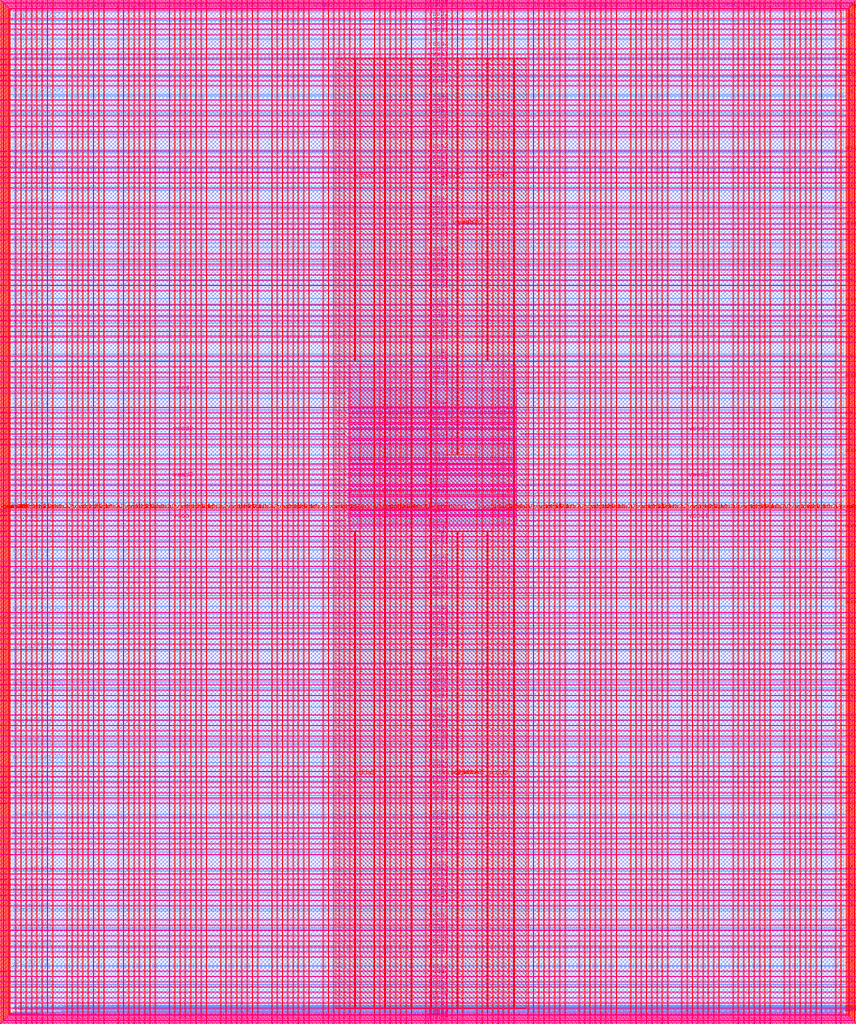
<source format=lef>
VERSION 5.7 ;
  NOWIREEXTENSIONATPIN ON ;
  DIVIDERCHAR "/" ;
  BUSBITCHARS "[]" ;
MACRO user_project_wrapper
  CLASS BLOCK ;
  FOREIGN user_project_wrapper ;
  ORIGIN 0.000 0.000 ;
  SIZE 2920.000 BY 3520.000 ;
  PIN analog_io[0]
    DIRECTION INOUT ;
    USE SIGNAL ;
    PORT
      LAYER met3 ;
        RECT 2917.600 1426.380 2924.800 1427.580 ;
    END
  END analog_io[0]
  PIN analog_io[10]
    DIRECTION INOUT ;
    USE SIGNAL ;
    PORT
      LAYER met2 ;
        RECT 2230.490 3517.600 2231.050 3524.800 ;
    END
  END analog_io[10]
  PIN analog_io[11]
    DIRECTION INOUT ;
    USE SIGNAL ;
    PORT
      LAYER met2 ;
        RECT 1905.730 3517.600 1906.290 3524.800 ;
    END
  END analog_io[11]
  PIN analog_io[12]
    DIRECTION INOUT ;
    USE SIGNAL ;
    PORT
      LAYER met2 ;
        RECT 1581.430 3517.600 1581.990 3524.800 ;
    END
  END analog_io[12]
  PIN analog_io[13]
    DIRECTION INOUT ;
    USE SIGNAL ;
    PORT
      LAYER met2 ;
        RECT 1257.130 3517.600 1257.690 3524.800 ;
    END
  END analog_io[13]
  PIN analog_io[14]
    DIRECTION INOUT ;
    USE SIGNAL ;
    PORT
      LAYER met2 ;
        RECT 932.370 3517.600 932.930 3524.800 ;
    END
  END analog_io[14]
  PIN analog_io[15]
    DIRECTION INOUT ;
    USE SIGNAL ;
    PORT
      LAYER met2 ;
        RECT 608.070 3517.600 608.630 3524.800 ;
    END
  END analog_io[15]
  PIN analog_io[16]
    DIRECTION INOUT ;
    USE SIGNAL ;
    PORT
      LAYER met2 ;
        RECT 283.770 3517.600 284.330 3524.800 ;
    END
  END analog_io[16]
  PIN analog_io[17]
    DIRECTION INOUT ;
    USE SIGNAL ;
    PORT
      LAYER met3 ;
        RECT -4.800 3486.100 2.400 3487.300 ;
    END
  END analog_io[17]
  PIN analog_io[18]
    DIRECTION INOUT ;
    USE SIGNAL ;
    PORT
      LAYER met3 ;
        RECT -4.800 3224.980 2.400 3226.180 ;
    END
  END analog_io[18]
  PIN analog_io[19]
    DIRECTION INOUT ;
    USE SIGNAL ;
    PORT
      LAYER met3 ;
        RECT -4.800 2964.540 2.400 2965.740 ;
    END
  END analog_io[19]
  PIN analog_io[1]
    DIRECTION INOUT ;
    USE SIGNAL ;
    PORT
      LAYER met3 ;
        RECT 2917.600 1692.260 2924.800 1693.460 ;
    END
  END analog_io[1]
  PIN analog_io[20]
    DIRECTION INOUT ;
    USE SIGNAL ;
    PORT
      LAYER met3 ;
        RECT -4.800 2703.420 2.400 2704.620 ;
    END
  END analog_io[20]
  PIN analog_io[21]
    DIRECTION INOUT ;
    USE SIGNAL ;
    PORT
      LAYER met3 ;
        RECT -4.800 2442.980 2.400 2444.180 ;
    END
  END analog_io[21]
  PIN analog_io[22]
    DIRECTION INOUT ;
    USE SIGNAL ;
    PORT
      LAYER met3 ;
        RECT -4.800 2182.540 2.400 2183.740 ;
    END
  END analog_io[22]
  PIN analog_io[23]
    DIRECTION INOUT ;
    USE SIGNAL ;
    PORT
      LAYER met3 ;
        RECT -4.800 1921.420 2.400 1922.620 ;
    END
  END analog_io[23]
  PIN analog_io[24]
    DIRECTION INOUT ;
    USE SIGNAL ;
    PORT
      LAYER met3 ;
        RECT -4.800 1660.980 2.400 1662.180 ;
    END
  END analog_io[24]
  PIN analog_io[25]
    DIRECTION INOUT ;
    USE SIGNAL ;
    PORT
      LAYER met3 ;
        RECT -4.800 1399.860 2.400 1401.060 ;
    END
  END analog_io[25]
  PIN analog_io[26]
    DIRECTION INOUT ;
    USE SIGNAL ;
    PORT
      LAYER met3 ;
        RECT -4.800 1139.420 2.400 1140.620 ;
    END
  END analog_io[26]
  PIN analog_io[27]
    DIRECTION INOUT ;
    USE SIGNAL ;
    PORT
      LAYER met3 ;
        RECT -4.800 878.980 2.400 880.180 ;
    END
  END analog_io[27]
  PIN analog_io[28]
    DIRECTION INOUT ;
    USE SIGNAL ;
    PORT
      LAYER met3 ;
        RECT -4.800 617.860 2.400 619.060 ;
    END
  END analog_io[28]
  PIN analog_io[2]
    DIRECTION INOUT ;
    USE SIGNAL ;
    PORT
      LAYER met3 ;
        RECT 2917.600 1958.140 2924.800 1959.340 ;
    END
  END analog_io[2]
  PIN analog_io[3]
    DIRECTION INOUT ;
    USE SIGNAL ;
    PORT
      LAYER met3 ;
        RECT 2917.600 2223.340 2924.800 2224.540 ;
    END
  END analog_io[3]
  PIN analog_io[4]
    DIRECTION INOUT ;
    USE SIGNAL ;
    PORT
      LAYER met3 ;
        RECT 2917.600 2489.220 2924.800 2490.420 ;
    END
  END analog_io[4]
  PIN analog_io[5]
    DIRECTION INOUT ;
    USE SIGNAL ;
    PORT
      LAYER met3 ;
        RECT 2917.600 2755.100 2924.800 2756.300 ;
    END
  END analog_io[5]
  PIN analog_io[6]
    DIRECTION INOUT ;
    USE SIGNAL ;
    PORT
      LAYER met3 ;
        RECT 2917.600 3020.300 2924.800 3021.500 ;
    END
  END analog_io[6]
  PIN analog_io[7]
    DIRECTION INOUT ;
    USE SIGNAL ;
    PORT
      LAYER met3 ;
        RECT 2917.600 3286.180 2924.800 3287.380 ;
    END
  END analog_io[7]
  PIN analog_io[8]
    DIRECTION INOUT ;
    USE SIGNAL ;
    PORT
      LAYER met2 ;
        RECT 2879.090 3517.600 2879.650 3524.800 ;
    END
  END analog_io[8]
  PIN analog_io[9]
    DIRECTION INOUT ;
    USE SIGNAL ;
    PORT
      LAYER met2 ;
        RECT 2554.790 3517.600 2555.350 3524.800 ;
    END
  END analog_io[9]
  PIN io_in[0]
    DIRECTION INPUT ;
    USE SIGNAL ;
    PORT
      LAYER met3 ;
        RECT 2917.600 32.380 2924.800 33.580 ;
    END
  END io_in[0]
  PIN io_in[10]
    DIRECTION INPUT ;
    USE SIGNAL ;
    PORT
      LAYER met3 ;
        RECT 2917.600 2289.980 2924.800 2291.180 ;
    END
  END io_in[10]
  PIN io_in[11]
    DIRECTION INPUT ;
    USE SIGNAL ;
    PORT
      LAYER met3 ;
        RECT 2917.600 2555.860 2924.800 2557.060 ;
    END
  END io_in[11]
  PIN io_in[12]
    DIRECTION INPUT ;
    USE SIGNAL ;
    PORT
      LAYER met3 ;
        RECT 2917.600 2821.060 2924.800 2822.260 ;
    END
  END io_in[12]
  PIN io_in[13]
    DIRECTION INPUT ;
    USE SIGNAL ;
    PORT
      LAYER met3 ;
        RECT 2917.600 3086.940 2924.800 3088.140 ;
    END
  END io_in[13]
  PIN io_in[14]
    DIRECTION INPUT ;
    USE SIGNAL ;
    PORT
      LAYER met3 ;
        RECT 2917.600 3352.820 2924.800 3354.020 ;
    END
  END io_in[14]
  PIN io_in[15]
    DIRECTION INPUT ;
    USE SIGNAL ;
    PORT
      LAYER met2 ;
        RECT 2798.130 3517.600 2798.690 3524.800 ;
    END
  END io_in[15]
  PIN io_in[16]
    DIRECTION INPUT ;
    USE SIGNAL ;
    PORT
      LAYER met2 ;
        RECT 2473.830 3517.600 2474.390 3524.800 ;
    END
  END io_in[16]
  PIN io_in[17]
    DIRECTION INPUT ;
    USE SIGNAL ;
    PORT
      LAYER met2 ;
        RECT 2149.070 3517.600 2149.630 3524.800 ;
    END
  END io_in[17]
  PIN io_in[18]
    DIRECTION INPUT ;
    USE SIGNAL ;
    PORT
      LAYER met2 ;
        RECT 1824.770 3517.600 1825.330 3524.800 ;
    END
  END io_in[18]
  PIN io_in[19]
    DIRECTION INPUT ;
    USE SIGNAL ;
    PORT
      LAYER met2 ;
        RECT 1500.470 3517.600 1501.030 3524.800 ;
    END
  END io_in[19]
  PIN io_in[1]
    DIRECTION INPUT ;
    USE SIGNAL ;
    PORT
      LAYER met3 ;
        RECT 2917.600 230.940 2924.800 232.140 ;
    END
  END io_in[1]
  PIN io_in[20]
    DIRECTION INPUT ;
    USE SIGNAL ;
    PORT
      LAYER met2 ;
        RECT 1175.710 3517.600 1176.270 3524.800 ;
    END
  END io_in[20]
  PIN io_in[21]
    DIRECTION INPUT ;
    USE SIGNAL ;
    PORT
      LAYER met2 ;
        RECT 851.410 3517.600 851.970 3524.800 ;
    END
  END io_in[21]
  PIN io_in[22]
    DIRECTION INPUT ;
    USE SIGNAL ;
    PORT
      LAYER met2 ;
        RECT 527.110 3517.600 527.670 3524.800 ;
    END
  END io_in[22]
  PIN io_in[23]
    DIRECTION INPUT ;
    USE SIGNAL ;
    PORT
      LAYER met2 ;
        RECT 202.350 3517.600 202.910 3524.800 ;
    END
  END io_in[23]
  PIN io_in[24]
    DIRECTION INPUT ;
    USE SIGNAL ;
    PORT
      LAYER met3 ;
        RECT -4.800 3420.820 2.400 3422.020 ;
    END
  END io_in[24]
  PIN io_in[25]
    DIRECTION INPUT ;
    USE SIGNAL ;
    PORT
      LAYER met3 ;
        RECT -4.800 3159.700 2.400 3160.900 ;
    END
  END io_in[25]
  PIN io_in[26]
    DIRECTION INPUT ;
    USE SIGNAL ;
    PORT
      LAYER met3 ;
        RECT -4.800 2899.260 2.400 2900.460 ;
    END
  END io_in[26]
  PIN io_in[27]
    DIRECTION INPUT ;
    USE SIGNAL ;
    PORT
      LAYER met3 ;
        RECT -4.800 2638.820 2.400 2640.020 ;
    END
  END io_in[27]
  PIN io_in[28]
    DIRECTION INPUT ;
    USE SIGNAL ;
    PORT
      LAYER met3 ;
        RECT -4.800 2377.700 2.400 2378.900 ;
    END
  END io_in[28]
  PIN io_in[29]
    DIRECTION INPUT ;
    USE SIGNAL ;
    PORT
      LAYER met3 ;
        RECT -4.800 2117.260 2.400 2118.460 ;
    END
  END io_in[29]
  PIN io_in[2]
    DIRECTION INPUT ;
    USE SIGNAL ;
    PORT
      LAYER met3 ;
        RECT 2917.600 430.180 2924.800 431.380 ;
    END
  END io_in[2]
  PIN io_in[30]
    DIRECTION INPUT ;
    USE SIGNAL ;
    PORT
      LAYER met3 ;
        RECT -4.800 1856.140 2.400 1857.340 ;
    END
  END io_in[30]
  PIN io_in[31]
    DIRECTION INPUT ;
    USE SIGNAL ;
    PORT
      LAYER met3 ;
        RECT -4.800 1595.700 2.400 1596.900 ;
    END
  END io_in[31]
  PIN io_in[32]
    DIRECTION INPUT ;
    USE SIGNAL ;
    PORT
      LAYER met3 ;
        RECT -4.800 1335.260 2.400 1336.460 ;
    END
  END io_in[32]
  PIN io_in[33]
    DIRECTION INPUT ;
    USE SIGNAL ;
    PORT
      LAYER met3 ;
        RECT -4.800 1074.140 2.400 1075.340 ;
    END
  END io_in[33]
  PIN io_in[34]
    DIRECTION INPUT ;
    USE SIGNAL ;
    PORT
      LAYER met3 ;
        RECT -4.800 813.700 2.400 814.900 ;
    END
  END io_in[34]
  PIN io_in[35]
    DIRECTION INPUT ;
    USE SIGNAL ;
    PORT
      LAYER met3 ;
        RECT -4.800 552.580 2.400 553.780 ;
    END
  END io_in[35]
  PIN io_in[36]
    DIRECTION INPUT ;
    USE SIGNAL ;
    PORT
      LAYER met3 ;
        RECT -4.800 357.420 2.400 358.620 ;
    END
  END io_in[36]
  PIN io_in[37]
    DIRECTION INPUT ;
    USE SIGNAL ;
    PORT
      LAYER met3 ;
        RECT -4.800 161.580 2.400 162.780 ;
    END
  END io_in[37]
  PIN io_in[3]
    DIRECTION INPUT ;
    USE SIGNAL ;
    PORT
      LAYER met3 ;
        RECT 2917.600 629.420 2924.800 630.620 ;
    END
  END io_in[3]
  PIN io_in[4]
    DIRECTION INPUT ;
    USE SIGNAL ;
    PORT
      LAYER met3 ;
        RECT 2917.600 828.660 2924.800 829.860 ;
    END
  END io_in[4]
  PIN io_in[5]
    DIRECTION INPUT ;
    USE SIGNAL ;
    PORT
      LAYER met3 ;
        RECT 2917.600 1027.900 2924.800 1029.100 ;
    END
  END io_in[5]
  PIN io_in[6]
    DIRECTION INPUT ;
    USE SIGNAL ;
    PORT
      LAYER met3 ;
        RECT 2917.600 1227.140 2924.800 1228.340 ;
    END
  END io_in[6]
  PIN io_in[7]
    DIRECTION INPUT ;
    USE SIGNAL ;
    PORT
      LAYER met3 ;
        RECT 2917.600 1493.020 2924.800 1494.220 ;
    END
  END io_in[7]
  PIN io_in[8]
    DIRECTION INPUT ;
    USE SIGNAL ;
    PORT
      LAYER met3 ;
        RECT 2917.600 1758.900 2924.800 1760.100 ;
    END
  END io_in[8]
  PIN io_in[9]
    DIRECTION INPUT ;
    USE SIGNAL ;
    PORT
      LAYER met3 ;
        RECT 2917.600 2024.100 2924.800 2025.300 ;
    END
  END io_in[9]
  PIN io_oeb[0]
    DIRECTION OUTPUT TRISTATE ;
    USE SIGNAL ;
    PORT
      LAYER met3 ;
        RECT 2917.600 164.980 2924.800 166.180 ;
    END
  END io_oeb[0]
  PIN io_oeb[10]
    DIRECTION OUTPUT TRISTATE ;
    USE SIGNAL ;
    PORT
      LAYER met3 ;
        RECT 2917.600 2422.580 2924.800 2423.780 ;
    END
  END io_oeb[10]
  PIN io_oeb[11]
    DIRECTION OUTPUT TRISTATE ;
    USE SIGNAL ;
    PORT
      LAYER met3 ;
        RECT 2917.600 2688.460 2924.800 2689.660 ;
    END
  END io_oeb[11]
  PIN io_oeb[12]
    DIRECTION OUTPUT TRISTATE ;
    USE SIGNAL ;
    PORT
      LAYER met3 ;
        RECT 2917.600 2954.340 2924.800 2955.540 ;
    END
  END io_oeb[12]
  PIN io_oeb[13]
    DIRECTION OUTPUT TRISTATE ;
    USE SIGNAL ;
    PORT
      LAYER met3 ;
        RECT 2917.600 3219.540 2924.800 3220.740 ;
    END
  END io_oeb[13]
  PIN io_oeb[14]
    DIRECTION OUTPUT TRISTATE ;
    USE SIGNAL ;
    PORT
      LAYER met3 ;
        RECT 2917.600 3485.420 2924.800 3486.620 ;
    END
  END io_oeb[14]
  PIN io_oeb[15]
    DIRECTION OUTPUT TRISTATE ;
    USE SIGNAL ;
    PORT
      LAYER met2 ;
        RECT 2635.750 3517.600 2636.310 3524.800 ;
    END
  END io_oeb[15]
  PIN io_oeb[16]
    DIRECTION OUTPUT TRISTATE ;
    USE SIGNAL ;
    PORT
      LAYER met2 ;
        RECT 2311.450 3517.600 2312.010 3524.800 ;
    END
  END io_oeb[16]
  PIN io_oeb[17]
    DIRECTION OUTPUT TRISTATE ;
    USE SIGNAL ;
    PORT
      LAYER met2 ;
        RECT 1987.150 3517.600 1987.710 3524.800 ;
    END
  END io_oeb[17]
  PIN io_oeb[18]
    DIRECTION OUTPUT TRISTATE ;
    USE SIGNAL ;
    PORT
      LAYER met2 ;
        RECT 1662.390 3517.600 1662.950 3524.800 ;
    END
  END io_oeb[18]
  PIN io_oeb[19]
    DIRECTION OUTPUT TRISTATE ;
    USE SIGNAL ;
    PORT
      LAYER met2 ;
        RECT 1338.090 3517.600 1338.650 3524.800 ;
    END
  END io_oeb[19]
  PIN io_oeb[1]
    DIRECTION OUTPUT TRISTATE ;
    USE SIGNAL ;
    PORT
      LAYER met3 ;
        RECT 2917.600 364.220 2924.800 365.420 ;
    END
  END io_oeb[1]
  PIN io_oeb[20]
    DIRECTION OUTPUT TRISTATE ;
    USE SIGNAL ;
    PORT
      LAYER met2 ;
        RECT 1013.790 3517.600 1014.350 3524.800 ;
    END
  END io_oeb[20]
  PIN io_oeb[21]
    DIRECTION OUTPUT TRISTATE ;
    USE SIGNAL ;
    PORT
      LAYER met2 ;
        RECT 689.030 3517.600 689.590 3524.800 ;
    END
  END io_oeb[21]
  PIN io_oeb[22]
    DIRECTION OUTPUT TRISTATE ;
    USE SIGNAL ;
    PORT
      LAYER met2 ;
        RECT 364.730 3517.600 365.290 3524.800 ;
    END
  END io_oeb[22]
  PIN io_oeb[23]
    DIRECTION OUTPUT TRISTATE ;
    USE SIGNAL ;
    PORT
      LAYER met2 ;
        RECT 40.430 3517.600 40.990 3524.800 ;
    END
  END io_oeb[23]
  PIN io_oeb[24]
    DIRECTION OUTPUT TRISTATE ;
    USE SIGNAL ;
    PORT
      LAYER met3 ;
        RECT -4.800 3290.260 2.400 3291.460 ;
    END
  END io_oeb[24]
  PIN io_oeb[25]
    DIRECTION OUTPUT TRISTATE ;
    USE SIGNAL ;
    PORT
      LAYER met3 ;
        RECT -4.800 3029.820 2.400 3031.020 ;
    END
  END io_oeb[25]
  PIN io_oeb[26]
    DIRECTION OUTPUT TRISTATE ;
    USE SIGNAL ;
    PORT
      LAYER met3 ;
        RECT -4.800 2768.700 2.400 2769.900 ;
    END
  END io_oeb[26]
  PIN io_oeb[27]
    DIRECTION OUTPUT TRISTATE ;
    USE SIGNAL ;
    PORT
      LAYER met3 ;
        RECT -4.800 2508.260 2.400 2509.460 ;
    END
  END io_oeb[27]
  PIN io_oeb[28]
    DIRECTION OUTPUT TRISTATE ;
    USE SIGNAL ;
    PORT
      LAYER met3 ;
        RECT -4.800 2247.140 2.400 2248.340 ;
    END
  END io_oeb[28]
  PIN io_oeb[29]
    DIRECTION OUTPUT TRISTATE ;
    USE SIGNAL ;
    PORT
      LAYER met3 ;
        RECT -4.800 1986.700 2.400 1987.900 ;
    END
  END io_oeb[29]
  PIN io_oeb[2]
    DIRECTION OUTPUT TRISTATE ;
    USE SIGNAL ;
    PORT
      LAYER met3 ;
        RECT 2917.600 563.460 2924.800 564.660 ;
    END
  END io_oeb[2]
  PIN io_oeb[30]
    DIRECTION OUTPUT TRISTATE ;
    USE SIGNAL ;
    PORT
      LAYER met3 ;
        RECT -4.800 1726.260 2.400 1727.460 ;
    END
  END io_oeb[30]
  PIN io_oeb[31]
    DIRECTION OUTPUT TRISTATE ;
    USE SIGNAL ;
    PORT
      LAYER met3 ;
        RECT -4.800 1465.140 2.400 1466.340 ;
    END
  END io_oeb[31]
  PIN io_oeb[32]
    DIRECTION OUTPUT TRISTATE ;
    USE SIGNAL ;
    PORT
      LAYER met3 ;
        RECT -4.800 1204.700 2.400 1205.900 ;
    END
  END io_oeb[32]
  PIN io_oeb[33]
    DIRECTION OUTPUT TRISTATE ;
    USE SIGNAL ;
    PORT
      LAYER met3 ;
        RECT -4.800 943.580 2.400 944.780 ;
    END
  END io_oeb[33]
  PIN io_oeb[34]
    DIRECTION OUTPUT TRISTATE ;
    USE SIGNAL ;
    PORT
      LAYER met3 ;
        RECT -4.800 683.140 2.400 684.340 ;
    END
  END io_oeb[34]
  PIN io_oeb[35]
    DIRECTION OUTPUT TRISTATE ;
    USE SIGNAL ;
    PORT
      LAYER met3 ;
        RECT -4.800 422.700 2.400 423.900 ;
    END
  END io_oeb[35]
  PIN io_oeb[36]
    DIRECTION OUTPUT TRISTATE ;
    USE SIGNAL ;
    PORT
      LAYER met3 ;
        RECT -4.800 226.860 2.400 228.060 ;
    END
  END io_oeb[36]
  PIN io_oeb[37]
    DIRECTION OUTPUT TRISTATE ;
    USE SIGNAL ;
    PORT
      LAYER met3 ;
        RECT -4.800 31.700 2.400 32.900 ;
    END
  END io_oeb[37]
  PIN io_oeb[3]
    DIRECTION OUTPUT TRISTATE ;
    USE SIGNAL ;
    PORT
      LAYER met3 ;
        RECT 2917.600 762.700 2924.800 763.900 ;
    END
  END io_oeb[3]
  PIN io_oeb[4]
    DIRECTION OUTPUT TRISTATE ;
    USE SIGNAL ;
    PORT
      LAYER met3 ;
        RECT 2917.600 961.940 2924.800 963.140 ;
    END
  END io_oeb[4]
  PIN io_oeb[5]
    DIRECTION OUTPUT TRISTATE ;
    USE SIGNAL ;
    PORT
      LAYER met3 ;
        RECT 2917.600 1161.180 2924.800 1162.380 ;
    END
  END io_oeb[5]
  PIN io_oeb[6]
    DIRECTION OUTPUT TRISTATE ;
    USE SIGNAL ;
    PORT
      LAYER met3 ;
        RECT 2917.600 1360.420 2924.800 1361.620 ;
    END
  END io_oeb[6]
  PIN io_oeb[7]
    DIRECTION OUTPUT TRISTATE ;
    USE SIGNAL ;
    PORT
      LAYER met3 ;
        RECT 2917.600 1625.620 2924.800 1626.820 ;
    END
  END io_oeb[7]
  PIN io_oeb[8]
    DIRECTION OUTPUT TRISTATE ;
    USE SIGNAL ;
    PORT
      LAYER met3 ;
        RECT 2917.600 1891.500 2924.800 1892.700 ;
    END
  END io_oeb[8]
  PIN io_oeb[9]
    DIRECTION OUTPUT TRISTATE ;
    USE SIGNAL ;
    PORT
      LAYER met3 ;
        RECT 2917.600 2157.380 2924.800 2158.580 ;
    END
  END io_oeb[9]
  PIN io_out[0]
    DIRECTION OUTPUT TRISTATE ;
    USE SIGNAL ;
    PORT
      LAYER met3 ;
        RECT 2917.600 98.340 2924.800 99.540 ;
    END
  END io_out[0]
  PIN io_out[10]
    DIRECTION OUTPUT TRISTATE ;
    USE SIGNAL ;
    PORT
      LAYER met3 ;
        RECT 2917.600 2356.620 2924.800 2357.820 ;
    END
  END io_out[10]
  PIN io_out[11]
    DIRECTION OUTPUT TRISTATE ;
    USE SIGNAL ;
    PORT
      LAYER met3 ;
        RECT 2917.600 2621.820 2924.800 2623.020 ;
    END
  END io_out[11]
  PIN io_out[12]
    DIRECTION OUTPUT TRISTATE ;
    USE SIGNAL ;
    PORT
      LAYER met3 ;
        RECT 2917.600 2887.700 2924.800 2888.900 ;
    END
  END io_out[12]
  PIN io_out[13]
    DIRECTION OUTPUT TRISTATE ;
    USE SIGNAL ;
    PORT
      LAYER met3 ;
        RECT 2917.600 3153.580 2924.800 3154.780 ;
    END
  END io_out[13]
  PIN io_out[14]
    DIRECTION OUTPUT TRISTATE ;
    USE SIGNAL ;
    PORT
      LAYER met3 ;
        RECT 2917.600 3418.780 2924.800 3419.980 ;
    END
  END io_out[14]
  PIN io_out[15]
    DIRECTION OUTPUT TRISTATE ;
    USE SIGNAL ;
    PORT
      LAYER met2 ;
        RECT 2717.170 3517.600 2717.730 3524.800 ;
    END
  END io_out[15]
  PIN io_out[16]
    DIRECTION OUTPUT TRISTATE ;
    USE SIGNAL ;
    PORT
      LAYER met2 ;
        RECT 2392.410 3517.600 2392.970 3524.800 ;
    END
  END io_out[16]
  PIN io_out[17]
    DIRECTION OUTPUT TRISTATE ;
    USE SIGNAL ;
    PORT
      LAYER met2 ;
        RECT 2068.110 3517.600 2068.670 3524.800 ;
    END
  END io_out[17]
  PIN io_out[18]
    DIRECTION OUTPUT TRISTATE ;
    USE SIGNAL ;
    PORT
      LAYER met2 ;
        RECT 1743.810 3517.600 1744.370 3524.800 ;
    END
  END io_out[18]
  PIN io_out[19]
    DIRECTION OUTPUT TRISTATE ;
    USE SIGNAL ;
    PORT
      LAYER met2 ;
        RECT 1419.050 3517.600 1419.610 3524.800 ;
    END
  END io_out[19]
  PIN io_out[1]
    DIRECTION OUTPUT TRISTATE ;
    USE SIGNAL ;
    PORT
      LAYER met3 ;
        RECT 2917.600 297.580 2924.800 298.780 ;
    END
  END io_out[1]
  PIN io_out[20]
    DIRECTION OUTPUT TRISTATE ;
    USE SIGNAL ;
    PORT
      LAYER met2 ;
        RECT 1094.750 3517.600 1095.310 3524.800 ;
    END
  END io_out[20]
  PIN io_out[21]
    DIRECTION OUTPUT TRISTATE ;
    USE SIGNAL ;
    PORT
      LAYER met2 ;
        RECT 770.450 3517.600 771.010 3524.800 ;
    END
  END io_out[21]
  PIN io_out[22]
    DIRECTION OUTPUT TRISTATE ;
    USE SIGNAL ;
    PORT
      LAYER met2 ;
        RECT 445.690 3517.600 446.250 3524.800 ;
    END
  END io_out[22]
  PIN io_out[23]
    DIRECTION OUTPUT TRISTATE ;
    USE SIGNAL ;
    PORT
      LAYER met2 ;
        RECT 121.390 3517.600 121.950 3524.800 ;
    END
  END io_out[23]
  PIN io_out[24]
    DIRECTION OUTPUT TRISTATE ;
    USE SIGNAL ;
    PORT
      LAYER met3 ;
        RECT -4.800 3355.540 2.400 3356.740 ;
    END
  END io_out[24]
  PIN io_out[25]
    DIRECTION OUTPUT TRISTATE ;
    USE SIGNAL ;
    PORT
      LAYER met3 ;
        RECT -4.800 3095.100 2.400 3096.300 ;
    END
  END io_out[25]
  PIN io_out[26]
    DIRECTION OUTPUT TRISTATE ;
    USE SIGNAL ;
    PORT
      LAYER met3 ;
        RECT -4.800 2833.980 2.400 2835.180 ;
    END
  END io_out[26]
  PIN io_out[27]
    DIRECTION OUTPUT TRISTATE ;
    USE SIGNAL ;
    PORT
      LAYER met3 ;
        RECT -4.800 2573.540 2.400 2574.740 ;
    END
  END io_out[27]
  PIN io_out[28]
    DIRECTION OUTPUT TRISTATE ;
    USE SIGNAL ;
    PORT
      LAYER met3 ;
        RECT -4.800 2312.420 2.400 2313.620 ;
    END
  END io_out[28]
  PIN io_out[29]
    DIRECTION OUTPUT TRISTATE ;
    USE SIGNAL ;
    PORT
      LAYER met3 ;
        RECT -4.800 2051.980 2.400 2053.180 ;
    END
  END io_out[29]
  PIN io_out[2]
    DIRECTION OUTPUT TRISTATE ;
    USE SIGNAL ;
    PORT
      LAYER met3 ;
        RECT 2917.600 496.820 2924.800 498.020 ;
    END
  END io_out[2]
  PIN io_out[30]
    DIRECTION OUTPUT TRISTATE ;
    USE SIGNAL ;
    PORT
      LAYER met3 ;
        RECT -4.800 1791.540 2.400 1792.740 ;
    END
  END io_out[30]
  PIN io_out[31]
    DIRECTION OUTPUT TRISTATE ;
    USE SIGNAL ;
    PORT
      LAYER met3 ;
        RECT -4.800 1530.420 2.400 1531.620 ;
    END
  END io_out[31]
  PIN io_out[32]
    DIRECTION OUTPUT TRISTATE ;
    USE SIGNAL ;
    PORT
      LAYER met3 ;
        RECT -4.800 1269.980 2.400 1271.180 ;
    END
  END io_out[32]
  PIN io_out[33]
    DIRECTION OUTPUT TRISTATE ;
    USE SIGNAL ;
    PORT
      LAYER met3 ;
        RECT -4.800 1008.860 2.400 1010.060 ;
    END
  END io_out[33]
  PIN io_out[34]
    DIRECTION OUTPUT TRISTATE ;
    USE SIGNAL ;
    PORT
      LAYER met3 ;
        RECT -4.800 748.420 2.400 749.620 ;
    END
  END io_out[34]
  PIN io_out[35]
    DIRECTION OUTPUT TRISTATE ;
    USE SIGNAL ;
    PORT
      LAYER met3 ;
        RECT -4.800 487.300 2.400 488.500 ;
    END
  END io_out[35]
  PIN io_out[36]
    DIRECTION OUTPUT TRISTATE ;
    USE SIGNAL ;
    PORT
      LAYER met3 ;
        RECT -4.800 292.140 2.400 293.340 ;
    END
  END io_out[36]
  PIN io_out[37]
    DIRECTION OUTPUT TRISTATE ;
    USE SIGNAL ;
    PORT
      LAYER met3 ;
        RECT -4.800 96.300 2.400 97.500 ;
    END
  END io_out[37]
  PIN io_out[3]
    DIRECTION OUTPUT TRISTATE ;
    USE SIGNAL ;
    PORT
      LAYER met3 ;
        RECT 2917.600 696.060 2924.800 697.260 ;
    END
  END io_out[3]
  PIN io_out[4]
    DIRECTION OUTPUT TRISTATE ;
    USE SIGNAL ;
    PORT
      LAYER met3 ;
        RECT 2917.600 895.300 2924.800 896.500 ;
    END
  END io_out[4]
  PIN io_out[5]
    DIRECTION OUTPUT TRISTATE ;
    USE SIGNAL ;
    PORT
      LAYER met3 ;
        RECT 2917.600 1094.540 2924.800 1095.740 ;
    END
  END io_out[5]
  PIN io_out[6]
    DIRECTION OUTPUT TRISTATE ;
    USE SIGNAL ;
    PORT
      LAYER met3 ;
        RECT 2917.600 1293.780 2924.800 1294.980 ;
    END
  END io_out[6]
  PIN io_out[7]
    DIRECTION OUTPUT TRISTATE ;
    USE SIGNAL ;
    PORT
      LAYER met3 ;
        RECT 2917.600 1559.660 2924.800 1560.860 ;
    END
  END io_out[7]
  PIN io_out[8]
    DIRECTION OUTPUT TRISTATE ;
    USE SIGNAL ;
    PORT
      LAYER met3 ;
        RECT 2917.600 1824.860 2924.800 1826.060 ;
    END
  END io_out[8]
  PIN io_out[9]
    DIRECTION OUTPUT TRISTATE ;
    USE SIGNAL ;
    PORT
      LAYER met3 ;
        RECT 2917.600 2090.740 2924.800 2091.940 ;
    END
  END io_out[9]
  PIN la_data_in[0]
    DIRECTION INPUT ;
    USE SIGNAL ;
    PORT
      LAYER met2 ;
        RECT 629.230 -4.800 629.790 2.400 ;
    END
  END la_data_in[0]
  PIN la_data_in[100]
    DIRECTION INPUT ;
    USE SIGNAL ;
    PORT
      LAYER met2 ;
        RECT 2402.530 -4.800 2403.090 2.400 ;
    END
  END la_data_in[100]
  PIN la_data_in[101]
    DIRECTION INPUT ;
    USE SIGNAL ;
    PORT
      LAYER met2 ;
        RECT 2420.010 -4.800 2420.570 2.400 ;
    END
  END la_data_in[101]
  PIN la_data_in[102]
    DIRECTION INPUT ;
    USE SIGNAL ;
    PORT
      LAYER met2 ;
        RECT 2437.950 -4.800 2438.510 2.400 ;
    END
  END la_data_in[102]
  PIN la_data_in[103]
    DIRECTION INPUT ;
    USE SIGNAL ;
    PORT
      LAYER met2 ;
        RECT 2455.430 -4.800 2455.990 2.400 ;
    END
  END la_data_in[103]
  PIN la_data_in[104]
    DIRECTION INPUT ;
    USE SIGNAL ;
    PORT
      LAYER met2 ;
        RECT 2473.370 -4.800 2473.930 2.400 ;
    END
  END la_data_in[104]
  PIN la_data_in[105]
    DIRECTION INPUT ;
    USE SIGNAL ;
    PORT
      LAYER met2 ;
        RECT 2490.850 -4.800 2491.410 2.400 ;
    END
  END la_data_in[105]
  PIN la_data_in[106]
    DIRECTION INPUT ;
    USE SIGNAL ;
    PORT
      LAYER met2 ;
        RECT 2508.790 -4.800 2509.350 2.400 ;
    END
  END la_data_in[106]
  PIN la_data_in[107]
    DIRECTION INPUT ;
    USE SIGNAL ;
    PORT
      LAYER met2 ;
        RECT 2526.730 -4.800 2527.290 2.400 ;
    END
  END la_data_in[107]
  PIN la_data_in[108]
    DIRECTION INPUT ;
    USE SIGNAL ;
    PORT
      LAYER met2 ;
        RECT 2544.210 -4.800 2544.770 2.400 ;
    END
  END la_data_in[108]
  PIN la_data_in[109]
    DIRECTION INPUT ;
    USE SIGNAL ;
    PORT
      LAYER met2 ;
        RECT 2562.150 -4.800 2562.710 2.400 ;
    END
  END la_data_in[109]
  PIN la_data_in[10]
    DIRECTION INPUT ;
    USE SIGNAL ;
    PORT
      LAYER met2 ;
        RECT 806.330 -4.800 806.890 2.400 ;
    END
  END la_data_in[10]
  PIN la_data_in[110]
    DIRECTION INPUT ;
    USE SIGNAL ;
    PORT
      LAYER met2 ;
        RECT 2579.630 -4.800 2580.190 2.400 ;
    END
  END la_data_in[110]
  PIN la_data_in[111]
    DIRECTION INPUT ;
    USE SIGNAL ;
    PORT
      LAYER met2 ;
        RECT 2597.570 -4.800 2598.130 2.400 ;
    END
  END la_data_in[111]
  PIN la_data_in[112]
    DIRECTION INPUT ;
    USE SIGNAL ;
    PORT
      LAYER met2 ;
        RECT 2615.050 -4.800 2615.610 2.400 ;
    END
  END la_data_in[112]
  PIN la_data_in[113]
    DIRECTION INPUT ;
    USE SIGNAL ;
    PORT
      LAYER met2 ;
        RECT 2632.990 -4.800 2633.550 2.400 ;
    END
  END la_data_in[113]
  PIN la_data_in[114]
    DIRECTION INPUT ;
    USE SIGNAL ;
    PORT
      LAYER met2 ;
        RECT 2650.470 -4.800 2651.030 2.400 ;
    END
  END la_data_in[114]
  PIN la_data_in[115]
    DIRECTION INPUT ;
    USE SIGNAL ;
    PORT
      LAYER met2 ;
        RECT 2668.410 -4.800 2668.970 2.400 ;
    END
  END la_data_in[115]
  PIN la_data_in[116]
    DIRECTION INPUT ;
    USE SIGNAL ;
    PORT
      LAYER met2 ;
        RECT 2685.890 -4.800 2686.450 2.400 ;
    END
  END la_data_in[116]
  PIN la_data_in[117]
    DIRECTION INPUT ;
    USE SIGNAL ;
    PORT
      LAYER met2 ;
        RECT 2703.830 -4.800 2704.390 2.400 ;
    END
  END la_data_in[117]
  PIN la_data_in[118]
    DIRECTION INPUT ;
    USE SIGNAL ;
    PORT
      LAYER met2 ;
        RECT 2721.770 -4.800 2722.330 2.400 ;
    END
  END la_data_in[118]
  PIN la_data_in[119]
    DIRECTION INPUT ;
    USE SIGNAL ;
    PORT
      LAYER met2 ;
        RECT 2739.250 -4.800 2739.810 2.400 ;
    END
  END la_data_in[119]
  PIN la_data_in[11]
    DIRECTION INPUT ;
    USE SIGNAL ;
    PORT
      LAYER met2 ;
        RECT 824.270 -4.800 824.830 2.400 ;
    END
  END la_data_in[11]
  PIN la_data_in[120]
    DIRECTION INPUT ;
    USE SIGNAL ;
    PORT
      LAYER met2 ;
        RECT 2757.190 -4.800 2757.750 2.400 ;
    END
  END la_data_in[120]
  PIN la_data_in[121]
    DIRECTION INPUT ;
    USE SIGNAL ;
    PORT
      LAYER met2 ;
        RECT 2774.670 -4.800 2775.230 2.400 ;
    END
  END la_data_in[121]
  PIN la_data_in[122]
    DIRECTION INPUT ;
    USE SIGNAL ;
    PORT
      LAYER met2 ;
        RECT 2792.610 -4.800 2793.170 2.400 ;
    END
  END la_data_in[122]
  PIN la_data_in[123]
    DIRECTION INPUT ;
    USE SIGNAL ;
    PORT
      LAYER met2 ;
        RECT 2810.090 -4.800 2810.650 2.400 ;
    END
  END la_data_in[123]
  PIN la_data_in[124]
    DIRECTION INPUT ;
    USE SIGNAL ;
    PORT
      LAYER met2 ;
        RECT 2828.030 -4.800 2828.590 2.400 ;
    END
  END la_data_in[124]
  PIN la_data_in[125]
    DIRECTION INPUT ;
    USE SIGNAL ;
    PORT
      LAYER met2 ;
        RECT 2845.510 -4.800 2846.070 2.400 ;
    END
  END la_data_in[125]
  PIN la_data_in[126]
    DIRECTION INPUT ;
    USE SIGNAL ;
    PORT
      LAYER met2 ;
        RECT 2863.450 -4.800 2864.010 2.400 ;
    END
  END la_data_in[126]
  PIN la_data_in[127]
    DIRECTION INPUT ;
    USE SIGNAL ;
    PORT
      LAYER met2 ;
        RECT 2881.390 -4.800 2881.950 2.400 ;
    END
  END la_data_in[127]
  PIN la_data_in[12]
    DIRECTION INPUT ;
    USE SIGNAL ;
    PORT
      LAYER met2 ;
        RECT 841.750 -4.800 842.310 2.400 ;
    END
  END la_data_in[12]
  PIN la_data_in[13]
    DIRECTION INPUT ;
    USE SIGNAL ;
    PORT
      LAYER met2 ;
        RECT 859.690 -4.800 860.250 2.400 ;
    END
  END la_data_in[13]
  PIN la_data_in[14]
    DIRECTION INPUT ;
    USE SIGNAL ;
    PORT
      LAYER met2 ;
        RECT 877.170 -4.800 877.730 2.400 ;
    END
  END la_data_in[14]
  PIN la_data_in[15]
    DIRECTION INPUT ;
    USE SIGNAL ;
    PORT
      LAYER met2 ;
        RECT 895.110 -4.800 895.670 2.400 ;
    END
  END la_data_in[15]
  PIN la_data_in[16]
    DIRECTION INPUT ;
    USE SIGNAL ;
    PORT
      LAYER met2 ;
        RECT 912.590 -4.800 913.150 2.400 ;
    END
  END la_data_in[16]
  PIN la_data_in[17]
    DIRECTION INPUT ;
    USE SIGNAL ;
    PORT
      LAYER met2 ;
        RECT 930.530 -4.800 931.090 2.400 ;
    END
  END la_data_in[17]
  PIN la_data_in[18]
    DIRECTION INPUT ;
    USE SIGNAL ;
    PORT
      LAYER met2 ;
        RECT 948.470 -4.800 949.030 2.400 ;
    END
  END la_data_in[18]
  PIN la_data_in[19]
    DIRECTION INPUT ;
    USE SIGNAL ;
    PORT
      LAYER met2 ;
        RECT 965.950 -4.800 966.510 2.400 ;
    END
  END la_data_in[19]
  PIN la_data_in[1]
    DIRECTION INPUT ;
    USE SIGNAL ;
    PORT
      LAYER met2 ;
        RECT 646.710 -4.800 647.270 2.400 ;
    END
  END la_data_in[1]
  PIN la_data_in[20]
    DIRECTION INPUT ;
    USE SIGNAL ;
    PORT
      LAYER met2 ;
        RECT 983.890 -4.800 984.450 2.400 ;
    END
  END la_data_in[20]
  PIN la_data_in[21]
    DIRECTION INPUT ;
    USE SIGNAL ;
    PORT
      LAYER met2 ;
        RECT 1001.370 -4.800 1001.930 2.400 ;
    END
  END la_data_in[21]
  PIN la_data_in[22]
    DIRECTION INPUT ;
    USE SIGNAL ;
    PORT
      LAYER met2 ;
        RECT 1019.310 -4.800 1019.870 2.400 ;
    END
  END la_data_in[22]
  PIN la_data_in[23]
    DIRECTION INPUT ;
    USE SIGNAL ;
    PORT
      LAYER met2 ;
        RECT 1036.790 -4.800 1037.350 2.400 ;
    END
  END la_data_in[23]
  PIN la_data_in[24]
    DIRECTION INPUT ;
    USE SIGNAL ;
    PORT
      LAYER met2 ;
        RECT 1054.730 -4.800 1055.290 2.400 ;
    END
  END la_data_in[24]
  PIN la_data_in[25]
    DIRECTION INPUT ;
    USE SIGNAL ;
    PORT
      LAYER met2 ;
        RECT 1072.210 -4.800 1072.770 2.400 ;
    END
  END la_data_in[25]
  PIN la_data_in[26]
    DIRECTION INPUT ;
    USE SIGNAL ;
    PORT
      LAYER met2 ;
        RECT 1090.150 -4.800 1090.710 2.400 ;
    END
  END la_data_in[26]
  PIN la_data_in[27]
    DIRECTION INPUT ;
    USE SIGNAL ;
    PORT
      LAYER met2 ;
        RECT 1107.630 -4.800 1108.190 2.400 ;
    END
  END la_data_in[27]
  PIN la_data_in[28]
    DIRECTION INPUT ;
    USE SIGNAL ;
    PORT
      LAYER met2 ;
        RECT 1125.570 -4.800 1126.130 2.400 ;
    END
  END la_data_in[28]
  PIN la_data_in[29]
    DIRECTION INPUT ;
    USE SIGNAL ;
    PORT
      LAYER met2 ;
        RECT 1143.510 -4.800 1144.070 2.400 ;
    END
  END la_data_in[29]
  PIN la_data_in[2]
    DIRECTION INPUT ;
    USE SIGNAL ;
    PORT
      LAYER met2 ;
        RECT 664.650 -4.800 665.210 2.400 ;
    END
  END la_data_in[2]
  PIN la_data_in[30]
    DIRECTION INPUT ;
    USE SIGNAL ;
    PORT
      LAYER met2 ;
        RECT 1160.990 -4.800 1161.550 2.400 ;
    END
  END la_data_in[30]
  PIN la_data_in[31]
    DIRECTION INPUT ;
    USE SIGNAL ;
    PORT
      LAYER met2 ;
        RECT 1178.930 -4.800 1179.490 2.400 ;
    END
  END la_data_in[31]
  PIN la_data_in[32]
    DIRECTION INPUT ;
    USE SIGNAL ;
    PORT
      LAYER met2 ;
        RECT 1196.410 -4.800 1196.970 2.400 ;
    END
  END la_data_in[32]
  PIN la_data_in[33]
    DIRECTION INPUT ;
    USE SIGNAL ;
    PORT
      LAYER met2 ;
        RECT 1214.350 -4.800 1214.910 2.400 ;
    END
  END la_data_in[33]
  PIN la_data_in[34]
    DIRECTION INPUT ;
    USE SIGNAL ;
    PORT
      LAYER met2 ;
        RECT 1231.830 -4.800 1232.390 2.400 ;
    END
  END la_data_in[34]
  PIN la_data_in[35]
    DIRECTION INPUT ;
    USE SIGNAL ;
    PORT
      LAYER met2 ;
        RECT 1249.770 -4.800 1250.330 2.400 ;
    END
  END la_data_in[35]
  PIN la_data_in[36]
    DIRECTION INPUT ;
    USE SIGNAL ;
    PORT
      LAYER met2 ;
        RECT 1267.250 -4.800 1267.810 2.400 ;
    END
  END la_data_in[36]
  PIN la_data_in[37]
    DIRECTION INPUT ;
    USE SIGNAL ;
    PORT
      LAYER met2 ;
        RECT 1285.190 -4.800 1285.750 2.400 ;
    END
  END la_data_in[37]
  PIN la_data_in[38]
    DIRECTION INPUT ;
    USE SIGNAL ;
    PORT
      LAYER met2 ;
        RECT 1303.130 -4.800 1303.690 2.400 ;
    END
  END la_data_in[38]
  PIN la_data_in[39]
    DIRECTION INPUT ;
    USE SIGNAL ;
    PORT
      LAYER met2 ;
        RECT 1320.610 -4.800 1321.170 2.400 ;
    END
  END la_data_in[39]
  PIN la_data_in[3]
    DIRECTION INPUT ;
    USE SIGNAL ;
    PORT
      LAYER met2 ;
        RECT 682.130 -4.800 682.690 2.400 ;
    END
  END la_data_in[3]
  PIN la_data_in[40]
    DIRECTION INPUT ;
    USE SIGNAL ;
    PORT
      LAYER met2 ;
        RECT 1338.550 -4.800 1339.110 2.400 ;
    END
  END la_data_in[40]
  PIN la_data_in[41]
    DIRECTION INPUT ;
    USE SIGNAL ;
    PORT
      LAYER met2 ;
        RECT 1356.030 -4.800 1356.590 2.400 ;
    END
  END la_data_in[41]
  PIN la_data_in[42]
    DIRECTION INPUT ;
    USE SIGNAL ;
    PORT
      LAYER met2 ;
        RECT 1373.970 -4.800 1374.530 2.400 ;
    END
  END la_data_in[42]
  PIN la_data_in[43]
    DIRECTION INPUT ;
    USE SIGNAL ;
    PORT
      LAYER met2 ;
        RECT 1391.450 -4.800 1392.010 2.400 ;
    END
  END la_data_in[43]
  PIN la_data_in[44]
    DIRECTION INPUT ;
    USE SIGNAL ;
    PORT
      LAYER met2 ;
        RECT 1409.390 -4.800 1409.950 2.400 ;
    END
  END la_data_in[44]
  PIN la_data_in[45]
    DIRECTION INPUT ;
    USE SIGNAL ;
    PORT
      LAYER met2 ;
        RECT 1426.870 -4.800 1427.430 2.400 ;
    END
  END la_data_in[45]
  PIN la_data_in[46]
    DIRECTION INPUT ;
    USE SIGNAL ;
    PORT
      LAYER met2 ;
        RECT 1444.810 -4.800 1445.370 2.400 ;
    END
  END la_data_in[46]
  PIN la_data_in[47]
    DIRECTION INPUT ;
    USE SIGNAL ;
    PORT
      LAYER met2 ;
        RECT 1462.750 -4.800 1463.310 2.400 ;
    END
  END la_data_in[47]
  PIN la_data_in[48]
    DIRECTION INPUT ;
    USE SIGNAL ;
    PORT
      LAYER met2 ;
        RECT 1480.230 -4.800 1480.790 2.400 ;
    END
  END la_data_in[48]
  PIN la_data_in[49]
    DIRECTION INPUT ;
    USE SIGNAL ;
    PORT
      LAYER met2 ;
        RECT 1498.170 -4.800 1498.730 2.400 ;
    END
  END la_data_in[49]
  PIN la_data_in[4]
    DIRECTION INPUT ;
    USE SIGNAL ;
    PORT
      LAYER met2 ;
        RECT 700.070 -4.800 700.630 2.400 ;
    END
  END la_data_in[4]
  PIN la_data_in[50]
    DIRECTION INPUT ;
    USE SIGNAL ;
    PORT
      LAYER met2 ;
        RECT 1515.650 -4.800 1516.210 2.400 ;
    END
  END la_data_in[50]
  PIN la_data_in[51]
    DIRECTION INPUT ;
    USE SIGNAL ;
    PORT
      LAYER met2 ;
        RECT 1533.590 -4.800 1534.150 2.400 ;
    END
  END la_data_in[51]
  PIN la_data_in[52]
    DIRECTION INPUT ;
    USE SIGNAL ;
    PORT
      LAYER met2 ;
        RECT 1551.070 -4.800 1551.630 2.400 ;
    END
  END la_data_in[52]
  PIN la_data_in[53]
    DIRECTION INPUT ;
    USE SIGNAL ;
    PORT
      LAYER met2 ;
        RECT 1569.010 -4.800 1569.570 2.400 ;
    END
  END la_data_in[53]
  PIN la_data_in[54]
    DIRECTION INPUT ;
    USE SIGNAL ;
    PORT
      LAYER met2 ;
        RECT 1586.490 -4.800 1587.050 2.400 ;
    END
  END la_data_in[54]
  PIN la_data_in[55]
    DIRECTION INPUT ;
    USE SIGNAL ;
    PORT
      LAYER met2 ;
        RECT 1604.430 -4.800 1604.990 2.400 ;
    END
  END la_data_in[55]
  PIN la_data_in[56]
    DIRECTION INPUT ;
    USE SIGNAL ;
    PORT
      LAYER met2 ;
        RECT 1621.910 -4.800 1622.470 2.400 ;
    END
  END la_data_in[56]
  PIN la_data_in[57]
    DIRECTION INPUT ;
    USE SIGNAL ;
    PORT
      LAYER met2 ;
        RECT 1639.850 -4.800 1640.410 2.400 ;
    END
  END la_data_in[57]
  PIN la_data_in[58]
    DIRECTION INPUT ;
    USE SIGNAL ;
    PORT
      LAYER met2 ;
        RECT 1657.790 -4.800 1658.350 2.400 ;
    END
  END la_data_in[58]
  PIN la_data_in[59]
    DIRECTION INPUT ;
    USE SIGNAL ;
    PORT
      LAYER met2 ;
        RECT 1675.270 -4.800 1675.830 2.400 ;
    END
  END la_data_in[59]
  PIN la_data_in[5]
    DIRECTION INPUT ;
    USE SIGNAL ;
    PORT
      LAYER met2 ;
        RECT 717.550 -4.800 718.110 2.400 ;
    END
  END la_data_in[5]
  PIN la_data_in[60]
    DIRECTION INPUT ;
    USE SIGNAL ;
    PORT
      LAYER met2 ;
        RECT 1693.210 -4.800 1693.770 2.400 ;
    END
  END la_data_in[60]
  PIN la_data_in[61]
    DIRECTION INPUT ;
    USE SIGNAL ;
    PORT
      LAYER met2 ;
        RECT 1710.690 -4.800 1711.250 2.400 ;
    END
  END la_data_in[61]
  PIN la_data_in[62]
    DIRECTION INPUT ;
    USE SIGNAL ;
    PORT
      LAYER met2 ;
        RECT 1728.630 -4.800 1729.190 2.400 ;
    END
  END la_data_in[62]
  PIN la_data_in[63]
    DIRECTION INPUT ;
    USE SIGNAL ;
    PORT
      LAYER met2 ;
        RECT 1746.110 -4.800 1746.670 2.400 ;
    END
  END la_data_in[63]
  PIN la_data_in[64]
    DIRECTION INPUT ;
    USE SIGNAL ;
    PORT
      LAYER met2 ;
        RECT 1764.050 -4.800 1764.610 2.400 ;
    END
  END la_data_in[64]
  PIN la_data_in[65]
    DIRECTION INPUT ;
    USE SIGNAL ;
    PORT
      LAYER met2 ;
        RECT 1781.530 -4.800 1782.090 2.400 ;
    END
  END la_data_in[65]
  PIN la_data_in[66]
    DIRECTION INPUT ;
    USE SIGNAL ;
    PORT
      LAYER met2 ;
        RECT 1799.470 -4.800 1800.030 2.400 ;
    END
  END la_data_in[66]
  PIN la_data_in[67]
    DIRECTION INPUT ;
    USE SIGNAL ;
    PORT
      LAYER met2 ;
        RECT 1817.410 -4.800 1817.970 2.400 ;
    END
  END la_data_in[67]
  PIN la_data_in[68]
    DIRECTION INPUT ;
    USE SIGNAL ;
    PORT
      LAYER met2 ;
        RECT 1834.890 -4.800 1835.450 2.400 ;
    END
  END la_data_in[68]
  PIN la_data_in[69]
    DIRECTION INPUT ;
    USE SIGNAL ;
    PORT
      LAYER met2 ;
        RECT 1852.830 -4.800 1853.390 2.400 ;
    END
  END la_data_in[69]
  PIN la_data_in[6]
    DIRECTION INPUT ;
    USE SIGNAL ;
    PORT
      LAYER met2 ;
        RECT 735.490 -4.800 736.050 2.400 ;
    END
  END la_data_in[6]
  PIN la_data_in[70]
    DIRECTION INPUT ;
    USE SIGNAL ;
    PORT
      LAYER met2 ;
        RECT 1870.310 -4.800 1870.870 2.400 ;
    END
  END la_data_in[70]
  PIN la_data_in[71]
    DIRECTION INPUT ;
    USE SIGNAL ;
    PORT
      LAYER met2 ;
        RECT 1888.250 -4.800 1888.810 2.400 ;
    END
  END la_data_in[71]
  PIN la_data_in[72]
    DIRECTION INPUT ;
    USE SIGNAL ;
    PORT
      LAYER met2 ;
        RECT 1905.730 -4.800 1906.290 2.400 ;
    END
  END la_data_in[72]
  PIN la_data_in[73]
    DIRECTION INPUT ;
    USE SIGNAL ;
    PORT
      LAYER met2 ;
        RECT 1923.670 -4.800 1924.230 2.400 ;
    END
  END la_data_in[73]
  PIN la_data_in[74]
    DIRECTION INPUT ;
    USE SIGNAL ;
    PORT
      LAYER met2 ;
        RECT 1941.150 -4.800 1941.710 2.400 ;
    END
  END la_data_in[74]
  PIN la_data_in[75]
    DIRECTION INPUT ;
    USE SIGNAL ;
    PORT
      LAYER met2 ;
        RECT 1959.090 -4.800 1959.650 2.400 ;
    END
  END la_data_in[75]
  PIN la_data_in[76]
    DIRECTION INPUT ;
    USE SIGNAL ;
    PORT
      LAYER met2 ;
        RECT 1976.570 -4.800 1977.130 2.400 ;
    END
  END la_data_in[76]
  PIN la_data_in[77]
    DIRECTION INPUT ;
    USE SIGNAL ;
    PORT
      LAYER met2 ;
        RECT 1994.510 -4.800 1995.070 2.400 ;
    END
  END la_data_in[77]
  PIN la_data_in[78]
    DIRECTION INPUT ;
    USE SIGNAL ;
    PORT
      LAYER met2 ;
        RECT 2012.450 -4.800 2013.010 2.400 ;
    END
  END la_data_in[78]
  PIN la_data_in[79]
    DIRECTION INPUT ;
    USE SIGNAL ;
    PORT
      LAYER met2 ;
        RECT 2029.930 -4.800 2030.490 2.400 ;
    END
  END la_data_in[79]
  PIN la_data_in[7]
    DIRECTION INPUT ;
    USE SIGNAL ;
    PORT
      LAYER met2 ;
        RECT 752.970 -4.800 753.530 2.400 ;
    END
  END la_data_in[7]
  PIN la_data_in[80]
    DIRECTION INPUT ;
    USE SIGNAL ;
    PORT
      LAYER met2 ;
        RECT 2047.870 -4.800 2048.430 2.400 ;
    END
  END la_data_in[80]
  PIN la_data_in[81]
    DIRECTION INPUT ;
    USE SIGNAL ;
    PORT
      LAYER met2 ;
        RECT 2065.350 -4.800 2065.910 2.400 ;
    END
  END la_data_in[81]
  PIN la_data_in[82]
    DIRECTION INPUT ;
    USE SIGNAL ;
    PORT
      LAYER met2 ;
        RECT 2083.290 -4.800 2083.850 2.400 ;
    END
  END la_data_in[82]
  PIN la_data_in[83]
    DIRECTION INPUT ;
    USE SIGNAL ;
    PORT
      LAYER met2 ;
        RECT 2100.770 -4.800 2101.330 2.400 ;
    END
  END la_data_in[83]
  PIN la_data_in[84]
    DIRECTION INPUT ;
    USE SIGNAL ;
    PORT
      LAYER met2 ;
        RECT 2118.710 -4.800 2119.270 2.400 ;
    END
  END la_data_in[84]
  PIN la_data_in[85]
    DIRECTION INPUT ;
    USE SIGNAL ;
    PORT
      LAYER met2 ;
        RECT 2136.190 -4.800 2136.750 2.400 ;
    END
  END la_data_in[85]
  PIN la_data_in[86]
    DIRECTION INPUT ;
    USE SIGNAL ;
    PORT
      LAYER met2 ;
        RECT 2154.130 -4.800 2154.690 2.400 ;
    END
  END la_data_in[86]
  PIN la_data_in[87]
    DIRECTION INPUT ;
    USE SIGNAL ;
    PORT
      LAYER met2 ;
        RECT 2172.070 -4.800 2172.630 2.400 ;
    END
  END la_data_in[87]
  PIN la_data_in[88]
    DIRECTION INPUT ;
    USE SIGNAL ;
    PORT
      LAYER met2 ;
        RECT 2189.550 -4.800 2190.110 2.400 ;
    END
  END la_data_in[88]
  PIN la_data_in[89]
    DIRECTION INPUT ;
    USE SIGNAL ;
    PORT
      LAYER met2 ;
        RECT 2207.490 -4.800 2208.050 2.400 ;
    END
  END la_data_in[89]
  PIN la_data_in[8]
    DIRECTION INPUT ;
    USE SIGNAL ;
    PORT
      LAYER met2 ;
        RECT 770.910 -4.800 771.470 2.400 ;
    END
  END la_data_in[8]
  PIN la_data_in[90]
    DIRECTION INPUT ;
    USE SIGNAL ;
    PORT
      LAYER met2 ;
        RECT 2224.970 -4.800 2225.530 2.400 ;
    END
  END la_data_in[90]
  PIN la_data_in[91]
    DIRECTION INPUT ;
    USE SIGNAL ;
    PORT
      LAYER met2 ;
        RECT 2242.910 -4.800 2243.470 2.400 ;
    END
  END la_data_in[91]
  PIN la_data_in[92]
    DIRECTION INPUT ;
    USE SIGNAL ;
    PORT
      LAYER met2 ;
        RECT 2260.390 -4.800 2260.950 2.400 ;
    END
  END la_data_in[92]
  PIN la_data_in[93]
    DIRECTION INPUT ;
    USE SIGNAL ;
    PORT
      LAYER met2 ;
        RECT 2278.330 -4.800 2278.890 2.400 ;
    END
  END la_data_in[93]
  PIN la_data_in[94]
    DIRECTION INPUT ;
    USE SIGNAL ;
    PORT
      LAYER met2 ;
        RECT 2295.810 -4.800 2296.370 2.400 ;
    END
  END la_data_in[94]
  PIN la_data_in[95]
    DIRECTION INPUT ;
    USE SIGNAL ;
    PORT
      LAYER met2 ;
        RECT 2313.750 -4.800 2314.310 2.400 ;
    END
  END la_data_in[95]
  PIN la_data_in[96]
    DIRECTION INPUT ;
    USE SIGNAL ;
    PORT
      LAYER met2 ;
        RECT 2331.230 -4.800 2331.790 2.400 ;
    END
  END la_data_in[96]
  PIN la_data_in[97]
    DIRECTION INPUT ;
    USE SIGNAL ;
    PORT
      LAYER met2 ;
        RECT 2349.170 -4.800 2349.730 2.400 ;
    END
  END la_data_in[97]
  PIN la_data_in[98]
    DIRECTION INPUT ;
    USE SIGNAL ;
    PORT
      LAYER met2 ;
        RECT 2367.110 -4.800 2367.670 2.400 ;
    END
  END la_data_in[98]
  PIN la_data_in[99]
    DIRECTION INPUT ;
    USE SIGNAL ;
    PORT
      LAYER met2 ;
        RECT 2384.590 -4.800 2385.150 2.400 ;
    END
  END la_data_in[99]
  PIN la_data_in[9]
    DIRECTION INPUT ;
    USE SIGNAL ;
    PORT
      LAYER met2 ;
        RECT 788.850 -4.800 789.410 2.400 ;
    END
  END la_data_in[9]
  PIN la_data_out[0]
    DIRECTION OUTPUT TRISTATE ;
    USE SIGNAL ;
    PORT
      LAYER met2 ;
        RECT 634.750 -4.800 635.310 2.400 ;
    END
  END la_data_out[0]
  PIN la_data_out[100]
    DIRECTION OUTPUT TRISTATE ;
    USE SIGNAL ;
    PORT
      LAYER met2 ;
        RECT 2408.510 -4.800 2409.070 2.400 ;
    END
  END la_data_out[100]
  PIN la_data_out[101]
    DIRECTION OUTPUT TRISTATE ;
    USE SIGNAL ;
    PORT
      LAYER met2 ;
        RECT 2425.990 -4.800 2426.550 2.400 ;
    END
  END la_data_out[101]
  PIN la_data_out[102]
    DIRECTION OUTPUT TRISTATE ;
    USE SIGNAL ;
    PORT
      LAYER met2 ;
        RECT 2443.930 -4.800 2444.490 2.400 ;
    END
  END la_data_out[102]
  PIN la_data_out[103]
    DIRECTION OUTPUT TRISTATE ;
    USE SIGNAL ;
    PORT
      LAYER met2 ;
        RECT 2461.410 -4.800 2461.970 2.400 ;
    END
  END la_data_out[103]
  PIN la_data_out[104]
    DIRECTION OUTPUT TRISTATE ;
    USE SIGNAL ;
    PORT
      LAYER met2 ;
        RECT 2479.350 -4.800 2479.910 2.400 ;
    END
  END la_data_out[104]
  PIN la_data_out[105]
    DIRECTION OUTPUT TRISTATE ;
    USE SIGNAL ;
    PORT
      LAYER met2 ;
        RECT 2496.830 -4.800 2497.390 2.400 ;
    END
  END la_data_out[105]
  PIN la_data_out[106]
    DIRECTION OUTPUT TRISTATE ;
    USE SIGNAL ;
    PORT
      LAYER met2 ;
        RECT 2514.770 -4.800 2515.330 2.400 ;
    END
  END la_data_out[106]
  PIN la_data_out[107]
    DIRECTION OUTPUT TRISTATE ;
    USE SIGNAL ;
    PORT
      LAYER met2 ;
        RECT 2532.250 -4.800 2532.810 2.400 ;
    END
  END la_data_out[107]
  PIN la_data_out[108]
    DIRECTION OUTPUT TRISTATE ;
    USE SIGNAL ;
    PORT
      LAYER met2 ;
        RECT 2550.190 -4.800 2550.750 2.400 ;
    END
  END la_data_out[108]
  PIN la_data_out[109]
    DIRECTION OUTPUT TRISTATE ;
    USE SIGNAL ;
    PORT
      LAYER met2 ;
        RECT 2567.670 -4.800 2568.230 2.400 ;
    END
  END la_data_out[109]
  PIN la_data_out[10]
    DIRECTION OUTPUT TRISTATE ;
    USE SIGNAL ;
    PORT
      LAYER met2 ;
        RECT 812.310 -4.800 812.870 2.400 ;
    END
  END la_data_out[10]
  PIN la_data_out[110]
    DIRECTION OUTPUT TRISTATE ;
    USE SIGNAL ;
    PORT
      LAYER met2 ;
        RECT 2585.610 -4.800 2586.170 2.400 ;
    END
  END la_data_out[110]
  PIN la_data_out[111]
    DIRECTION OUTPUT TRISTATE ;
    USE SIGNAL ;
    PORT
      LAYER met2 ;
        RECT 2603.550 -4.800 2604.110 2.400 ;
    END
  END la_data_out[111]
  PIN la_data_out[112]
    DIRECTION OUTPUT TRISTATE ;
    USE SIGNAL ;
    PORT
      LAYER met2 ;
        RECT 2621.030 -4.800 2621.590 2.400 ;
    END
  END la_data_out[112]
  PIN la_data_out[113]
    DIRECTION OUTPUT TRISTATE ;
    USE SIGNAL ;
    PORT
      LAYER met2 ;
        RECT 2638.970 -4.800 2639.530 2.400 ;
    END
  END la_data_out[113]
  PIN la_data_out[114]
    DIRECTION OUTPUT TRISTATE ;
    USE SIGNAL ;
    PORT
      LAYER met2 ;
        RECT 2656.450 -4.800 2657.010 2.400 ;
    END
  END la_data_out[114]
  PIN la_data_out[115]
    DIRECTION OUTPUT TRISTATE ;
    USE SIGNAL ;
    PORT
      LAYER met2 ;
        RECT 2674.390 -4.800 2674.950 2.400 ;
    END
  END la_data_out[115]
  PIN la_data_out[116]
    DIRECTION OUTPUT TRISTATE ;
    USE SIGNAL ;
    PORT
      LAYER met2 ;
        RECT 2691.870 -4.800 2692.430 2.400 ;
    END
  END la_data_out[116]
  PIN la_data_out[117]
    DIRECTION OUTPUT TRISTATE ;
    USE SIGNAL ;
    PORT
      LAYER met2 ;
        RECT 2709.810 -4.800 2710.370 2.400 ;
    END
  END la_data_out[117]
  PIN la_data_out[118]
    DIRECTION OUTPUT TRISTATE ;
    USE SIGNAL ;
    PORT
      LAYER met2 ;
        RECT 2727.290 -4.800 2727.850 2.400 ;
    END
  END la_data_out[118]
  PIN la_data_out[119]
    DIRECTION OUTPUT TRISTATE ;
    USE SIGNAL ;
    PORT
      LAYER met2 ;
        RECT 2745.230 -4.800 2745.790 2.400 ;
    END
  END la_data_out[119]
  PIN la_data_out[11]
    DIRECTION OUTPUT TRISTATE ;
    USE SIGNAL ;
    PORT
      LAYER met2 ;
        RECT 830.250 -4.800 830.810 2.400 ;
    END
  END la_data_out[11]
  PIN la_data_out[120]
    DIRECTION OUTPUT TRISTATE ;
    USE SIGNAL ;
    PORT
      LAYER met2 ;
        RECT 2763.170 -4.800 2763.730 2.400 ;
    END
  END la_data_out[120]
  PIN la_data_out[121]
    DIRECTION OUTPUT TRISTATE ;
    USE SIGNAL ;
    PORT
      LAYER met2 ;
        RECT 2780.650 -4.800 2781.210 2.400 ;
    END
  END la_data_out[121]
  PIN la_data_out[122]
    DIRECTION OUTPUT TRISTATE ;
    USE SIGNAL ;
    PORT
      LAYER met2 ;
        RECT 2798.590 -4.800 2799.150 2.400 ;
    END
  END la_data_out[122]
  PIN la_data_out[123]
    DIRECTION OUTPUT TRISTATE ;
    USE SIGNAL ;
    PORT
      LAYER met2 ;
        RECT 2816.070 -4.800 2816.630 2.400 ;
    END
  END la_data_out[123]
  PIN la_data_out[124]
    DIRECTION OUTPUT TRISTATE ;
    USE SIGNAL ;
    PORT
      LAYER met2 ;
        RECT 2834.010 -4.800 2834.570 2.400 ;
    END
  END la_data_out[124]
  PIN la_data_out[125]
    DIRECTION OUTPUT TRISTATE ;
    USE SIGNAL ;
    PORT
      LAYER met2 ;
        RECT 2851.490 -4.800 2852.050 2.400 ;
    END
  END la_data_out[125]
  PIN la_data_out[126]
    DIRECTION OUTPUT TRISTATE ;
    USE SIGNAL ;
    PORT
      LAYER met2 ;
        RECT 2869.430 -4.800 2869.990 2.400 ;
    END
  END la_data_out[126]
  PIN la_data_out[127]
    DIRECTION OUTPUT TRISTATE ;
    USE SIGNAL ;
    PORT
      LAYER met2 ;
        RECT 2886.910 -4.800 2887.470 2.400 ;
    END
  END la_data_out[127]
  PIN la_data_out[12]
    DIRECTION OUTPUT TRISTATE ;
    USE SIGNAL ;
    PORT
      LAYER met2 ;
        RECT 847.730 -4.800 848.290 2.400 ;
    END
  END la_data_out[12]
  PIN la_data_out[13]
    DIRECTION OUTPUT TRISTATE ;
    USE SIGNAL ;
    PORT
      LAYER met2 ;
        RECT 865.670 -4.800 866.230 2.400 ;
    END
  END la_data_out[13]
  PIN la_data_out[14]
    DIRECTION OUTPUT TRISTATE ;
    USE SIGNAL ;
    PORT
      LAYER met2 ;
        RECT 883.150 -4.800 883.710 2.400 ;
    END
  END la_data_out[14]
  PIN la_data_out[15]
    DIRECTION OUTPUT TRISTATE ;
    USE SIGNAL ;
    PORT
      LAYER met2 ;
        RECT 901.090 -4.800 901.650 2.400 ;
    END
  END la_data_out[15]
  PIN la_data_out[16]
    DIRECTION OUTPUT TRISTATE ;
    USE SIGNAL ;
    PORT
      LAYER met2 ;
        RECT 918.570 -4.800 919.130 2.400 ;
    END
  END la_data_out[16]
  PIN la_data_out[17]
    DIRECTION OUTPUT TRISTATE ;
    USE SIGNAL ;
    PORT
      LAYER met2 ;
        RECT 936.510 -4.800 937.070 2.400 ;
    END
  END la_data_out[17]
  PIN la_data_out[18]
    DIRECTION OUTPUT TRISTATE ;
    USE SIGNAL ;
    PORT
      LAYER met2 ;
        RECT 953.990 -4.800 954.550 2.400 ;
    END
  END la_data_out[18]
  PIN la_data_out[19]
    DIRECTION OUTPUT TRISTATE ;
    USE SIGNAL ;
    PORT
      LAYER met2 ;
        RECT 971.930 -4.800 972.490 2.400 ;
    END
  END la_data_out[19]
  PIN la_data_out[1]
    DIRECTION OUTPUT TRISTATE ;
    USE SIGNAL ;
    PORT
      LAYER met2 ;
        RECT 652.690 -4.800 653.250 2.400 ;
    END
  END la_data_out[1]
  PIN la_data_out[20]
    DIRECTION OUTPUT TRISTATE ;
    USE SIGNAL ;
    PORT
      LAYER met2 ;
        RECT 989.410 -4.800 989.970 2.400 ;
    END
  END la_data_out[20]
  PIN la_data_out[21]
    DIRECTION OUTPUT TRISTATE ;
    USE SIGNAL ;
    PORT
      LAYER met2 ;
        RECT 1007.350 -4.800 1007.910 2.400 ;
    END
  END la_data_out[21]
  PIN la_data_out[22]
    DIRECTION OUTPUT TRISTATE ;
    USE SIGNAL ;
    PORT
      LAYER met2 ;
        RECT 1025.290 -4.800 1025.850 2.400 ;
    END
  END la_data_out[22]
  PIN la_data_out[23]
    DIRECTION OUTPUT TRISTATE ;
    USE SIGNAL ;
    PORT
      LAYER met2 ;
        RECT 1042.770 -4.800 1043.330 2.400 ;
    END
  END la_data_out[23]
  PIN la_data_out[24]
    DIRECTION OUTPUT TRISTATE ;
    USE SIGNAL ;
    PORT
      LAYER met2 ;
        RECT 1060.710 -4.800 1061.270 2.400 ;
    END
  END la_data_out[24]
  PIN la_data_out[25]
    DIRECTION OUTPUT TRISTATE ;
    USE SIGNAL ;
    PORT
      LAYER met2 ;
        RECT 1078.190 -4.800 1078.750 2.400 ;
    END
  END la_data_out[25]
  PIN la_data_out[26]
    DIRECTION OUTPUT TRISTATE ;
    USE SIGNAL ;
    PORT
      LAYER met2 ;
        RECT 1096.130 -4.800 1096.690 2.400 ;
    END
  END la_data_out[26]
  PIN la_data_out[27]
    DIRECTION OUTPUT TRISTATE ;
    USE SIGNAL ;
    PORT
      LAYER met2 ;
        RECT 1113.610 -4.800 1114.170 2.400 ;
    END
  END la_data_out[27]
  PIN la_data_out[28]
    DIRECTION OUTPUT TRISTATE ;
    USE SIGNAL ;
    PORT
      LAYER met2 ;
        RECT 1131.550 -4.800 1132.110 2.400 ;
    END
  END la_data_out[28]
  PIN la_data_out[29]
    DIRECTION OUTPUT TRISTATE ;
    USE SIGNAL ;
    PORT
      LAYER met2 ;
        RECT 1149.030 -4.800 1149.590 2.400 ;
    END
  END la_data_out[29]
  PIN la_data_out[2]
    DIRECTION OUTPUT TRISTATE ;
    USE SIGNAL ;
    PORT
      LAYER met2 ;
        RECT 670.630 -4.800 671.190 2.400 ;
    END
  END la_data_out[2]
  PIN la_data_out[30]
    DIRECTION OUTPUT TRISTATE ;
    USE SIGNAL ;
    PORT
      LAYER met2 ;
        RECT 1166.970 -4.800 1167.530 2.400 ;
    END
  END la_data_out[30]
  PIN la_data_out[31]
    DIRECTION OUTPUT TRISTATE ;
    USE SIGNAL ;
    PORT
      LAYER met2 ;
        RECT 1184.910 -4.800 1185.470 2.400 ;
    END
  END la_data_out[31]
  PIN la_data_out[32]
    DIRECTION OUTPUT TRISTATE ;
    USE SIGNAL ;
    PORT
      LAYER met2 ;
        RECT 1202.390 -4.800 1202.950 2.400 ;
    END
  END la_data_out[32]
  PIN la_data_out[33]
    DIRECTION OUTPUT TRISTATE ;
    USE SIGNAL ;
    PORT
      LAYER met2 ;
        RECT 1220.330 -4.800 1220.890 2.400 ;
    END
  END la_data_out[33]
  PIN la_data_out[34]
    DIRECTION OUTPUT TRISTATE ;
    USE SIGNAL ;
    PORT
      LAYER met2 ;
        RECT 1237.810 -4.800 1238.370 2.400 ;
    END
  END la_data_out[34]
  PIN la_data_out[35]
    DIRECTION OUTPUT TRISTATE ;
    USE SIGNAL ;
    PORT
      LAYER met2 ;
        RECT 1255.750 -4.800 1256.310 2.400 ;
    END
  END la_data_out[35]
  PIN la_data_out[36]
    DIRECTION OUTPUT TRISTATE ;
    USE SIGNAL ;
    PORT
      LAYER met2 ;
        RECT 1273.230 -4.800 1273.790 2.400 ;
    END
  END la_data_out[36]
  PIN la_data_out[37]
    DIRECTION OUTPUT TRISTATE ;
    USE SIGNAL ;
    PORT
      LAYER met2 ;
        RECT 1291.170 -4.800 1291.730 2.400 ;
    END
  END la_data_out[37]
  PIN la_data_out[38]
    DIRECTION OUTPUT TRISTATE ;
    USE SIGNAL ;
    PORT
      LAYER met2 ;
        RECT 1308.650 -4.800 1309.210 2.400 ;
    END
  END la_data_out[38]
  PIN la_data_out[39]
    DIRECTION OUTPUT TRISTATE ;
    USE SIGNAL ;
    PORT
      LAYER met2 ;
        RECT 1326.590 -4.800 1327.150 2.400 ;
    END
  END la_data_out[39]
  PIN la_data_out[3]
    DIRECTION OUTPUT TRISTATE ;
    USE SIGNAL ;
    PORT
      LAYER met2 ;
        RECT 688.110 -4.800 688.670 2.400 ;
    END
  END la_data_out[3]
  PIN la_data_out[40]
    DIRECTION OUTPUT TRISTATE ;
    USE SIGNAL ;
    PORT
      LAYER met2 ;
        RECT 1344.070 -4.800 1344.630 2.400 ;
    END
  END la_data_out[40]
  PIN la_data_out[41]
    DIRECTION OUTPUT TRISTATE ;
    USE SIGNAL ;
    PORT
      LAYER met2 ;
        RECT 1362.010 -4.800 1362.570 2.400 ;
    END
  END la_data_out[41]
  PIN la_data_out[42]
    DIRECTION OUTPUT TRISTATE ;
    USE SIGNAL ;
    PORT
      LAYER met2 ;
        RECT 1379.950 -4.800 1380.510 2.400 ;
    END
  END la_data_out[42]
  PIN la_data_out[43]
    DIRECTION OUTPUT TRISTATE ;
    USE SIGNAL ;
    PORT
      LAYER met2 ;
        RECT 1397.430 -4.800 1397.990 2.400 ;
    END
  END la_data_out[43]
  PIN la_data_out[44]
    DIRECTION OUTPUT TRISTATE ;
    USE SIGNAL ;
    PORT
      LAYER met2 ;
        RECT 1415.370 -4.800 1415.930 2.400 ;
    END
  END la_data_out[44]
  PIN la_data_out[45]
    DIRECTION OUTPUT TRISTATE ;
    USE SIGNAL ;
    PORT
      LAYER met2 ;
        RECT 1432.850 -4.800 1433.410 2.400 ;
    END
  END la_data_out[45]
  PIN la_data_out[46]
    DIRECTION OUTPUT TRISTATE ;
    USE SIGNAL ;
    PORT
      LAYER met2 ;
        RECT 1450.790 -4.800 1451.350 2.400 ;
    END
  END la_data_out[46]
  PIN la_data_out[47]
    DIRECTION OUTPUT TRISTATE ;
    USE SIGNAL ;
    PORT
      LAYER met2 ;
        RECT 1468.270 -4.800 1468.830 2.400 ;
    END
  END la_data_out[47]
  PIN la_data_out[48]
    DIRECTION OUTPUT TRISTATE ;
    USE SIGNAL ;
    PORT
      LAYER met2 ;
        RECT 1486.210 -4.800 1486.770 2.400 ;
    END
  END la_data_out[48]
  PIN la_data_out[49]
    DIRECTION OUTPUT TRISTATE ;
    USE SIGNAL ;
    PORT
      LAYER met2 ;
        RECT 1503.690 -4.800 1504.250 2.400 ;
    END
  END la_data_out[49]
  PIN la_data_out[4]
    DIRECTION OUTPUT TRISTATE ;
    USE SIGNAL ;
    PORT
      LAYER met2 ;
        RECT 706.050 -4.800 706.610 2.400 ;
    END
  END la_data_out[4]
  PIN la_data_out[50]
    DIRECTION OUTPUT TRISTATE ;
    USE SIGNAL ;
    PORT
      LAYER met2 ;
        RECT 1521.630 -4.800 1522.190 2.400 ;
    END
  END la_data_out[50]
  PIN la_data_out[51]
    DIRECTION OUTPUT TRISTATE ;
    USE SIGNAL ;
    PORT
      LAYER met2 ;
        RECT 1539.570 -4.800 1540.130 2.400 ;
    END
  END la_data_out[51]
  PIN la_data_out[52]
    DIRECTION OUTPUT TRISTATE ;
    USE SIGNAL ;
    PORT
      LAYER met2 ;
        RECT 1557.050 -4.800 1557.610 2.400 ;
    END
  END la_data_out[52]
  PIN la_data_out[53]
    DIRECTION OUTPUT TRISTATE ;
    USE SIGNAL ;
    PORT
      LAYER met2 ;
        RECT 1574.990 -4.800 1575.550 2.400 ;
    END
  END la_data_out[53]
  PIN la_data_out[54]
    DIRECTION OUTPUT TRISTATE ;
    USE SIGNAL ;
    PORT
      LAYER met2 ;
        RECT 1592.470 -4.800 1593.030 2.400 ;
    END
  END la_data_out[54]
  PIN la_data_out[55]
    DIRECTION OUTPUT TRISTATE ;
    USE SIGNAL ;
    PORT
      LAYER met2 ;
        RECT 1610.410 -4.800 1610.970 2.400 ;
    END
  END la_data_out[55]
  PIN la_data_out[56]
    DIRECTION OUTPUT TRISTATE ;
    USE SIGNAL ;
    PORT
      LAYER met2 ;
        RECT 1627.890 -4.800 1628.450 2.400 ;
    END
  END la_data_out[56]
  PIN la_data_out[57]
    DIRECTION OUTPUT TRISTATE ;
    USE SIGNAL ;
    PORT
      LAYER met2 ;
        RECT 1645.830 -4.800 1646.390 2.400 ;
    END
  END la_data_out[57]
  PIN la_data_out[58]
    DIRECTION OUTPUT TRISTATE ;
    USE SIGNAL ;
    PORT
      LAYER met2 ;
        RECT 1663.310 -4.800 1663.870 2.400 ;
    END
  END la_data_out[58]
  PIN la_data_out[59]
    DIRECTION OUTPUT TRISTATE ;
    USE SIGNAL ;
    PORT
      LAYER met2 ;
        RECT 1681.250 -4.800 1681.810 2.400 ;
    END
  END la_data_out[59]
  PIN la_data_out[5]
    DIRECTION OUTPUT TRISTATE ;
    USE SIGNAL ;
    PORT
      LAYER met2 ;
        RECT 723.530 -4.800 724.090 2.400 ;
    END
  END la_data_out[5]
  PIN la_data_out[60]
    DIRECTION OUTPUT TRISTATE ;
    USE SIGNAL ;
    PORT
      LAYER met2 ;
        RECT 1699.190 -4.800 1699.750 2.400 ;
    END
  END la_data_out[60]
  PIN la_data_out[61]
    DIRECTION OUTPUT TRISTATE ;
    USE SIGNAL ;
    PORT
      LAYER met2 ;
        RECT 1716.670 -4.800 1717.230 2.400 ;
    END
  END la_data_out[61]
  PIN la_data_out[62]
    DIRECTION OUTPUT TRISTATE ;
    USE SIGNAL ;
    PORT
      LAYER met2 ;
        RECT 1734.610 -4.800 1735.170 2.400 ;
    END
  END la_data_out[62]
  PIN la_data_out[63]
    DIRECTION OUTPUT TRISTATE ;
    USE SIGNAL ;
    PORT
      LAYER met2 ;
        RECT 1752.090 -4.800 1752.650 2.400 ;
    END
  END la_data_out[63]
  PIN la_data_out[64]
    DIRECTION OUTPUT TRISTATE ;
    USE SIGNAL ;
    PORT
      LAYER met2 ;
        RECT 1770.030 -4.800 1770.590 2.400 ;
    END
  END la_data_out[64]
  PIN la_data_out[65]
    DIRECTION OUTPUT TRISTATE ;
    USE SIGNAL ;
    PORT
      LAYER met2 ;
        RECT 1787.510 -4.800 1788.070 2.400 ;
    END
  END la_data_out[65]
  PIN la_data_out[66]
    DIRECTION OUTPUT TRISTATE ;
    USE SIGNAL ;
    PORT
      LAYER met2 ;
        RECT 1805.450 -4.800 1806.010 2.400 ;
    END
  END la_data_out[66]
  PIN la_data_out[67]
    DIRECTION OUTPUT TRISTATE ;
    USE SIGNAL ;
    PORT
      LAYER met2 ;
        RECT 1822.930 -4.800 1823.490 2.400 ;
    END
  END la_data_out[67]
  PIN la_data_out[68]
    DIRECTION OUTPUT TRISTATE ;
    USE SIGNAL ;
    PORT
      LAYER met2 ;
        RECT 1840.870 -4.800 1841.430 2.400 ;
    END
  END la_data_out[68]
  PIN la_data_out[69]
    DIRECTION OUTPUT TRISTATE ;
    USE SIGNAL ;
    PORT
      LAYER met2 ;
        RECT 1858.350 -4.800 1858.910 2.400 ;
    END
  END la_data_out[69]
  PIN la_data_out[6]
    DIRECTION OUTPUT TRISTATE ;
    USE SIGNAL ;
    PORT
      LAYER met2 ;
        RECT 741.470 -4.800 742.030 2.400 ;
    END
  END la_data_out[6]
  PIN la_data_out[70]
    DIRECTION OUTPUT TRISTATE ;
    USE SIGNAL ;
    PORT
      LAYER met2 ;
        RECT 1876.290 -4.800 1876.850 2.400 ;
    END
  END la_data_out[70]
  PIN la_data_out[71]
    DIRECTION OUTPUT TRISTATE ;
    USE SIGNAL ;
    PORT
      LAYER met2 ;
        RECT 1894.230 -4.800 1894.790 2.400 ;
    END
  END la_data_out[71]
  PIN la_data_out[72]
    DIRECTION OUTPUT TRISTATE ;
    USE SIGNAL ;
    PORT
      LAYER met2 ;
        RECT 1911.710 -4.800 1912.270 2.400 ;
    END
  END la_data_out[72]
  PIN la_data_out[73]
    DIRECTION OUTPUT TRISTATE ;
    USE SIGNAL ;
    PORT
      LAYER met2 ;
        RECT 1929.650 -4.800 1930.210 2.400 ;
    END
  END la_data_out[73]
  PIN la_data_out[74]
    DIRECTION OUTPUT TRISTATE ;
    USE SIGNAL ;
    PORT
      LAYER met2 ;
        RECT 1947.130 -4.800 1947.690 2.400 ;
    END
  END la_data_out[74]
  PIN la_data_out[75]
    DIRECTION OUTPUT TRISTATE ;
    USE SIGNAL ;
    PORT
      LAYER met2 ;
        RECT 1965.070 -4.800 1965.630 2.400 ;
    END
  END la_data_out[75]
  PIN la_data_out[76]
    DIRECTION OUTPUT TRISTATE ;
    USE SIGNAL ;
    PORT
      LAYER met2 ;
        RECT 1982.550 -4.800 1983.110 2.400 ;
    END
  END la_data_out[76]
  PIN la_data_out[77]
    DIRECTION OUTPUT TRISTATE ;
    USE SIGNAL ;
    PORT
      LAYER met2 ;
        RECT 2000.490 -4.800 2001.050 2.400 ;
    END
  END la_data_out[77]
  PIN la_data_out[78]
    DIRECTION OUTPUT TRISTATE ;
    USE SIGNAL ;
    PORT
      LAYER met2 ;
        RECT 2017.970 -4.800 2018.530 2.400 ;
    END
  END la_data_out[78]
  PIN la_data_out[79]
    DIRECTION OUTPUT TRISTATE ;
    USE SIGNAL ;
    PORT
      LAYER met2 ;
        RECT 2035.910 -4.800 2036.470 2.400 ;
    END
  END la_data_out[79]
  PIN la_data_out[7]
    DIRECTION OUTPUT TRISTATE ;
    USE SIGNAL ;
    PORT
      LAYER met2 ;
        RECT 758.950 -4.800 759.510 2.400 ;
    END
  END la_data_out[7]
  PIN la_data_out[80]
    DIRECTION OUTPUT TRISTATE ;
    USE SIGNAL ;
    PORT
      LAYER met2 ;
        RECT 2053.850 -4.800 2054.410 2.400 ;
    END
  END la_data_out[80]
  PIN la_data_out[81]
    DIRECTION OUTPUT TRISTATE ;
    USE SIGNAL ;
    PORT
      LAYER met2 ;
        RECT 2071.330 -4.800 2071.890 2.400 ;
    END
  END la_data_out[81]
  PIN la_data_out[82]
    DIRECTION OUTPUT TRISTATE ;
    USE SIGNAL ;
    PORT
      LAYER met2 ;
        RECT 2089.270 -4.800 2089.830 2.400 ;
    END
  END la_data_out[82]
  PIN la_data_out[83]
    DIRECTION OUTPUT TRISTATE ;
    USE SIGNAL ;
    PORT
      LAYER met2 ;
        RECT 2106.750 -4.800 2107.310 2.400 ;
    END
  END la_data_out[83]
  PIN la_data_out[84]
    DIRECTION OUTPUT TRISTATE ;
    USE SIGNAL ;
    PORT
      LAYER met2 ;
        RECT 2124.690 -4.800 2125.250 2.400 ;
    END
  END la_data_out[84]
  PIN la_data_out[85]
    DIRECTION OUTPUT TRISTATE ;
    USE SIGNAL ;
    PORT
      LAYER met2 ;
        RECT 2142.170 -4.800 2142.730 2.400 ;
    END
  END la_data_out[85]
  PIN la_data_out[86]
    DIRECTION OUTPUT TRISTATE ;
    USE SIGNAL ;
    PORT
      LAYER met2 ;
        RECT 2160.110 -4.800 2160.670 2.400 ;
    END
  END la_data_out[86]
  PIN la_data_out[87]
    DIRECTION OUTPUT TRISTATE ;
    USE SIGNAL ;
    PORT
      LAYER met2 ;
        RECT 2177.590 -4.800 2178.150 2.400 ;
    END
  END la_data_out[87]
  PIN la_data_out[88]
    DIRECTION OUTPUT TRISTATE ;
    USE SIGNAL ;
    PORT
      LAYER met2 ;
        RECT 2195.530 -4.800 2196.090 2.400 ;
    END
  END la_data_out[88]
  PIN la_data_out[89]
    DIRECTION OUTPUT TRISTATE ;
    USE SIGNAL ;
    PORT
      LAYER met2 ;
        RECT 2213.010 -4.800 2213.570 2.400 ;
    END
  END la_data_out[89]
  PIN la_data_out[8]
    DIRECTION OUTPUT TRISTATE ;
    USE SIGNAL ;
    PORT
      LAYER met2 ;
        RECT 776.890 -4.800 777.450 2.400 ;
    END
  END la_data_out[8]
  PIN la_data_out[90]
    DIRECTION OUTPUT TRISTATE ;
    USE SIGNAL ;
    PORT
      LAYER met2 ;
        RECT 2230.950 -4.800 2231.510 2.400 ;
    END
  END la_data_out[90]
  PIN la_data_out[91]
    DIRECTION OUTPUT TRISTATE ;
    USE SIGNAL ;
    PORT
      LAYER met2 ;
        RECT 2248.890 -4.800 2249.450 2.400 ;
    END
  END la_data_out[91]
  PIN la_data_out[92]
    DIRECTION OUTPUT TRISTATE ;
    USE SIGNAL ;
    PORT
      LAYER met2 ;
        RECT 2266.370 -4.800 2266.930 2.400 ;
    END
  END la_data_out[92]
  PIN la_data_out[93]
    DIRECTION OUTPUT TRISTATE ;
    USE SIGNAL ;
    PORT
      LAYER met2 ;
        RECT 2284.310 -4.800 2284.870 2.400 ;
    END
  END la_data_out[93]
  PIN la_data_out[94]
    DIRECTION OUTPUT TRISTATE ;
    USE SIGNAL ;
    PORT
      LAYER met2 ;
        RECT 2301.790 -4.800 2302.350 2.400 ;
    END
  END la_data_out[94]
  PIN la_data_out[95]
    DIRECTION OUTPUT TRISTATE ;
    USE SIGNAL ;
    PORT
      LAYER met2 ;
        RECT 2319.730 -4.800 2320.290 2.400 ;
    END
  END la_data_out[95]
  PIN la_data_out[96]
    DIRECTION OUTPUT TRISTATE ;
    USE SIGNAL ;
    PORT
      LAYER met2 ;
        RECT 2337.210 -4.800 2337.770 2.400 ;
    END
  END la_data_out[96]
  PIN la_data_out[97]
    DIRECTION OUTPUT TRISTATE ;
    USE SIGNAL ;
    PORT
      LAYER met2 ;
        RECT 2355.150 -4.800 2355.710 2.400 ;
    END
  END la_data_out[97]
  PIN la_data_out[98]
    DIRECTION OUTPUT TRISTATE ;
    USE SIGNAL ;
    PORT
      LAYER met2 ;
        RECT 2372.630 -4.800 2373.190 2.400 ;
    END
  END la_data_out[98]
  PIN la_data_out[99]
    DIRECTION OUTPUT TRISTATE ;
    USE SIGNAL ;
    PORT
      LAYER met2 ;
        RECT 2390.570 -4.800 2391.130 2.400 ;
    END
  END la_data_out[99]
  PIN la_data_out[9]
    DIRECTION OUTPUT TRISTATE ;
    USE SIGNAL ;
    PORT
      LAYER met2 ;
        RECT 794.370 -4.800 794.930 2.400 ;
    END
  END la_data_out[9]
  PIN la_oenb[0]
    DIRECTION INPUT ;
    USE SIGNAL ;
    PORT
      LAYER met2 ;
        RECT 640.730 -4.800 641.290 2.400 ;
    END
  END la_oenb[0]
  PIN la_oenb[100]
    DIRECTION INPUT ;
    USE SIGNAL ;
    PORT
      LAYER met2 ;
        RECT 2414.030 -4.800 2414.590 2.400 ;
    END
  END la_oenb[100]
  PIN la_oenb[101]
    DIRECTION INPUT ;
    USE SIGNAL ;
    PORT
      LAYER met2 ;
        RECT 2431.970 -4.800 2432.530 2.400 ;
    END
  END la_oenb[101]
  PIN la_oenb[102]
    DIRECTION INPUT ;
    USE SIGNAL ;
    PORT
      LAYER met2 ;
        RECT 2449.450 -4.800 2450.010 2.400 ;
    END
  END la_oenb[102]
  PIN la_oenb[103]
    DIRECTION INPUT ;
    USE SIGNAL ;
    PORT
      LAYER met2 ;
        RECT 2467.390 -4.800 2467.950 2.400 ;
    END
  END la_oenb[103]
  PIN la_oenb[104]
    DIRECTION INPUT ;
    USE SIGNAL ;
    PORT
      LAYER met2 ;
        RECT 2485.330 -4.800 2485.890 2.400 ;
    END
  END la_oenb[104]
  PIN la_oenb[105]
    DIRECTION INPUT ;
    USE SIGNAL ;
    PORT
      LAYER met2 ;
        RECT 2502.810 -4.800 2503.370 2.400 ;
    END
  END la_oenb[105]
  PIN la_oenb[106]
    DIRECTION INPUT ;
    USE SIGNAL ;
    PORT
      LAYER met2 ;
        RECT 2520.750 -4.800 2521.310 2.400 ;
    END
  END la_oenb[106]
  PIN la_oenb[107]
    DIRECTION INPUT ;
    USE SIGNAL ;
    PORT
      LAYER met2 ;
        RECT 2538.230 -4.800 2538.790 2.400 ;
    END
  END la_oenb[107]
  PIN la_oenb[108]
    DIRECTION INPUT ;
    USE SIGNAL ;
    PORT
      LAYER met2 ;
        RECT 2556.170 -4.800 2556.730 2.400 ;
    END
  END la_oenb[108]
  PIN la_oenb[109]
    DIRECTION INPUT ;
    USE SIGNAL ;
    PORT
      LAYER met2 ;
        RECT 2573.650 -4.800 2574.210 2.400 ;
    END
  END la_oenb[109]
  PIN la_oenb[10]
    DIRECTION INPUT ;
    USE SIGNAL ;
    PORT
      LAYER met2 ;
        RECT 818.290 -4.800 818.850 2.400 ;
    END
  END la_oenb[10]
  PIN la_oenb[110]
    DIRECTION INPUT ;
    USE SIGNAL ;
    PORT
      LAYER met2 ;
        RECT 2591.590 -4.800 2592.150 2.400 ;
    END
  END la_oenb[110]
  PIN la_oenb[111]
    DIRECTION INPUT ;
    USE SIGNAL ;
    PORT
      LAYER met2 ;
        RECT 2609.070 -4.800 2609.630 2.400 ;
    END
  END la_oenb[111]
  PIN la_oenb[112]
    DIRECTION INPUT ;
    USE SIGNAL ;
    PORT
      LAYER met2 ;
        RECT 2627.010 -4.800 2627.570 2.400 ;
    END
  END la_oenb[112]
  PIN la_oenb[113]
    DIRECTION INPUT ;
    USE SIGNAL ;
    PORT
      LAYER met2 ;
        RECT 2644.950 -4.800 2645.510 2.400 ;
    END
  END la_oenb[113]
  PIN la_oenb[114]
    DIRECTION INPUT ;
    USE SIGNAL ;
    PORT
      LAYER met2 ;
        RECT 2662.430 -4.800 2662.990 2.400 ;
    END
  END la_oenb[114]
  PIN la_oenb[115]
    DIRECTION INPUT ;
    USE SIGNAL ;
    PORT
      LAYER met2 ;
        RECT 2680.370 -4.800 2680.930 2.400 ;
    END
  END la_oenb[115]
  PIN la_oenb[116]
    DIRECTION INPUT ;
    USE SIGNAL ;
    PORT
      LAYER met2 ;
        RECT 2697.850 -4.800 2698.410 2.400 ;
    END
  END la_oenb[116]
  PIN la_oenb[117]
    DIRECTION INPUT ;
    USE SIGNAL ;
    PORT
      LAYER met2 ;
        RECT 2715.790 -4.800 2716.350 2.400 ;
    END
  END la_oenb[117]
  PIN la_oenb[118]
    DIRECTION INPUT ;
    USE SIGNAL ;
    PORT
      LAYER met2 ;
        RECT 2733.270 -4.800 2733.830 2.400 ;
    END
  END la_oenb[118]
  PIN la_oenb[119]
    DIRECTION INPUT ;
    USE SIGNAL ;
    PORT
      LAYER met2 ;
        RECT 2751.210 -4.800 2751.770 2.400 ;
    END
  END la_oenb[119]
  PIN la_oenb[11]
    DIRECTION INPUT ;
    USE SIGNAL ;
    PORT
      LAYER met2 ;
        RECT 835.770 -4.800 836.330 2.400 ;
    END
  END la_oenb[11]
  PIN la_oenb[120]
    DIRECTION INPUT ;
    USE SIGNAL ;
    PORT
      LAYER met2 ;
        RECT 2768.690 -4.800 2769.250 2.400 ;
    END
  END la_oenb[120]
  PIN la_oenb[121]
    DIRECTION INPUT ;
    USE SIGNAL ;
    PORT
      LAYER met2 ;
        RECT 2786.630 -4.800 2787.190 2.400 ;
    END
  END la_oenb[121]
  PIN la_oenb[122]
    DIRECTION INPUT ;
    USE SIGNAL ;
    PORT
      LAYER met2 ;
        RECT 2804.110 -4.800 2804.670 2.400 ;
    END
  END la_oenb[122]
  PIN la_oenb[123]
    DIRECTION INPUT ;
    USE SIGNAL ;
    PORT
      LAYER met2 ;
        RECT 2822.050 -4.800 2822.610 2.400 ;
    END
  END la_oenb[123]
  PIN la_oenb[124]
    DIRECTION INPUT ;
    USE SIGNAL ;
    PORT
      LAYER met2 ;
        RECT 2839.990 -4.800 2840.550 2.400 ;
    END
  END la_oenb[124]
  PIN la_oenb[125]
    DIRECTION INPUT ;
    USE SIGNAL ;
    PORT
      LAYER met2 ;
        RECT 2857.470 -4.800 2858.030 2.400 ;
    END
  END la_oenb[125]
  PIN la_oenb[126]
    DIRECTION INPUT ;
    USE SIGNAL ;
    PORT
      LAYER met2 ;
        RECT 2875.410 -4.800 2875.970 2.400 ;
    END
  END la_oenb[126]
  PIN la_oenb[127]
    DIRECTION INPUT ;
    USE SIGNAL ;
    PORT
      LAYER met2 ;
        RECT 2892.890 -4.800 2893.450 2.400 ;
    END
  END la_oenb[127]
  PIN la_oenb[12]
    DIRECTION INPUT ;
    USE SIGNAL ;
    PORT
      LAYER met2 ;
        RECT 853.710 -4.800 854.270 2.400 ;
    END
  END la_oenb[12]
  PIN la_oenb[13]
    DIRECTION INPUT ;
    USE SIGNAL ;
    PORT
      LAYER met2 ;
        RECT 871.190 -4.800 871.750 2.400 ;
    END
  END la_oenb[13]
  PIN la_oenb[14]
    DIRECTION INPUT ;
    USE SIGNAL ;
    PORT
      LAYER met2 ;
        RECT 889.130 -4.800 889.690 2.400 ;
    END
  END la_oenb[14]
  PIN la_oenb[15]
    DIRECTION INPUT ;
    USE SIGNAL ;
    PORT
      LAYER met2 ;
        RECT 907.070 -4.800 907.630 2.400 ;
    END
  END la_oenb[15]
  PIN la_oenb[16]
    DIRECTION INPUT ;
    USE SIGNAL ;
    PORT
      LAYER met2 ;
        RECT 924.550 -4.800 925.110 2.400 ;
    END
  END la_oenb[16]
  PIN la_oenb[17]
    DIRECTION INPUT ;
    USE SIGNAL ;
    PORT
      LAYER met2 ;
        RECT 942.490 -4.800 943.050 2.400 ;
    END
  END la_oenb[17]
  PIN la_oenb[18]
    DIRECTION INPUT ;
    USE SIGNAL ;
    PORT
      LAYER met2 ;
        RECT 959.970 -4.800 960.530 2.400 ;
    END
  END la_oenb[18]
  PIN la_oenb[19]
    DIRECTION INPUT ;
    USE SIGNAL ;
    PORT
      LAYER met2 ;
        RECT 977.910 -4.800 978.470 2.400 ;
    END
  END la_oenb[19]
  PIN la_oenb[1]
    DIRECTION INPUT ;
    USE SIGNAL ;
    PORT
      LAYER met2 ;
        RECT 658.670 -4.800 659.230 2.400 ;
    END
  END la_oenb[1]
  PIN la_oenb[20]
    DIRECTION INPUT ;
    USE SIGNAL ;
    PORT
      LAYER met2 ;
        RECT 995.390 -4.800 995.950 2.400 ;
    END
  END la_oenb[20]
  PIN la_oenb[21]
    DIRECTION INPUT ;
    USE SIGNAL ;
    PORT
      LAYER met2 ;
        RECT 1013.330 -4.800 1013.890 2.400 ;
    END
  END la_oenb[21]
  PIN la_oenb[22]
    DIRECTION INPUT ;
    USE SIGNAL ;
    PORT
      LAYER met2 ;
        RECT 1030.810 -4.800 1031.370 2.400 ;
    END
  END la_oenb[22]
  PIN la_oenb[23]
    DIRECTION INPUT ;
    USE SIGNAL ;
    PORT
      LAYER met2 ;
        RECT 1048.750 -4.800 1049.310 2.400 ;
    END
  END la_oenb[23]
  PIN la_oenb[24]
    DIRECTION INPUT ;
    USE SIGNAL ;
    PORT
      LAYER met2 ;
        RECT 1066.690 -4.800 1067.250 2.400 ;
    END
  END la_oenb[24]
  PIN la_oenb[25]
    DIRECTION INPUT ;
    USE SIGNAL ;
    PORT
      LAYER met2 ;
        RECT 1084.170 -4.800 1084.730 2.400 ;
    END
  END la_oenb[25]
  PIN la_oenb[26]
    DIRECTION INPUT ;
    USE SIGNAL ;
    PORT
      LAYER met2 ;
        RECT 1102.110 -4.800 1102.670 2.400 ;
    END
  END la_oenb[26]
  PIN la_oenb[27]
    DIRECTION INPUT ;
    USE SIGNAL ;
    PORT
      LAYER met2 ;
        RECT 1119.590 -4.800 1120.150 2.400 ;
    END
  END la_oenb[27]
  PIN la_oenb[28]
    DIRECTION INPUT ;
    USE SIGNAL ;
    PORT
      LAYER met2 ;
        RECT 1137.530 -4.800 1138.090 2.400 ;
    END
  END la_oenb[28]
  PIN la_oenb[29]
    DIRECTION INPUT ;
    USE SIGNAL ;
    PORT
      LAYER met2 ;
        RECT 1155.010 -4.800 1155.570 2.400 ;
    END
  END la_oenb[29]
  PIN la_oenb[2]
    DIRECTION INPUT ;
    USE SIGNAL ;
    PORT
      LAYER met2 ;
        RECT 676.150 -4.800 676.710 2.400 ;
    END
  END la_oenb[2]
  PIN la_oenb[30]
    DIRECTION INPUT ;
    USE SIGNAL ;
    PORT
      LAYER met2 ;
        RECT 1172.950 -4.800 1173.510 2.400 ;
    END
  END la_oenb[30]
  PIN la_oenb[31]
    DIRECTION INPUT ;
    USE SIGNAL ;
    PORT
      LAYER met2 ;
        RECT 1190.430 -4.800 1190.990 2.400 ;
    END
  END la_oenb[31]
  PIN la_oenb[32]
    DIRECTION INPUT ;
    USE SIGNAL ;
    PORT
      LAYER met2 ;
        RECT 1208.370 -4.800 1208.930 2.400 ;
    END
  END la_oenb[32]
  PIN la_oenb[33]
    DIRECTION INPUT ;
    USE SIGNAL ;
    PORT
      LAYER met2 ;
        RECT 1225.850 -4.800 1226.410 2.400 ;
    END
  END la_oenb[33]
  PIN la_oenb[34]
    DIRECTION INPUT ;
    USE SIGNAL ;
    PORT
      LAYER met2 ;
        RECT 1243.790 -4.800 1244.350 2.400 ;
    END
  END la_oenb[34]
  PIN la_oenb[35]
    DIRECTION INPUT ;
    USE SIGNAL ;
    PORT
      LAYER met2 ;
        RECT 1261.730 -4.800 1262.290 2.400 ;
    END
  END la_oenb[35]
  PIN la_oenb[36]
    DIRECTION INPUT ;
    USE SIGNAL ;
    PORT
      LAYER met2 ;
        RECT 1279.210 -4.800 1279.770 2.400 ;
    END
  END la_oenb[36]
  PIN la_oenb[37]
    DIRECTION INPUT ;
    USE SIGNAL ;
    PORT
      LAYER met2 ;
        RECT 1297.150 -4.800 1297.710 2.400 ;
    END
  END la_oenb[37]
  PIN la_oenb[38]
    DIRECTION INPUT ;
    USE SIGNAL ;
    PORT
      LAYER met2 ;
        RECT 1314.630 -4.800 1315.190 2.400 ;
    END
  END la_oenb[38]
  PIN la_oenb[39]
    DIRECTION INPUT ;
    USE SIGNAL ;
    PORT
      LAYER met2 ;
        RECT 1332.570 -4.800 1333.130 2.400 ;
    END
  END la_oenb[39]
  PIN la_oenb[3]
    DIRECTION INPUT ;
    USE SIGNAL ;
    PORT
      LAYER met2 ;
        RECT 694.090 -4.800 694.650 2.400 ;
    END
  END la_oenb[3]
  PIN la_oenb[40]
    DIRECTION INPUT ;
    USE SIGNAL ;
    PORT
      LAYER met2 ;
        RECT 1350.050 -4.800 1350.610 2.400 ;
    END
  END la_oenb[40]
  PIN la_oenb[41]
    DIRECTION INPUT ;
    USE SIGNAL ;
    PORT
      LAYER met2 ;
        RECT 1367.990 -4.800 1368.550 2.400 ;
    END
  END la_oenb[41]
  PIN la_oenb[42]
    DIRECTION INPUT ;
    USE SIGNAL ;
    PORT
      LAYER met2 ;
        RECT 1385.470 -4.800 1386.030 2.400 ;
    END
  END la_oenb[42]
  PIN la_oenb[43]
    DIRECTION INPUT ;
    USE SIGNAL ;
    PORT
      LAYER met2 ;
        RECT 1403.410 -4.800 1403.970 2.400 ;
    END
  END la_oenb[43]
  PIN la_oenb[44]
    DIRECTION INPUT ;
    USE SIGNAL ;
    PORT
      LAYER met2 ;
        RECT 1421.350 -4.800 1421.910 2.400 ;
    END
  END la_oenb[44]
  PIN la_oenb[45]
    DIRECTION INPUT ;
    USE SIGNAL ;
    PORT
      LAYER met2 ;
        RECT 1438.830 -4.800 1439.390 2.400 ;
    END
  END la_oenb[45]
  PIN la_oenb[46]
    DIRECTION INPUT ;
    USE SIGNAL ;
    PORT
      LAYER met2 ;
        RECT 1456.770 -4.800 1457.330 2.400 ;
    END
  END la_oenb[46]
  PIN la_oenb[47]
    DIRECTION INPUT ;
    USE SIGNAL ;
    PORT
      LAYER met2 ;
        RECT 1474.250 -4.800 1474.810 2.400 ;
    END
  END la_oenb[47]
  PIN la_oenb[48]
    DIRECTION INPUT ;
    USE SIGNAL ;
    PORT
      LAYER met2 ;
        RECT 1492.190 -4.800 1492.750 2.400 ;
    END
  END la_oenb[48]
  PIN la_oenb[49]
    DIRECTION INPUT ;
    USE SIGNAL ;
    PORT
      LAYER met2 ;
        RECT 1509.670 -4.800 1510.230 2.400 ;
    END
  END la_oenb[49]
  PIN la_oenb[4]
    DIRECTION INPUT ;
    USE SIGNAL ;
    PORT
      LAYER met2 ;
        RECT 712.030 -4.800 712.590 2.400 ;
    END
  END la_oenb[4]
  PIN la_oenb[50]
    DIRECTION INPUT ;
    USE SIGNAL ;
    PORT
      LAYER met2 ;
        RECT 1527.610 -4.800 1528.170 2.400 ;
    END
  END la_oenb[50]
  PIN la_oenb[51]
    DIRECTION INPUT ;
    USE SIGNAL ;
    PORT
      LAYER met2 ;
        RECT 1545.090 -4.800 1545.650 2.400 ;
    END
  END la_oenb[51]
  PIN la_oenb[52]
    DIRECTION INPUT ;
    USE SIGNAL ;
    PORT
      LAYER met2 ;
        RECT 1563.030 -4.800 1563.590 2.400 ;
    END
  END la_oenb[52]
  PIN la_oenb[53]
    DIRECTION INPUT ;
    USE SIGNAL ;
    PORT
      LAYER met2 ;
        RECT 1580.970 -4.800 1581.530 2.400 ;
    END
  END la_oenb[53]
  PIN la_oenb[54]
    DIRECTION INPUT ;
    USE SIGNAL ;
    PORT
      LAYER met2 ;
        RECT 1598.450 -4.800 1599.010 2.400 ;
    END
  END la_oenb[54]
  PIN la_oenb[55]
    DIRECTION INPUT ;
    USE SIGNAL ;
    PORT
      LAYER met2 ;
        RECT 1616.390 -4.800 1616.950 2.400 ;
    END
  END la_oenb[55]
  PIN la_oenb[56]
    DIRECTION INPUT ;
    USE SIGNAL ;
    PORT
      LAYER met2 ;
        RECT 1633.870 -4.800 1634.430 2.400 ;
    END
  END la_oenb[56]
  PIN la_oenb[57]
    DIRECTION INPUT ;
    USE SIGNAL ;
    PORT
      LAYER met2 ;
        RECT 1651.810 -4.800 1652.370 2.400 ;
    END
  END la_oenb[57]
  PIN la_oenb[58]
    DIRECTION INPUT ;
    USE SIGNAL ;
    PORT
      LAYER met2 ;
        RECT 1669.290 -4.800 1669.850 2.400 ;
    END
  END la_oenb[58]
  PIN la_oenb[59]
    DIRECTION INPUT ;
    USE SIGNAL ;
    PORT
      LAYER met2 ;
        RECT 1687.230 -4.800 1687.790 2.400 ;
    END
  END la_oenb[59]
  PIN la_oenb[5]
    DIRECTION INPUT ;
    USE SIGNAL ;
    PORT
      LAYER met2 ;
        RECT 729.510 -4.800 730.070 2.400 ;
    END
  END la_oenb[5]
  PIN la_oenb[60]
    DIRECTION INPUT ;
    USE SIGNAL ;
    PORT
      LAYER met2 ;
        RECT 1704.710 -4.800 1705.270 2.400 ;
    END
  END la_oenb[60]
  PIN la_oenb[61]
    DIRECTION INPUT ;
    USE SIGNAL ;
    PORT
      LAYER met2 ;
        RECT 1722.650 -4.800 1723.210 2.400 ;
    END
  END la_oenb[61]
  PIN la_oenb[62]
    DIRECTION INPUT ;
    USE SIGNAL ;
    PORT
      LAYER met2 ;
        RECT 1740.130 -4.800 1740.690 2.400 ;
    END
  END la_oenb[62]
  PIN la_oenb[63]
    DIRECTION INPUT ;
    USE SIGNAL ;
    PORT
      LAYER met2 ;
        RECT 1758.070 -4.800 1758.630 2.400 ;
    END
  END la_oenb[63]
  PIN la_oenb[64]
    DIRECTION INPUT ;
    USE SIGNAL ;
    PORT
      LAYER met2 ;
        RECT 1776.010 -4.800 1776.570 2.400 ;
    END
  END la_oenb[64]
  PIN la_oenb[65]
    DIRECTION INPUT ;
    USE SIGNAL ;
    PORT
      LAYER met2 ;
        RECT 1793.490 -4.800 1794.050 2.400 ;
    END
  END la_oenb[65]
  PIN la_oenb[66]
    DIRECTION INPUT ;
    USE SIGNAL ;
    PORT
      LAYER met2 ;
        RECT 1811.430 -4.800 1811.990 2.400 ;
    END
  END la_oenb[66]
  PIN la_oenb[67]
    DIRECTION INPUT ;
    USE SIGNAL ;
    PORT
      LAYER met2 ;
        RECT 1828.910 -4.800 1829.470 2.400 ;
    END
  END la_oenb[67]
  PIN la_oenb[68]
    DIRECTION INPUT ;
    USE SIGNAL ;
    PORT
      LAYER met2 ;
        RECT 1846.850 -4.800 1847.410 2.400 ;
    END
  END la_oenb[68]
  PIN la_oenb[69]
    DIRECTION INPUT ;
    USE SIGNAL ;
    PORT
      LAYER met2 ;
        RECT 1864.330 -4.800 1864.890 2.400 ;
    END
  END la_oenb[69]
  PIN la_oenb[6]
    DIRECTION INPUT ;
    USE SIGNAL ;
    PORT
      LAYER met2 ;
        RECT 747.450 -4.800 748.010 2.400 ;
    END
  END la_oenb[6]
  PIN la_oenb[70]
    DIRECTION INPUT ;
    USE SIGNAL ;
    PORT
      LAYER met2 ;
        RECT 1882.270 -4.800 1882.830 2.400 ;
    END
  END la_oenb[70]
  PIN la_oenb[71]
    DIRECTION INPUT ;
    USE SIGNAL ;
    PORT
      LAYER met2 ;
        RECT 1899.750 -4.800 1900.310 2.400 ;
    END
  END la_oenb[71]
  PIN la_oenb[72]
    DIRECTION INPUT ;
    USE SIGNAL ;
    PORT
      LAYER met2 ;
        RECT 1917.690 -4.800 1918.250 2.400 ;
    END
  END la_oenb[72]
  PIN la_oenb[73]
    DIRECTION INPUT ;
    USE SIGNAL ;
    PORT
      LAYER met2 ;
        RECT 1935.630 -4.800 1936.190 2.400 ;
    END
  END la_oenb[73]
  PIN la_oenb[74]
    DIRECTION INPUT ;
    USE SIGNAL ;
    PORT
      LAYER met2 ;
        RECT 1953.110 -4.800 1953.670 2.400 ;
    END
  END la_oenb[74]
  PIN la_oenb[75]
    DIRECTION INPUT ;
    USE SIGNAL ;
    PORT
      LAYER met2 ;
        RECT 1971.050 -4.800 1971.610 2.400 ;
    END
  END la_oenb[75]
  PIN la_oenb[76]
    DIRECTION INPUT ;
    USE SIGNAL ;
    PORT
      LAYER met2 ;
        RECT 1988.530 -4.800 1989.090 2.400 ;
    END
  END la_oenb[76]
  PIN la_oenb[77]
    DIRECTION INPUT ;
    USE SIGNAL ;
    PORT
      LAYER met2 ;
        RECT 2006.470 -4.800 2007.030 2.400 ;
    END
  END la_oenb[77]
  PIN la_oenb[78]
    DIRECTION INPUT ;
    USE SIGNAL ;
    PORT
      LAYER met2 ;
        RECT 2023.950 -4.800 2024.510 2.400 ;
    END
  END la_oenb[78]
  PIN la_oenb[79]
    DIRECTION INPUT ;
    USE SIGNAL ;
    PORT
      LAYER met2 ;
        RECT 2041.890 -4.800 2042.450 2.400 ;
    END
  END la_oenb[79]
  PIN la_oenb[7]
    DIRECTION INPUT ;
    USE SIGNAL ;
    PORT
      LAYER met2 ;
        RECT 764.930 -4.800 765.490 2.400 ;
    END
  END la_oenb[7]
  PIN la_oenb[80]
    DIRECTION INPUT ;
    USE SIGNAL ;
    PORT
      LAYER met2 ;
        RECT 2059.370 -4.800 2059.930 2.400 ;
    END
  END la_oenb[80]
  PIN la_oenb[81]
    DIRECTION INPUT ;
    USE SIGNAL ;
    PORT
      LAYER met2 ;
        RECT 2077.310 -4.800 2077.870 2.400 ;
    END
  END la_oenb[81]
  PIN la_oenb[82]
    DIRECTION INPUT ;
    USE SIGNAL ;
    PORT
      LAYER met2 ;
        RECT 2094.790 -4.800 2095.350 2.400 ;
    END
  END la_oenb[82]
  PIN la_oenb[83]
    DIRECTION INPUT ;
    USE SIGNAL ;
    PORT
      LAYER met2 ;
        RECT 2112.730 -4.800 2113.290 2.400 ;
    END
  END la_oenb[83]
  PIN la_oenb[84]
    DIRECTION INPUT ;
    USE SIGNAL ;
    PORT
      LAYER met2 ;
        RECT 2130.670 -4.800 2131.230 2.400 ;
    END
  END la_oenb[84]
  PIN la_oenb[85]
    DIRECTION INPUT ;
    USE SIGNAL ;
    PORT
      LAYER met2 ;
        RECT 2148.150 -4.800 2148.710 2.400 ;
    END
  END la_oenb[85]
  PIN la_oenb[86]
    DIRECTION INPUT ;
    USE SIGNAL ;
    PORT
      LAYER met2 ;
        RECT 2166.090 -4.800 2166.650 2.400 ;
    END
  END la_oenb[86]
  PIN la_oenb[87]
    DIRECTION INPUT ;
    USE SIGNAL ;
    PORT
      LAYER met2 ;
        RECT 2183.570 -4.800 2184.130 2.400 ;
    END
  END la_oenb[87]
  PIN la_oenb[88]
    DIRECTION INPUT ;
    USE SIGNAL ;
    PORT
      LAYER met2 ;
        RECT 2201.510 -4.800 2202.070 2.400 ;
    END
  END la_oenb[88]
  PIN la_oenb[89]
    DIRECTION INPUT ;
    USE SIGNAL ;
    PORT
      LAYER met2 ;
        RECT 2218.990 -4.800 2219.550 2.400 ;
    END
  END la_oenb[89]
  PIN la_oenb[8]
    DIRECTION INPUT ;
    USE SIGNAL ;
    PORT
      LAYER met2 ;
        RECT 782.870 -4.800 783.430 2.400 ;
    END
  END la_oenb[8]
  PIN la_oenb[90]
    DIRECTION INPUT ;
    USE SIGNAL ;
    PORT
      LAYER met2 ;
        RECT 2236.930 -4.800 2237.490 2.400 ;
    END
  END la_oenb[90]
  PIN la_oenb[91]
    DIRECTION INPUT ;
    USE SIGNAL ;
    PORT
      LAYER met2 ;
        RECT 2254.410 -4.800 2254.970 2.400 ;
    END
  END la_oenb[91]
  PIN la_oenb[92]
    DIRECTION INPUT ;
    USE SIGNAL ;
    PORT
      LAYER met2 ;
        RECT 2272.350 -4.800 2272.910 2.400 ;
    END
  END la_oenb[92]
  PIN la_oenb[93]
    DIRECTION INPUT ;
    USE SIGNAL ;
    PORT
      LAYER met2 ;
        RECT 2290.290 -4.800 2290.850 2.400 ;
    END
  END la_oenb[93]
  PIN la_oenb[94]
    DIRECTION INPUT ;
    USE SIGNAL ;
    PORT
      LAYER met2 ;
        RECT 2307.770 -4.800 2308.330 2.400 ;
    END
  END la_oenb[94]
  PIN la_oenb[95]
    DIRECTION INPUT ;
    USE SIGNAL ;
    PORT
      LAYER met2 ;
        RECT 2325.710 -4.800 2326.270 2.400 ;
    END
  END la_oenb[95]
  PIN la_oenb[96]
    DIRECTION INPUT ;
    USE SIGNAL ;
    PORT
      LAYER met2 ;
        RECT 2343.190 -4.800 2343.750 2.400 ;
    END
  END la_oenb[96]
  PIN la_oenb[97]
    DIRECTION INPUT ;
    USE SIGNAL ;
    PORT
      LAYER met2 ;
        RECT 2361.130 -4.800 2361.690 2.400 ;
    END
  END la_oenb[97]
  PIN la_oenb[98]
    DIRECTION INPUT ;
    USE SIGNAL ;
    PORT
      LAYER met2 ;
        RECT 2378.610 -4.800 2379.170 2.400 ;
    END
  END la_oenb[98]
  PIN la_oenb[99]
    DIRECTION INPUT ;
    USE SIGNAL ;
    PORT
      LAYER met2 ;
        RECT 2396.550 -4.800 2397.110 2.400 ;
    END
  END la_oenb[99]
  PIN la_oenb[9]
    DIRECTION INPUT ;
    USE SIGNAL ;
    PORT
      LAYER met2 ;
        RECT 800.350 -4.800 800.910 2.400 ;
    END
  END la_oenb[9]
  PIN user_clock2
    DIRECTION INPUT ;
    USE SIGNAL ;
    PORT
      LAYER met2 ;
        RECT 2898.870 -4.800 2899.430 2.400 ;
    END
  END user_clock2
  PIN user_irq[0]
    DIRECTION OUTPUT TRISTATE ;
    USE SIGNAL ;
    PORT
      LAYER met2 ;
        RECT 2904.850 -4.800 2905.410 2.400 ;
    END
  END user_irq[0]
  PIN user_irq[1]
    DIRECTION OUTPUT TRISTATE ;
    USE SIGNAL ;
    PORT
      LAYER met2 ;
        RECT 2910.830 -4.800 2911.390 2.400 ;
    END
  END user_irq[1]
  PIN user_irq[2]
    DIRECTION OUTPUT TRISTATE ;
    USE SIGNAL ;
    PORT
      LAYER met2 ;
        RECT 2916.810 -4.800 2917.370 2.400 ;
    END
  END user_irq[2]
  PIN vccd1
    DIRECTION INOUT ;
    USE POWER ;
    PORT
      LAYER met4 ;
        RECT -10.030 -4.670 -6.930 3524.350 ;
    END
    PORT
      LAYER met5 ;
        RECT -10.030 -4.670 2929.650 -1.570 ;
    END
    PORT
      LAYER met5 ;
        RECT -10.030 3521.250 2929.650 3524.350 ;
    END
    PORT
      LAYER met4 ;
        RECT 2926.550 -4.670 2929.650 3524.350 ;
    END
    PORT
      LAYER met4 ;
        RECT 8.970 -38.270 12.070 3557.950 ;
    END
    PORT
      LAYER met4 ;
        RECT 188.970 -38.270 192.070 3557.950 ;
    END
    PORT
      LAYER met4 ;
        RECT 368.970 -38.270 372.070 3557.950 ;
    END
    PORT
      LAYER met4 ;
        RECT 548.970 -38.270 552.070 3557.950 ;
    END
    PORT
      LAYER met4 ;
        RECT 728.970 -38.270 732.070 3557.950 ;
    END
    PORT
      LAYER met4 ;
        RECT 908.970 -38.270 912.070 3557.950 ;
    END
    PORT
      LAYER met4 ;
        RECT 1088.970 -38.270 1092.070 3557.950 ;
    END
    PORT
      LAYER met4 ;
        RECT 1268.970 -38.270 1272.070 3557.950 ;
    END
    PORT
      LAYER met4 ;
        RECT 1448.970 -38.270 1452.070 3557.950 ;
    END
    PORT
      LAYER met4 ;
        RECT 1628.970 -38.270 1632.070 3557.950 ;
    END
    PORT
      LAYER met4 ;
        RECT 1808.970 -38.270 1812.070 3557.950 ;
    END
    PORT
      LAYER met4 ;
        RECT 1988.970 -38.270 1992.070 3557.950 ;
    END
    PORT
      LAYER met4 ;
        RECT 2168.970 -38.270 2172.070 3557.950 ;
    END
    PORT
      LAYER met4 ;
        RECT 2348.970 -38.270 2352.070 3557.950 ;
    END
    PORT
      LAYER met4 ;
        RECT 2528.970 -38.270 2532.070 3557.950 ;
    END
    PORT
      LAYER met4 ;
        RECT 2708.970 -38.270 2712.070 3557.950 ;
    END
    PORT
      LAYER met4 ;
        RECT 2888.970 -38.270 2892.070 3557.950 ;
    END
    PORT
      LAYER met5 ;
        RECT -43.630 14.330 2963.250 17.430 ;
    END
    PORT
      LAYER met5 ;
        RECT -43.630 194.330 2963.250 197.430 ;
    END
    PORT
      LAYER met5 ;
        RECT -43.630 374.330 2963.250 377.430 ;
    END
    PORT
      LAYER met5 ;
        RECT -43.630 554.330 2963.250 557.430 ;
    END
    PORT
      LAYER met5 ;
        RECT -43.630 734.330 2963.250 737.430 ;
    END
    PORT
      LAYER met5 ;
        RECT -43.630 914.330 2963.250 917.430 ;
    END
    PORT
      LAYER met5 ;
        RECT -43.630 1094.330 2963.250 1097.430 ;
    END
    PORT
      LAYER met5 ;
        RECT -43.630 1274.330 2963.250 1277.430 ;
    END
    PORT
      LAYER met5 ;
        RECT -43.630 1454.330 2963.250 1457.430 ;
    END
    PORT
      LAYER met5 ;
        RECT -43.630 1634.330 2963.250 1637.430 ;
    END
    PORT
      LAYER met5 ;
        RECT -43.630 1814.330 2963.250 1817.430 ;
    END
    PORT
      LAYER met5 ;
        RECT -43.630 1994.330 2963.250 1997.430 ;
    END
    PORT
      LAYER met5 ;
        RECT -43.630 2174.330 1168.680 2177.430 ;
    END
    PORT
      LAYER met5 ;
        RECT -43.630 2354.330 2963.250 2357.430 ;
    END
    PORT
      LAYER met5 ;
        RECT -43.630 2534.330 2963.250 2537.430 ;
    END
    PORT
      LAYER met5 ;
        RECT -43.630 2714.330 2963.250 2717.430 ;
    END
    PORT
      LAYER met5 ;
        RECT -43.630 2894.330 2963.250 2897.430 ;
    END
    PORT
      LAYER met5 ;
        RECT -43.630 3074.330 2963.250 3077.430 ;
    END
    PORT
      LAYER met5 ;
        RECT -43.630 3254.330 2963.250 3257.430 ;
    END
    PORT
      LAYER met5 ;
        RECT -43.630 3434.330 2963.250 3437.430 ;
    END
    PORT
      LAYER met5 ;
        RECT 1781.160 2174.330 2963.250 2177.430 ;
    END
  END vccd1
  PIN vccd2
    DIRECTION INOUT ;
    USE POWER ;
    PORT
      LAYER met4 ;
        RECT -19.630 -14.270 -16.530 3533.950 ;
    END
    PORT
      LAYER met5 ;
        RECT -19.630 -14.270 2939.250 -11.170 ;
    END
    PORT
      LAYER met5 ;
        RECT -19.630 3530.850 2939.250 3533.950 ;
    END
    PORT
      LAYER met4 ;
        RECT 2936.150 -14.270 2939.250 3533.950 ;
    END
    PORT
      LAYER met4 ;
        RECT 46.170 -38.270 49.270 3557.950 ;
    END
    PORT
      LAYER met4 ;
        RECT 226.170 -38.270 229.270 3557.950 ;
    END
    PORT
      LAYER met4 ;
        RECT 406.170 -38.270 409.270 3557.950 ;
    END
    PORT
      LAYER met4 ;
        RECT 586.170 -38.270 589.270 3557.950 ;
    END
    PORT
      LAYER met4 ;
        RECT 766.170 -38.270 769.270 3557.950 ;
    END
    PORT
      LAYER met4 ;
        RECT 946.170 -38.270 949.270 3557.950 ;
    END
    PORT
      LAYER met4 ;
        RECT 1126.170 -38.270 1129.270 3557.950 ;
    END
    PORT
      LAYER met4 ;
        RECT 1306.170 -38.270 1309.270 3557.950 ;
    END
    PORT
      LAYER met4 ;
        RECT 1486.170 -38.270 1489.270 3557.950 ;
    END
    PORT
      LAYER met4 ;
        RECT 1666.170 -38.270 1669.270 1690.340 ;
    END
    PORT
      LAYER met4 ;
        RECT 1666.170 2288.060 1669.270 3557.950 ;
    END
    PORT
      LAYER met4 ;
        RECT 1846.170 -38.270 1849.270 3557.950 ;
    END
    PORT
      LAYER met4 ;
        RECT 2026.170 -38.270 2029.270 3557.950 ;
    END
    PORT
      LAYER met4 ;
        RECT 2206.170 -38.270 2209.270 3557.950 ;
    END
    PORT
      LAYER met4 ;
        RECT 2386.170 -38.270 2389.270 3557.950 ;
    END
    PORT
      LAYER met4 ;
        RECT 2566.170 -38.270 2569.270 3557.950 ;
    END
    PORT
      LAYER met4 ;
        RECT 2746.170 -38.270 2749.270 3557.950 ;
    END
    PORT
      LAYER met5 ;
        RECT -43.630 51.530 2963.250 54.630 ;
    END
    PORT
      LAYER met5 ;
        RECT -43.630 231.530 2963.250 234.630 ;
    END
    PORT
      LAYER met5 ;
        RECT -43.630 411.530 2963.250 414.630 ;
    END
    PORT
      LAYER met5 ;
        RECT -43.630 591.530 2963.250 594.630 ;
    END
    PORT
      LAYER met5 ;
        RECT -43.630 771.530 2963.250 774.630 ;
    END
    PORT
      LAYER met5 ;
        RECT -43.630 951.530 2963.250 954.630 ;
    END
    PORT
      LAYER met5 ;
        RECT -43.630 1131.530 2963.250 1134.630 ;
    END
    PORT
      LAYER met5 ;
        RECT -43.630 1311.530 2963.250 1314.630 ;
    END
    PORT
      LAYER met5 ;
        RECT -43.630 1491.530 2963.250 1494.630 ;
    END
    PORT
      LAYER met5 ;
        RECT -43.630 1671.530 2963.250 1674.630 ;
    END
    PORT
      LAYER met5 ;
        RECT -43.630 1851.530 2963.250 1854.630 ;
    END
    PORT
      LAYER met5 ;
        RECT -43.630 2031.530 1168.680 2034.630 ;
    END
    PORT
      LAYER met5 ;
        RECT -43.630 2211.530 2963.250 2214.630 ;
    END
    PORT
      LAYER met5 ;
        RECT -43.630 2391.530 2963.250 2394.630 ;
    END
    PORT
      LAYER met5 ;
        RECT -43.630 2571.530 2963.250 2574.630 ;
    END
    PORT
      LAYER met5 ;
        RECT -43.630 2751.530 2963.250 2754.630 ;
    END
    PORT
      LAYER met5 ;
        RECT -43.630 2931.530 2963.250 2934.630 ;
    END
    PORT
      LAYER met5 ;
        RECT -43.630 3111.530 2963.250 3114.630 ;
    END
    PORT
      LAYER met5 ;
        RECT -43.630 3291.530 2963.250 3294.630 ;
    END
    PORT
      LAYER met5 ;
        RECT -43.630 3471.530 2963.250 3474.630 ;
    END
    PORT
      LAYER met5 ;
        RECT 1781.160 2031.530 2963.250 2034.630 ;
    END
  END vccd2
  PIN vdda1
    DIRECTION INOUT ;
    USE POWER ;
    PORT
      LAYER met4 ;
        RECT -29.230 -23.870 -26.130 3543.550 ;
    END
    PORT
      LAYER met5 ;
        RECT -29.230 -23.870 2948.850 -20.770 ;
    END
    PORT
      LAYER met5 ;
        RECT -29.230 3540.450 2948.850 3543.550 ;
    END
    PORT
      LAYER met4 ;
        RECT 2945.750 -23.870 2948.850 3543.550 ;
    END
    PORT
      LAYER met4 ;
        RECT 83.370 -38.270 86.470 3557.950 ;
    END
    PORT
      LAYER met4 ;
        RECT 263.370 -38.270 266.470 3557.950 ;
    END
    PORT
      LAYER met4 ;
        RECT 443.370 -38.270 446.470 3557.950 ;
    END
    PORT
      LAYER met4 ;
        RECT 623.370 -38.270 626.470 3557.950 ;
    END
    PORT
      LAYER met4 ;
        RECT 803.370 -38.270 806.470 3557.950 ;
    END
    PORT
      LAYER met4 ;
        RECT 983.370 -38.270 986.470 3557.950 ;
    END
    PORT
      LAYER met4 ;
        RECT 1163.370 -38.270 1166.470 3557.950 ;
    END
    PORT
      LAYER met4 ;
        RECT 1343.370 -38.270 1346.470 3557.950 ;
    END
    PORT
      LAYER met4 ;
        RECT 1523.370 -38.270 1526.470 3557.950 ;
    END
    PORT
      LAYER met4 ;
        RECT 1703.370 -38.270 1706.470 3557.950 ;
    END
    PORT
      LAYER met4 ;
        RECT 1883.370 -38.270 1886.470 3557.950 ;
    END
    PORT
      LAYER met4 ;
        RECT 2063.370 -38.270 2066.470 3557.950 ;
    END
    PORT
      LAYER met4 ;
        RECT 2243.370 -38.270 2246.470 3557.950 ;
    END
    PORT
      LAYER met4 ;
        RECT 2423.370 -38.270 2426.470 3557.950 ;
    END
    PORT
      LAYER met4 ;
        RECT 2603.370 -38.270 2606.470 3557.950 ;
    END
    PORT
      LAYER met4 ;
        RECT 2783.370 -38.270 2786.470 3557.950 ;
    END
    PORT
      LAYER met5 ;
        RECT -43.630 88.730 2963.250 91.830 ;
    END
    PORT
      LAYER met5 ;
        RECT -43.630 268.730 2963.250 271.830 ;
    END
    PORT
      LAYER met5 ;
        RECT -43.630 448.730 2963.250 451.830 ;
    END
    PORT
      LAYER met5 ;
        RECT -43.630 628.730 2963.250 631.830 ;
    END
    PORT
      LAYER met5 ;
        RECT -43.630 808.730 2963.250 811.830 ;
    END
    PORT
      LAYER met5 ;
        RECT -43.630 988.730 2963.250 991.830 ;
    END
    PORT
      LAYER met5 ;
        RECT -43.630 1168.730 2963.250 1171.830 ;
    END
    PORT
      LAYER met5 ;
        RECT -43.630 1348.730 2963.250 1351.830 ;
    END
    PORT
      LAYER met5 ;
        RECT -43.630 1528.730 2963.250 1531.830 ;
    END
    PORT
      LAYER met5 ;
        RECT -43.630 1708.730 2963.250 1711.830 ;
    END
    PORT
      LAYER met5 ;
        RECT -43.630 1888.730 2963.250 1891.830 ;
    END
    PORT
      LAYER met5 ;
        RECT -43.630 2068.730 2963.250 2071.830 ;
    END
    PORT
      LAYER met5 ;
        RECT -43.630 2248.730 2963.250 2251.830 ;
    END
    PORT
      LAYER met5 ;
        RECT -43.630 2428.730 2963.250 2431.830 ;
    END
    PORT
      LAYER met5 ;
        RECT -43.630 2608.730 2963.250 2611.830 ;
    END
    PORT
      LAYER met5 ;
        RECT -43.630 2788.730 2963.250 2791.830 ;
    END
    PORT
      LAYER met5 ;
        RECT -43.630 2968.730 2963.250 2971.830 ;
    END
    PORT
      LAYER met5 ;
        RECT -43.630 3148.730 2963.250 3151.830 ;
    END
    PORT
      LAYER met5 ;
        RECT -43.630 3328.730 2963.250 3331.830 ;
    END
  END vdda1
  PIN vdda2
    DIRECTION INOUT ;
    USE POWER ;
    PORT
      LAYER met4 ;
        RECT -38.830 -33.470 -35.730 3553.150 ;
    END
    PORT
      LAYER met5 ;
        RECT -38.830 -33.470 2958.450 -30.370 ;
    END
    PORT
      LAYER met5 ;
        RECT -38.830 3550.050 2958.450 3553.150 ;
    END
    PORT
      LAYER met4 ;
        RECT 2955.350 -33.470 2958.450 3553.150 ;
    END
    PORT
      LAYER met4 ;
        RECT 120.570 -38.270 123.670 3557.950 ;
    END
    PORT
      LAYER met4 ;
        RECT 300.570 -38.270 303.670 3557.950 ;
    END
    PORT
      LAYER met4 ;
        RECT 480.570 -38.270 483.670 3557.950 ;
    END
    PORT
      LAYER met4 ;
        RECT 660.570 -38.270 663.670 3557.950 ;
    END
    PORT
      LAYER met4 ;
        RECT 840.570 -38.270 843.670 3557.950 ;
    END
    PORT
      LAYER met4 ;
        RECT 1020.570 -38.270 1023.670 3557.950 ;
    END
    PORT
      LAYER met4 ;
        RECT 1200.570 -38.270 1203.670 1690.340 ;
    END
    PORT
      LAYER met4 ;
        RECT 1200.570 2288.060 1203.670 3557.950 ;
    END
    PORT
      LAYER met4 ;
        RECT 1380.570 -38.270 1383.670 3557.950 ;
    END
    PORT
      LAYER met4 ;
        RECT 1560.570 -38.270 1563.670 1691.435 ;
    END
    PORT
      LAYER met4 ;
        RECT 1560.570 1959.885 1563.670 3557.950 ;
    END
    PORT
      LAYER met4 ;
        RECT 1740.570 -38.270 1743.670 3557.950 ;
    END
    PORT
      LAYER met4 ;
        RECT 1920.570 -38.270 1923.670 3557.950 ;
    END
    PORT
      LAYER met4 ;
        RECT 2100.570 -38.270 2103.670 3557.950 ;
    END
    PORT
      LAYER met4 ;
        RECT 2280.570 -38.270 2283.670 3557.950 ;
    END
    PORT
      LAYER met4 ;
        RECT 2460.570 -38.270 2463.670 3557.950 ;
    END
    PORT
      LAYER met4 ;
        RECT 2640.570 -38.270 2643.670 3557.950 ;
    END
    PORT
      LAYER met4 ;
        RECT 2820.570 -38.270 2823.670 3557.950 ;
    END
    PORT
      LAYER met5 ;
        RECT -43.630 125.930 2963.250 129.030 ;
    END
    PORT
      LAYER met5 ;
        RECT -43.630 305.930 2963.250 309.030 ;
    END
    PORT
      LAYER met5 ;
        RECT -43.630 485.930 2963.250 489.030 ;
    END
    PORT
      LAYER met5 ;
        RECT -43.630 665.930 2963.250 669.030 ;
    END
    PORT
      LAYER met5 ;
        RECT -43.630 845.930 2963.250 849.030 ;
    END
    PORT
      LAYER met5 ;
        RECT -43.630 1025.930 2963.250 1029.030 ;
    END
    PORT
      LAYER met5 ;
        RECT -43.630 1205.930 2963.250 1209.030 ;
    END
    PORT
      LAYER met5 ;
        RECT -43.630 1385.930 2963.250 1389.030 ;
    END
    PORT
      LAYER met5 ;
        RECT -43.630 1565.930 2963.250 1569.030 ;
    END
    PORT
      LAYER met5 ;
        RECT -43.630 1745.930 2963.250 1749.030 ;
    END
    PORT
      LAYER met5 ;
        RECT -43.630 1925.930 2963.250 1929.030 ;
    END
    PORT
      LAYER met5 ;
        RECT -43.630 2105.930 2963.250 2109.030 ;
    END
    PORT
      LAYER met5 ;
        RECT -43.630 2285.930 2963.250 2289.030 ;
    END
    PORT
      LAYER met5 ;
        RECT -43.630 2465.930 2963.250 2469.030 ;
    END
    PORT
      LAYER met5 ;
        RECT -43.630 2645.930 2963.250 2649.030 ;
    END
    PORT
      LAYER met5 ;
        RECT -43.630 2825.930 2963.250 2829.030 ;
    END
    PORT
      LAYER met5 ;
        RECT -43.630 3005.930 2963.250 3009.030 ;
    END
    PORT
      LAYER met5 ;
        RECT -43.630 3185.930 2963.250 3189.030 ;
    END
    PORT
      LAYER met5 ;
        RECT -43.630 3365.930 2963.250 3369.030 ;
    END
  END vdda2
  PIN vssa1
    DIRECTION INOUT ;
    USE GROUND ;
    PORT
      LAYER met4 ;
        RECT -34.030 -28.670 -30.930 3548.350 ;
    END
    PORT
      LAYER met5 ;
        RECT -34.030 -28.670 2953.650 -25.570 ;
    END
    PORT
      LAYER met5 ;
        RECT -34.030 3545.250 2953.650 3548.350 ;
    END
    PORT
      LAYER met4 ;
        RECT 2950.550 -28.670 2953.650 3548.350 ;
    END
    PORT
      LAYER met4 ;
        RECT 101.970 -38.270 105.070 3557.950 ;
    END
    PORT
      LAYER met4 ;
        RECT 281.970 -38.270 285.070 3557.950 ;
    END
    PORT
      LAYER met4 ;
        RECT 461.970 -38.270 465.070 3557.950 ;
    END
    PORT
      LAYER met4 ;
        RECT 641.970 -38.270 645.070 3557.950 ;
    END
    PORT
      LAYER met4 ;
        RECT 821.970 -38.270 825.070 3557.950 ;
    END
    PORT
      LAYER met4 ;
        RECT 1001.970 -38.270 1005.070 3557.950 ;
    END
    PORT
      LAYER met4 ;
        RECT 1181.970 -38.270 1185.070 3557.950 ;
    END
    PORT
      LAYER met4 ;
        RECT 1361.970 -38.270 1365.070 3557.950 ;
    END
    PORT
      LAYER met4 ;
        RECT 1541.970 -38.270 1545.070 1691.435 ;
    END
    PORT
      LAYER met4 ;
        RECT 1541.970 1959.885 1545.070 3557.950 ;
    END
    PORT
      LAYER met4 ;
        RECT 1721.970 -38.270 1725.070 3557.950 ;
    END
    PORT
      LAYER met4 ;
        RECT 1901.970 -38.270 1905.070 3557.950 ;
    END
    PORT
      LAYER met4 ;
        RECT 2081.970 -38.270 2085.070 3557.950 ;
    END
    PORT
      LAYER met4 ;
        RECT 2261.970 -38.270 2265.070 3557.950 ;
    END
    PORT
      LAYER met4 ;
        RECT 2441.970 -38.270 2445.070 3557.950 ;
    END
    PORT
      LAYER met4 ;
        RECT 2621.970 -38.270 2625.070 3557.950 ;
    END
    PORT
      LAYER met4 ;
        RECT 2801.970 -38.270 2805.070 3557.950 ;
    END
    PORT
      LAYER met5 ;
        RECT -43.630 107.330 2963.250 110.430 ;
    END
    PORT
      LAYER met5 ;
        RECT -43.630 287.330 2963.250 290.430 ;
    END
    PORT
      LAYER met5 ;
        RECT -43.630 467.330 2963.250 470.430 ;
    END
    PORT
      LAYER met5 ;
        RECT -43.630 647.330 2963.250 650.430 ;
    END
    PORT
      LAYER met5 ;
        RECT -43.630 827.330 2963.250 830.430 ;
    END
    PORT
      LAYER met5 ;
        RECT -43.630 1007.330 2963.250 1010.430 ;
    END
    PORT
      LAYER met5 ;
        RECT -43.630 1187.330 2963.250 1190.430 ;
    END
    PORT
      LAYER met5 ;
        RECT -43.630 1367.330 2963.250 1370.430 ;
    END
    PORT
      LAYER met5 ;
        RECT -43.630 1547.330 2963.250 1550.430 ;
    END
    PORT
      LAYER met5 ;
        RECT -43.630 1727.330 1168.680 1730.430 ;
    END
    PORT
      LAYER met5 ;
        RECT -43.630 1907.330 2963.250 1910.430 ;
    END
    PORT
      LAYER met5 ;
        RECT -43.630 2087.330 2963.250 2090.430 ;
    END
    PORT
      LAYER met5 ;
        RECT -43.630 2267.330 2963.250 2270.430 ;
    END
    PORT
      LAYER met5 ;
        RECT -43.630 2447.330 2963.250 2450.430 ;
    END
    PORT
      LAYER met5 ;
        RECT -43.630 2627.330 2963.250 2630.430 ;
    END
    PORT
      LAYER met5 ;
        RECT -43.630 2807.330 2963.250 2810.430 ;
    END
    PORT
      LAYER met5 ;
        RECT -43.630 2987.330 2963.250 2990.430 ;
    END
    PORT
      LAYER met5 ;
        RECT -43.630 3167.330 2963.250 3170.430 ;
    END
    PORT
      LAYER met5 ;
        RECT -43.630 3347.330 2963.250 3350.430 ;
    END
    PORT
      LAYER met5 ;
        RECT 1781.160 1727.330 2963.250 1730.430 ;
    END
  END vssa1
  PIN vssa2
    DIRECTION INOUT ;
    USE GROUND ;
    PORT
      LAYER met4 ;
        RECT -43.630 -38.270 -40.530 3557.950 ;
    END
    PORT
      LAYER met5 ;
        RECT -43.630 -38.270 2963.250 -35.170 ;
    END
    PORT
      LAYER met5 ;
        RECT -43.630 3554.850 2963.250 3557.950 ;
    END
    PORT
      LAYER met4 ;
        RECT 2960.150 -38.270 2963.250 3557.950 ;
    END
    PORT
      LAYER met4 ;
        RECT 139.170 -38.270 142.270 3557.950 ;
    END
    PORT
      LAYER met4 ;
        RECT 319.170 -38.270 322.270 3557.950 ;
    END
    PORT
      LAYER met4 ;
        RECT 499.170 -38.270 502.270 3557.950 ;
    END
    PORT
      LAYER met4 ;
        RECT 679.170 -38.270 682.270 3557.950 ;
    END
    PORT
      LAYER met4 ;
        RECT 859.170 -38.270 862.270 3557.950 ;
    END
    PORT
      LAYER met4 ;
        RECT 1039.170 -38.270 1042.270 3557.950 ;
    END
    PORT
      LAYER met4 ;
        RECT 1219.170 -38.270 1222.270 3557.950 ;
    END
    PORT
      LAYER met4 ;
        RECT 1399.170 -38.270 1402.270 3557.950 ;
    END
    PORT
      LAYER met4 ;
        RECT 1579.170 -38.270 1582.270 1691.435 ;
    END
    PORT
      LAYER met4 ;
        RECT 1579.170 1959.885 1582.270 3557.950 ;
    END
    PORT
      LAYER met4 ;
        RECT 1759.170 -38.270 1762.270 3557.950 ;
    END
    PORT
      LAYER met4 ;
        RECT 1939.170 -38.270 1942.270 3557.950 ;
    END
    PORT
      LAYER met4 ;
        RECT 2119.170 -38.270 2122.270 3557.950 ;
    END
    PORT
      LAYER met4 ;
        RECT 2299.170 -38.270 2302.270 3557.950 ;
    END
    PORT
      LAYER met4 ;
        RECT 2479.170 -38.270 2482.270 3557.950 ;
    END
    PORT
      LAYER met4 ;
        RECT 2659.170 -38.270 2662.270 3557.950 ;
    END
    PORT
      LAYER met4 ;
        RECT 2839.170 -38.270 2842.270 3557.950 ;
    END
    PORT
      LAYER met5 ;
        RECT -43.630 144.530 2963.250 147.630 ;
    END
    PORT
      LAYER met5 ;
        RECT -43.630 324.530 2963.250 327.630 ;
    END
    PORT
      LAYER met5 ;
        RECT -43.630 504.530 2963.250 507.630 ;
    END
    PORT
      LAYER met5 ;
        RECT -43.630 684.530 2963.250 687.630 ;
    END
    PORT
      LAYER met5 ;
        RECT -43.630 864.530 2963.250 867.630 ;
    END
    PORT
      LAYER met5 ;
        RECT -43.630 1044.530 2963.250 1047.630 ;
    END
    PORT
      LAYER met5 ;
        RECT -43.630 1224.530 2963.250 1227.630 ;
    END
    PORT
      LAYER met5 ;
        RECT -43.630 1404.530 2963.250 1407.630 ;
    END
    PORT
      LAYER met5 ;
        RECT -43.630 1584.530 2963.250 1587.630 ;
    END
    PORT
      LAYER met5 ;
        RECT -43.630 1764.530 2963.250 1767.630 ;
    END
    PORT
      LAYER met5 ;
        RECT -43.630 1944.530 2963.250 1947.630 ;
    END
    PORT
      LAYER met5 ;
        RECT -43.630 2124.530 2963.250 2127.630 ;
    END
    PORT
      LAYER met5 ;
        RECT -43.630 2304.530 2963.250 2307.630 ;
    END
    PORT
      LAYER met5 ;
        RECT -43.630 2484.530 2963.250 2487.630 ;
    END
    PORT
      LAYER met5 ;
        RECT -43.630 2664.530 2963.250 2667.630 ;
    END
    PORT
      LAYER met5 ;
        RECT -43.630 2844.530 2963.250 2847.630 ;
    END
    PORT
      LAYER met5 ;
        RECT -43.630 3024.530 2963.250 3027.630 ;
    END
    PORT
      LAYER met5 ;
        RECT -43.630 3204.530 2963.250 3207.630 ;
    END
    PORT
      LAYER met5 ;
        RECT -43.630 3384.530 2963.250 3387.630 ;
    END
  END vssa2
  PIN vssd1
    DIRECTION INOUT ;
    USE GROUND ;
    PORT
      LAYER met4 ;
        RECT -14.830 -9.470 -11.730 3529.150 ;
    END
    PORT
      LAYER met5 ;
        RECT -14.830 -9.470 2934.450 -6.370 ;
    END
    PORT
      LAYER met5 ;
        RECT -14.830 3526.050 2934.450 3529.150 ;
    END
    PORT
      LAYER met4 ;
        RECT 2931.350 -9.470 2934.450 3529.150 ;
    END
    PORT
      LAYER met4 ;
        RECT 27.570 -38.270 30.670 3557.950 ;
    END
    PORT
      LAYER met4 ;
        RECT 207.570 -38.270 210.670 3557.950 ;
    END
    PORT
      LAYER met4 ;
        RECT 387.570 -38.270 390.670 3557.950 ;
    END
    PORT
      LAYER met4 ;
        RECT 567.570 -38.270 570.670 3557.950 ;
    END
    PORT
      LAYER met4 ;
        RECT 747.570 -38.270 750.670 3557.950 ;
    END
    PORT
      LAYER met4 ;
        RECT 927.570 -38.270 930.670 3557.950 ;
    END
    PORT
      LAYER met4 ;
        RECT 1107.570 -38.270 1110.670 3557.950 ;
    END
    PORT
      LAYER met4 ;
        RECT 1287.570 -38.270 1290.670 3557.950 ;
    END
    PORT
      LAYER met4 ;
        RECT 1467.570 -38.270 1470.670 3557.950 ;
    END
    PORT
      LAYER met4 ;
        RECT 1647.570 -38.270 1650.670 3557.950 ;
    END
    PORT
      LAYER met4 ;
        RECT 1827.570 -38.270 1830.670 3557.950 ;
    END
    PORT
      LAYER met4 ;
        RECT 2007.570 -38.270 2010.670 3557.950 ;
    END
    PORT
      LAYER met4 ;
        RECT 2187.570 -38.270 2190.670 3557.950 ;
    END
    PORT
      LAYER met4 ;
        RECT 2367.570 -38.270 2370.670 3557.950 ;
    END
    PORT
      LAYER met4 ;
        RECT 2547.570 -38.270 2550.670 3557.950 ;
    END
    PORT
      LAYER met4 ;
        RECT 2727.570 -38.270 2730.670 3557.950 ;
    END
    PORT
      LAYER met4 ;
        RECT 2907.570 -38.270 2910.670 3557.950 ;
    END
    PORT
      LAYER met5 ;
        RECT -43.630 32.930 2963.250 36.030 ;
    END
    PORT
      LAYER met5 ;
        RECT -43.630 212.930 2963.250 216.030 ;
    END
    PORT
      LAYER met5 ;
        RECT -43.630 392.930 2963.250 396.030 ;
    END
    PORT
      LAYER met5 ;
        RECT -43.630 572.930 2963.250 576.030 ;
    END
    PORT
      LAYER met5 ;
        RECT -43.630 752.930 2963.250 756.030 ;
    END
    PORT
      LAYER met5 ;
        RECT -43.630 932.930 2963.250 936.030 ;
    END
    PORT
      LAYER met5 ;
        RECT -43.630 1112.930 2963.250 1116.030 ;
    END
    PORT
      LAYER met5 ;
        RECT -43.630 1292.930 2963.250 1296.030 ;
    END
    PORT
      LAYER met5 ;
        RECT -43.630 1472.930 2963.250 1476.030 ;
    END
    PORT
      LAYER met5 ;
        RECT -43.630 1652.930 2963.250 1656.030 ;
    END
    PORT
      LAYER met5 ;
        RECT -43.630 1832.930 2963.250 1836.030 ;
    END
    PORT
      LAYER met5 ;
        RECT -43.630 2012.930 2963.250 2016.030 ;
    END
    PORT
      LAYER met5 ;
        RECT -43.630 2192.930 2963.250 2196.030 ;
    END
    PORT
      LAYER met5 ;
        RECT -43.630 2372.930 2963.250 2376.030 ;
    END
    PORT
      LAYER met5 ;
        RECT -43.630 2552.930 2963.250 2556.030 ;
    END
    PORT
      LAYER met5 ;
        RECT -43.630 2732.930 2963.250 2736.030 ;
    END
    PORT
      LAYER met5 ;
        RECT -43.630 2912.930 2963.250 2916.030 ;
    END
    PORT
      LAYER met5 ;
        RECT -43.630 3092.930 2963.250 3096.030 ;
    END
    PORT
      LAYER met5 ;
        RECT -43.630 3272.930 2963.250 3276.030 ;
    END
    PORT
      LAYER met5 ;
        RECT -43.630 3452.930 2963.250 3456.030 ;
    END
  END vssd1
  PIN vssd2
    DIRECTION INOUT ;
    USE GROUND ;
    PORT
      LAYER met4 ;
        RECT -24.430 -19.070 -21.330 3538.750 ;
    END
    PORT
      LAYER met5 ;
        RECT -24.430 -19.070 2944.050 -15.970 ;
    END
    PORT
      LAYER met5 ;
        RECT -24.430 3535.650 2944.050 3538.750 ;
    END
    PORT
      LAYER met4 ;
        RECT 2940.950 -19.070 2944.050 3538.750 ;
    END
    PORT
      LAYER met4 ;
        RECT 64.770 -38.270 67.870 3557.950 ;
    END
    PORT
      LAYER met4 ;
        RECT 244.770 -38.270 247.870 3557.950 ;
    END
    PORT
      LAYER met4 ;
        RECT 424.770 -38.270 427.870 3557.950 ;
    END
    PORT
      LAYER met4 ;
        RECT 604.770 -38.270 607.870 3557.950 ;
    END
    PORT
      LAYER met4 ;
        RECT 784.770 -38.270 787.870 3557.950 ;
    END
    PORT
      LAYER met4 ;
        RECT 964.770 -38.270 967.870 3557.950 ;
    END
    PORT
      LAYER met4 ;
        RECT 1144.770 -38.270 1147.870 3557.950 ;
    END
    PORT
      LAYER met4 ;
        RECT 1324.770 -38.270 1327.870 3557.950 ;
    END
    PORT
      LAYER met4 ;
        RECT 1504.770 -38.270 1507.870 1690.340 ;
    END
    PORT
      LAYER met4 ;
        RECT 1504.770 2288.060 1507.870 3557.950 ;
    END
    PORT
      LAYER met4 ;
        RECT 1684.770 -38.270 1687.870 3557.950 ;
    END
    PORT
      LAYER met4 ;
        RECT 1864.770 -38.270 1867.870 3557.950 ;
    END
    PORT
      LAYER met4 ;
        RECT 2044.770 -38.270 2047.870 3557.950 ;
    END
    PORT
      LAYER met4 ;
        RECT 2224.770 -38.270 2227.870 3557.950 ;
    END
    PORT
      LAYER met4 ;
        RECT 2404.770 -38.270 2407.870 3557.950 ;
    END
    PORT
      LAYER met4 ;
        RECT 2584.770 -38.270 2587.870 3557.950 ;
    END
    PORT
      LAYER met4 ;
        RECT 2764.770 -38.270 2767.870 3557.950 ;
    END
    PORT
      LAYER met5 ;
        RECT -43.630 70.130 2963.250 73.230 ;
    END
    PORT
      LAYER met5 ;
        RECT -43.630 250.130 2963.250 253.230 ;
    END
    PORT
      LAYER met5 ;
        RECT -43.630 430.130 2963.250 433.230 ;
    END
    PORT
      LAYER met5 ;
        RECT -43.630 610.130 2963.250 613.230 ;
    END
    PORT
      LAYER met5 ;
        RECT -43.630 790.130 2963.250 793.230 ;
    END
    PORT
      LAYER met5 ;
        RECT -43.630 970.130 2963.250 973.230 ;
    END
    PORT
      LAYER met5 ;
        RECT -43.630 1150.130 2963.250 1153.230 ;
    END
    PORT
      LAYER met5 ;
        RECT -43.630 1330.130 2963.250 1333.230 ;
    END
    PORT
      LAYER met5 ;
        RECT -43.630 1510.130 2963.250 1513.230 ;
    END
    PORT
      LAYER met5 ;
        RECT -43.630 1690.130 2963.250 1693.230 ;
    END
    PORT
      LAYER met5 ;
        RECT -43.630 1870.130 1168.680 1873.230 ;
    END
    PORT
      LAYER met5 ;
        RECT -43.630 2050.130 2963.250 2053.230 ;
    END
    PORT
      LAYER met5 ;
        RECT -43.630 2230.130 2963.250 2233.230 ;
    END
    PORT
      LAYER met5 ;
        RECT -43.630 2410.130 2963.250 2413.230 ;
    END
    PORT
      LAYER met5 ;
        RECT -43.630 2590.130 2963.250 2593.230 ;
    END
    PORT
      LAYER met5 ;
        RECT -43.630 2770.130 2963.250 2773.230 ;
    END
    PORT
      LAYER met5 ;
        RECT -43.630 2950.130 2963.250 2953.230 ;
    END
    PORT
      LAYER met5 ;
        RECT -43.630 3130.130 2963.250 3133.230 ;
    END
    PORT
      LAYER met5 ;
        RECT -43.630 3310.130 2963.250 3313.230 ;
    END
    PORT
      LAYER met5 ;
        RECT -43.630 3490.130 2963.250 3493.230 ;
    END
    PORT
      LAYER met5 ;
        RECT 1781.160 1870.130 2963.250 1873.230 ;
    END
  END vssd2
  PIN wb_clk_i
    DIRECTION INPUT ;
    USE SIGNAL ;
    PORT
      LAYER met2 ;
        RECT 2.710 -4.800 3.270 2.400 ;
    END
  END wb_clk_i
  PIN wb_rst_i
    DIRECTION INPUT ;
    USE SIGNAL ;
    PORT
      LAYER met2 ;
        RECT 8.230 -4.800 8.790 2.400 ;
    END
  END wb_rst_i
  PIN wbs_ack_o
    DIRECTION OUTPUT TRISTATE ;
    USE SIGNAL ;
    PORT
      LAYER met2 ;
        RECT 14.210 -4.800 14.770 2.400 ;
    END
  END wbs_ack_o
  PIN wbs_adr_i[0]
    DIRECTION INPUT ;
    USE SIGNAL ;
    PORT
      LAYER met2 ;
        RECT 38.130 -4.800 38.690 2.400 ;
    END
  END wbs_adr_i[0]
  PIN wbs_adr_i[10]
    DIRECTION INPUT ;
    USE SIGNAL ;
    PORT
      LAYER met2 ;
        RECT 239.150 -4.800 239.710 2.400 ;
    END
  END wbs_adr_i[10]
  PIN wbs_adr_i[11]
    DIRECTION INPUT ;
    USE SIGNAL ;
    PORT
      LAYER met2 ;
        RECT 256.630 -4.800 257.190 2.400 ;
    END
  END wbs_adr_i[11]
  PIN wbs_adr_i[12]
    DIRECTION INPUT ;
    USE SIGNAL ;
    PORT
      LAYER met2 ;
        RECT 274.570 -4.800 275.130 2.400 ;
    END
  END wbs_adr_i[12]
  PIN wbs_adr_i[13]
    DIRECTION INPUT ;
    USE SIGNAL ;
    PORT
      LAYER met2 ;
        RECT 292.050 -4.800 292.610 2.400 ;
    END
  END wbs_adr_i[13]
  PIN wbs_adr_i[14]
    DIRECTION INPUT ;
    USE SIGNAL ;
    PORT
      LAYER met2 ;
        RECT 309.990 -4.800 310.550 2.400 ;
    END
  END wbs_adr_i[14]
  PIN wbs_adr_i[15]
    DIRECTION INPUT ;
    USE SIGNAL ;
    PORT
      LAYER met2 ;
        RECT 327.470 -4.800 328.030 2.400 ;
    END
  END wbs_adr_i[15]
  PIN wbs_adr_i[16]
    DIRECTION INPUT ;
    USE SIGNAL ;
    PORT
      LAYER met2 ;
        RECT 345.410 -4.800 345.970 2.400 ;
    END
  END wbs_adr_i[16]
  PIN wbs_adr_i[17]
    DIRECTION INPUT ;
    USE SIGNAL ;
    PORT
      LAYER met2 ;
        RECT 362.890 -4.800 363.450 2.400 ;
    END
  END wbs_adr_i[17]
  PIN wbs_adr_i[18]
    DIRECTION INPUT ;
    USE SIGNAL ;
    PORT
      LAYER met2 ;
        RECT 380.830 -4.800 381.390 2.400 ;
    END
  END wbs_adr_i[18]
  PIN wbs_adr_i[19]
    DIRECTION INPUT ;
    USE SIGNAL ;
    PORT
      LAYER met2 ;
        RECT 398.310 -4.800 398.870 2.400 ;
    END
  END wbs_adr_i[19]
  PIN wbs_adr_i[1]
    DIRECTION INPUT ;
    USE SIGNAL ;
    PORT
      LAYER met2 ;
        RECT 61.590 -4.800 62.150 2.400 ;
    END
  END wbs_adr_i[1]
  PIN wbs_adr_i[20]
    DIRECTION INPUT ;
    USE SIGNAL ;
    PORT
      LAYER met2 ;
        RECT 416.250 -4.800 416.810 2.400 ;
    END
  END wbs_adr_i[20]
  PIN wbs_adr_i[21]
    DIRECTION INPUT ;
    USE SIGNAL ;
    PORT
      LAYER met2 ;
        RECT 434.190 -4.800 434.750 2.400 ;
    END
  END wbs_adr_i[21]
  PIN wbs_adr_i[22]
    DIRECTION INPUT ;
    USE SIGNAL ;
    PORT
      LAYER met2 ;
        RECT 451.670 -4.800 452.230 2.400 ;
    END
  END wbs_adr_i[22]
  PIN wbs_adr_i[23]
    DIRECTION INPUT ;
    USE SIGNAL ;
    PORT
      LAYER met2 ;
        RECT 469.610 -4.800 470.170 2.400 ;
    END
  END wbs_adr_i[23]
  PIN wbs_adr_i[24]
    DIRECTION INPUT ;
    USE SIGNAL ;
    PORT
      LAYER met2 ;
        RECT 487.090 -4.800 487.650 2.400 ;
    END
  END wbs_adr_i[24]
  PIN wbs_adr_i[25]
    DIRECTION INPUT ;
    USE SIGNAL ;
    PORT
      LAYER met2 ;
        RECT 505.030 -4.800 505.590 2.400 ;
    END
  END wbs_adr_i[25]
  PIN wbs_adr_i[26]
    DIRECTION INPUT ;
    USE SIGNAL ;
    PORT
      LAYER met2 ;
        RECT 522.510 -4.800 523.070 2.400 ;
    END
  END wbs_adr_i[26]
  PIN wbs_adr_i[27]
    DIRECTION INPUT ;
    USE SIGNAL ;
    PORT
      LAYER met2 ;
        RECT 540.450 -4.800 541.010 2.400 ;
    END
  END wbs_adr_i[27]
  PIN wbs_adr_i[28]
    DIRECTION INPUT ;
    USE SIGNAL ;
    PORT
      LAYER met2 ;
        RECT 557.930 -4.800 558.490 2.400 ;
    END
  END wbs_adr_i[28]
  PIN wbs_adr_i[29]
    DIRECTION INPUT ;
    USE SIGNAL ;
    PORT
      LAYER met2 ;
        RECT 575.870 -4.800 576.430 2.400 ;
    END
  END wbs_adr_i[29]
  PIN wbs_adr_i[2]
    DIRECTION INPUT ;
    USE SIGNAL ;
    PORT
      LAYER met2 ;
        RECT 85.050 -4.800 85.610 2.400 ;
    END
  END wbs_adr_i[2]
  PIN wbs_adr_i[30]
    DIRECTION INPUT ;
    USE SIGNAL ;
    PORT
      LAYER met2 ;
        RECT 593.810 -4.800 594.370 2.400 ;
    END
  END wbs_adr_i[30]
  PIN wbs_adr_i[31]
    DIRECTION INPUT ;
    USE SIGNAL ;
    PORT
      LAYER met2 ;
        RECT 611.290 -4.800 611.850 2.400 ;
    END
  END wbs_adr_i[31]
  PIN wbs_adr_i[3]
    DIRECTION INPUT ;
    USE SIGNAL ;
    PORT
      LAYER met2 ;
        RECT 108.970 -4.800 109.530 2.400 ;
    END
  END wbs_adr_i[3]
  PIN wbs_adr_i[4]
    DIRECTION INPUT ;
    USE SIGNAL ;
    PORT
      LAYER met2 ;
        RECT 132.430 -4.800 132.990 2.400 ;
    END
  END wbs_adr_i[4]
  PIN wbs_adr_i[5]
    DIRECTION INPUT ;
    USE SIGNAL ;
    PORT
      LAYER met2 ;
        RECT 150.370 -4.800 150.930 2.400 ;
    END
  END wbs_adr_i[5]
  PIN wbs_adr_i[6]
    DIRECTION INPUT ;
    USE SIGNAL ;
    PORT
      LAYER met2 ;
        RECT 167.850 -4.800 168.410 2.400 ;
    END
  END wbs_adr_i[6]
  PIN wbs_adr_i[7]
    DIRECTION INPUT ;
    USE SIGNAL ;
    PORT
      LAYER met2 ;
        RECT 185.790 -4.800 186.350 2.400 ;
    END
  END wbs_adr_i[7]
  PIN wbs_adr_i[8]
    DIRECTION INPUT ;
    USE SIGNAL ;
    PORT
      LAYER met2 ;
        RECT 203.270 -4.800 203.830 2.400 ;
    END
  END wbs_adr_i[8]
  PIN wbs_adr_i[9]
    DIRECTION INPUT ;
    USE SIGNAL ;
    PORT
      LAYER met2 ;
        RECT 221.210 -4.800 221.770 2.400 ;
    END
  END wbs_adr_i[9]
  PIN wbs_cyc_i
    DIRECTION INPUT ;
    USE SIGNAL ;
    PORT
      LAYER met2 ;
        RECT 20.190 -4.800 20.750 2.400 ;
    END
  END wbs_cyc_i
  PIN wbs_dat_i[0]
    DIRECTION INPUT ;
    USE SIGNAL ;
    PORT
      LAYER met2 ;
        RECT 43.650 -4.800 44.210 2.400 ;
    END
  END wbs_dat_i[0]
  PIN wbs_dat_i[10]
    DIRECTION INPUT ;
    USE SIGNAL ;
    PORT
      LAYER met2 ;
        RECT 244.670 -4.800 245.230 2.400 ;
    END
  END wbs_dat_i[10]
  PIN wbs_dat_i[11]
    DIRECTION INPUT ;
    USE SIGNAL ;
    PORT
      LAYER met2 ;
        RECT 262.610 -4.800 263.170 2.400 ;
    END
  END wbs_dat_i[11]
  PIN wbs_dat_i[12]
    DIRECTION INPUT ;
    USE SIGNAL ;
    PORT
      LAYER met2 ;
        RECT 280.090 -4.800 280.650 2.400 ;
    END
  END wbs_dat_i[12]
  PIN wbs_dat_i[13]
    DIRECTION INPUT ;
    USE SIGNAL ;
    PORT
      LAYER met2 ;
        RECT 298.030 -4.800 298.590 2.400 ;
    END
  END wbs_dat_i[13]
  PIN wbs_dat_i[14]
    DIRECTION INPUT ;
    USE SIGNAL ;
    PORT
      LAYER met2 ;
        RECT 315.970 -4.800 316.530 2.400 ;
    END
  END wbs_dat_i[14]
  PIN wbs_dat_i[15]
    DIRECTION INPUT ;
    USE SIGNAL ;
    PORT
      LAYER met2 ;
        RECT 333.450 -4.800 334.010 2.400 ;
    END
  END wbs_dat_i[15]
  PIN wbs_dat_i[16]
    DIRECTION INPUT ;
    USE SIGNAL ;
    PORT
      LAYER met2 ;
        RECT 351.390 -4.800 351.950 2.400 ;
    END
  END wbs_dat_i[16]
  PIN wbs_dat_i[17]
    DIRECTION INPUT ;
    USE SIGNAL ;
    PORT
      LAYER met2 ;
        RECT 368.870 -4.800 369.430 2.400 ;
    END
  END wbs_dat_i[17]
  PIN wbs_dat_i[18]
    DIRECTION INPUT ;
    USE SIGNAL ;
    PORT
      LAYER met2 ;
        RECT 386.810 -4.800 387.370 2.400 ;
    END
  END wbs_dat_i[18]
  PIN wbs_dat_i[19]
    DIRECTION INPUT ;
    USE SIGNAL ;
    PORT
      LAYER met2 ;
        RECT 404.290 -4.800 404.850 2.400 ;
    END
  END wbs_dat_i[19]
  PIN wbs_dat_i[1]
    DIRECTION INPUT ;
    USE SIGNAL ;
    PORT
      LAYER met2 ;
        RECT 67.570 -4.800 68.130 2.400 ;
    END
  END wbs_dat_i[1]
  PIN wbs_dat_i[20]
    DIRECTION INPUT ;
    USE SIGNAL ;
    PORT
      LAYER met2 ;
        RECT 422.230 -4.800 422.790 2.400 ;
    END
  END wbs_dat_i[20]
  PIN wbs_dat_i[21]
    DIRECTION INPUT ;
    USE SIGNAL ;
    PORT
      LAYER met2 ;
        RECT 439.710 -4.800 440.270 2.400 ;
    END
  END wbs_dat_i[21]
  PIN wbs_dat_i[22]
    DIRECTION INPUT ;
    USE SIGNAL ;
    PORT
      LAYER met2 ;
        RECT 457.650 -4.800 458.210 2.400 ;
    END
  END wbs_dat_i[22]
  PIN wbs_dat_i[23]
    DIRECTION INPUT ;
    USE SIGNAL ;
    PORT
      LAYER met2 ;
        RECT 475.590 -4.800 476.150 2.400 ;
    END
  END wbs_dat_i[23]
  PIN wbs_dat_i[24]
    DIRECTION INPUT ;
    USE SIGNAL ;
    PORT
      LAYER met2 ;
        RECT 493.070 -4.800 493.630 2.400 ;
    END
  END wbs_dat_i[24]
  PIN wbs_dat_i[25]
    DIRECTION INPUT ;
    USE SIGNAL ;
    PORT
      LAYER met2 ;
        RECT 511.010 -4.800 511.570 2.400 ;
    END
  END wbs_dat_i[25]
  PIN wbs_dat_i[26]
    DIRECTION INPUT ;
    USE SIGNAL ;
    PORT
      LAYER met2 ;
        RECT 528.490 -4.800 529.050 2.400 ;
    END
  END wbs_dat_i[26]
  PIN wbs_dat_i[27]
    DIRECTION INPUT ;
    USE SIGNAL ;
    PORT
      LAYER met2 ;
        RECT 546.430 -4.800 546.990 2.400 ;
    END
  END wbs_dat_i[27]
  PIN wbs_dat_i[28]
    DIRECTION INPUT ;
    USE SIGNAL ;
    PORT
      LAYER met2 ;
        RECT 563.910 -4.800 564.470 2.400 ;
    END
  END wbs_dat_i[28]
  PIN wbs_dat_i[29]
    DIRECTION INPUT ;
    USE SIGNAL ;
    PORT
      LAYER met2 ;
        RECT 581.850 -4.800 582.410 2.400 ;
    END
  END wbs_dat_i[29]
  PIN wbs_dat_i[2]
    DIRECTION INPUT ;
    USE SIGNAL ;
    PORT
      LAYER met2 ;
        RECT 91.030 -4.800 91.590 2.400 ;
    END
  END wbs_dat_i[2]
  PIN wbs_dat_i[30]
    DIRECTION INPUT ;
    USE SIGNAL ;
    PORT
      LAYER met2 ;
        RECT 599.330 -4.800 599.890 2.400 ;
    END
  END wbs_dat_i[30]
  PIN wbs_dat_i[31]
    DIRECTION INPUT ;
    USE SIGNAL ;
    PORT
      LAYER met2 ;
        RECT 617.270 -4.800 617.830 2.400 ;
    END
  END wbs_dat_i[31]
  PIN wbs_dat_i[3]
    DIRECTION INPUT ;
    USE SIGNAL ;
    PORT
      LAYER met2 ;
        RECT 114.950 -4.800 115.510 2.400 ;
    END
  END wbs_dat_i[3]
  PIN wbs_dat_i[4]
    DIRECTION INPUT ;
    USE SIGNAL ;
    PORT
      LAYER met2 ;
        RECT 138.410 -4.800 138.970 2.400 ;
    END
  END wbs_dat_i[4]
  PIN wbs_dat_i[5]
    DIRECTION INPUT ;
    USE SIGNAL ;
    PORT
      LAYER met2 ;
        RECT 156.350 -4.800 156.910 2.400 ;
    END
  END wbs_dat_i[5]
  PIN wbs_dat_i[6]
    DIRECTION INPUT ;
    USE SIGNAL ;
    PORT
      LAYER met2 ;
        RECT 173.830 -4.800 174.390 2.400 ;
    END
  END wbs_dat_i[6]
  PIN wbs_dat_i[7]
    DIRECTION INPUT ;
    USE SIGNAL ;
    PORT
      LAYER met2 ;
        RECT 191.770 -4.800 192.330 2.400 ;
    END
  END wbs_dat_i[7]
  PIN wbs_dat_i[8]
    DIRECTION INPUT ;
    USE SIGNAL ;
    PORT
      LAYER met2 ;
        RECT 209.250 -4.800 209.810 2.400 ;
    END
  END wbs_dat_i[8]
  PIN wbs_dat_i[9]
    DIRECTION INPUT ;
    USE SIGNAL ;
    PORT
      LAYER met2 ;
        RECT 227.190 -4.800 227.750 2.400 ;
    END
  END wbs_dat_i[9]
  PIN wbs_dat_o[0]
    DIRECTION OUTPUT TRISTATE ;
    USE SIGNAL ;
    PORT
      LAYER met2 ;
        RECT 49.630 -4.800 50.190 2.400 ;
    END
  END wbs_dat_o[0]
  PIN wbs_dat_o[10]
    DIRECTION OUTPUT TRISTATE ;
    USE SIGNAL ;
    PORT
      LAYER met2 ;
        RECT 250.650 -4.800 251.210 2.400 ;
    END
  END wbs_dat_o[10]
  PIN wbs_dat_o[11]
    DIRECTION OUTPUT TRISTATE ;
    USE SIGNAL ;
    PORT
      LAYER met2 ;
        RECT 268.590 -4.800 269.150 2.400 ;
    END
  END wbs_dat_o[11]
  PIN wbs_dat_o[12]
    DIRECTION OUTPUT TRISTATE ;
    USE SIGNAL ;
    PORT
      LAYER met2 ;
        RECT 286.070 -4.800 286.630 2.400 ;
    END
  END wbs_dat_o[12]
  PIN wbs_dat_o[13]
    DIRECTION OUTPUT TRISTATE ;
    USE SIGNAL ;
    PORT
      LAYER met2 ;
        RECT 304.010 -4.800 304.570 2.400 ;
    END
  END wbs_dat_o[13]
  PIN wbs_dat_o[14]
    DIRECTION OUTPUT TRISTATE ;
    USE SIGNAL ;
    PORT
      LAYER met2 ;
        RECT 321.490 -4.800 322.050 2.400 ;
    END
  END wbs_dat_o[14]
  PIN wbs_dat_o[15]
    DIRECTION OUTPUT TRISTATE ;
    USE SIGNAL ;
    PORT
      LAYER met2 ;
        RECT 339.430 -4.800 339.990 2.400 ;
    END
  END wbs_dat_o[15]
  PIN wbs_dat_o[16]
    DIRECTION OUTPUT TRISTATE ;
    USE SIGNAL ;
    PORT
      LAYER met2 ;
        RECT 357.370 -4.800 357.930 2.400 ;
    END
  END wbs_dat_o[16]
  PIN wbs_dat_o[17]
    DIRECTION OUTPUT TRISTATE ;
    USE SIGNAL ;
    PORT
      LAYER met2 ;
        RECT 374.850 -4.800 375.410 2.400 ;
    END
  END wbs_dat_o[17]
  PIN wbs_dat_o[18]
    DIRECTION OUTPUT TRISTATE ;
    USE SIGNAL ;
    PORT
      LAYER met2 ;
        RECT 392.790 -4.800 393.350 2.400 ;
    END
  END wbs_dat_o[18]
  PIN wbs_dat_o[19]
    DIRECTION OUTPUT TRISTATE ;
    USE SIGNAL ;
    PORT
      LAYER met2 ;
        RECT 410.270 -4.800 410.830 2.400 ;
    END
  END wbs_dat_o[19]
  PIN wbs_dat_o[1]
    DIRECTION OUTPUT TRISTATE ;
    USE SIGNAL ;
    PORT
      LAYER met2 ;
        RECT 73.550 -4.800 74.110 2.400 ;
    END
  END wbs_dat_o[1]
  PIN wbs_dat_o[20]
    DIRECTION OUTPUT TRISTATE ;
    USE SIGNAL ;
    PORT
      LAYER met2 ;
        RECT 428.210 -4.800 428.770 2.400 ;
    END
  END wbs_dat_o[20]
  PIN wbs_dat_o[21]
    DIRECTION OUTPUT TRISTATE ;
    USE SIGNAL ;
    PORT
      LAYER met2 ;
        RECT 445.690 -4.800 446.250 2.400 ;
    END
  END wbs_dat_o[21]
  PIN wbs_dat_o[22]
    DIRECTION OUTPUT TRISTATE ;
    USE SIGNAL ;
    PORT
      LAYER met2 ;
        RECT 463.630 -4.800 464.190 2.400 ;
    END
  END wbs_dat_o[22]
  PIN wbs_dat_o[23]
    DIRECTION OUTPUT TRISTATE ;
    USE SIGNAL ;
    PORT
      LAYER met2 ;
        RECT 481.110 -4.800 481.670 2.400 ;
    END
  END wbs_dat_o[23]
  PIN wbs_dat_o[24]
    DIRECTION OUTPUT TRISTATE ;
    USE SIGNAL ;
    PORT
      LAYER met2 ;
        RECT 499.050 -4.800 499.610 2.400 ;
    END
  END wbs_dat_o[24]
  PIN wbs_dat_o[25]
    DIRECTION OUTPUT TRISTATE ;
    USE SIGNAL ;
    PORT
      LAYER met2 ;
        RECT 516.530 -4.800 517.090 2.400 ;
    END
  END wbs_dat_o[25]
  PIN wbs_dat_o[26]
    DIRECTION OUTPUT TRISTATE ;
    USE SIGNAL ;
    PORT
      LAYER met2 ;
        RECT 534.470 -4.800 535.030 2.400 ;
    END
  END wbs_dat_o[26]
  PIN wbs_dat_o[27]
    DIRECTION OUTPUT TRISTATE ;
    USE SIGNAL ;
    PORT
      LAYER met2 ;
        RECT 552.410 -4.800 552.970 2.400 ;
    END
  END wbs_dat_o[27]
  PIN wbs_dat_o[28]
    DIRECTION OUTPUT TRISTATE ;
    USE SIGNAL ;
    PORT
      LAYER met2 ;
        RECT 569.890 -4.800 570.450 2.400 ;
    END
  END wbs_dat_o[28]
  PIN wbs_dat_o[29]
    DIRECTION OUTPUT TRISTATE ;
    USE SIGNAL ;
    PORT
      LAYER met2 ;
        RECT 587.830 -4.800 588.390 2.400 ;
    END
  END wbs_dat_o[29]
  PIN wbs_dat_o[2]
    DIRECTION OUTPUT TRISTATE ;
    USE SIGNAL ;
    PORT
      LAYER met2 ;
        RECT 97.010 -4.800 97.570 2.400 ;
    END
  END wbs_dat_o[2]
  PIN wbs_dat_o[30]
    DIRECTION OUTPUT TRISTATE ;
    USE SIGNAL ;
    PORT
      LAYER met2 ;
        RECT 605.310 -4.800 605.870 2.400 ;
    END
  END wbs_dat_o[30]
  PIN wbs_dat_o[31]
    DIRECTION OUTPUT TRISTATE ;
    USE SIGNAL ;
    PORT
      LAYER met2 ;
        RECT 623.250 -4.800 623.810 2.400 ;
    END
  END wbs_dat_o[31]
  PIN wbs_dat_o[3]
    DIRECTION OUTPUT TRISTATE ;
    USE SIGNAL ;
    PORT
      LAYER met2 ;
        RECT 120.930 -4.800 121.490 2.400 ;
    END
  END wbs_dat_o[3]
  PIN wbs_dat_o[4]
    DIRECTION OUTPUT TRISTATE ;
    USE SIGNAL ;
    PORT
      LAYER met2 ;
        RECT 144.390 -4.800 144.950 2.400 ;
    END
  END wbs_dat_o[4]
  PIN wbs_dat_o[5]
    DIRECTION OUTPUT TRISTATE ;
    USE SIGNAL ;
    PORT
      LAYER met2 ;
        RECT 161.870 -4.800 162.430 2.400 ;
    END
  END wbs_dat_o[5]
  PIN wbs_dat_o[6]
    DIRECTION OUTPUT TRISTATE ;
    USE SIGNAL ;
    PORT
      LAYER met2 ;
        RECT 179.810 -4.800 180.370 2.400 ;
    END
  END wbs_dat_o[6]
  PIN wbs_dat_o[7]
    DIRECTION OUTPUT TRISTATE ;
    USE SIGNAL ;
    PORT
      LAYER met2 ;
        RECT 197.750 -4.800 198.310 2.400 ;
    END
  END wbs_dat_o[7]
  PIN wbs_dat_o[8]
    DIRECTION OUTPUT TRISTATE ;
    USE SIGNAL ;
    PORT
      LAYER met2 ;
        RECT 215.230 -4.800 215.790 2.400 ;
    END
  END wbs_dat_o[8]
  PIN wbs_dat_o[9]
    DIRECTION OUTPUT TRISTATE ;
    USE SIGNAL ;
    PORT
      LAYER met2 ;
        RECT 233.170 -4.800 233.730 2.400 ;
    END
  END wbs_dat_o[9]
  PIN wbs_sel_i[0]
    DIRECTION INPUT ;
    USE SIGNAL ;
    PORT
      LAYER met2 ;
        RECT 55.610 -4.800 56.170 2.400 ;
    END
  END wbs_sel_i[0]
  PIN wbs_sel_i[1]
    DIRECTION INPUT ;
    USE SIGNAL ;
    PORT
      LAYER met2 ;
        RECT 79.530 -4.800 80.090 2.400 ;
    END
  END wbs_sel_i[1]
  PIN wbs_sel_i[2]
    DIRECTION INPUT ;
    USE SIGNAL ;
    PORT
      LAYER met2 ;
        RECT 102.990 -4.800 103.550 2.400 ;
    END
  END wbs_sel_i[2]
  PIN wbs_sel_i[3]
    DIRECTION INPUT ;
    USE SIGNAL ;
    PORT
      LAYER met2 ;
        RECT 126.450 -4.800 127.010 2.400 ;
    END
  END wbs_sel_i[3]
  PIN wbs_stb_i
    DIRECTION INPUT ;
    USE SIGNAL ;
    PORT
      LAYER met2 ;
        RECT 26.170 -4.800 26.730 2.400 ;
    END
  END wbs_stb_i
  PIN wbs_we_i
    DIRECTION INPUT ;
    USE SIGNAL ;
    PORT
      LAYER met2 ;
        RECT 32.150 -4.800 32.710 2.400 ;
    END
  END wbs_we_i
  OBS
      LAYER li1 ;
        RECT 1180.520 1700.795 1769.320 2277.605 ;
      LAYER met1 ;
        RECT 6.970 15.000 2912.190 3515.220 ;
      LAYER met2 ;
        RECT 0.090 3517.320 40.150 3518.050 ;
        RECT 41.270 3517.320 121.110 3518.050 ;
        RECT 122.230 3517.320 202.070 3518.050 ;
        RECT 203.190 3517.320 283.490 3518.050 ;
        RECT 284.610 3517.320 364.450 3518.050 ;
        RECT 365.570 3517.320 445.410 3518.050 ;
        RECT 446.530 3517.320 526.830 3518.050 ;
        RECT 527.950 3517.320 607.790 3518.050 ;
        RECT 608.910 3517.320 688.750 3518.050 ;
        RECT 689.870 3517.320 770.170 3518.050 ;
        RECT 771.290 3517.320 851.130 3518.050 ;
        RECT 852.250 3517.320 932.090 3518.050 ;
        RECT 933.210 3517.320 1013.510 3518.050 ;
        RECT 1014.630 3517.320 1094.470 3518.050 ;
        RECT 1095.590 3517.320 1175.430 3518.050 ;
        RECT 1176.550 3517.320 1256.850 3518.050 ;
        RECT 1257.970 3517.320 1337.810 3518.050 ;
        RECT 1338.930 3517.320 1418.770 3518.050 ;
        RECT 1419.890 3517.320 1500.190 3518.050 ;
        RECT 1501.310 3517.320 1581.150 3518.050 ;
        RECT 1582.270 3517.320 1662.110 3518.050 ;
        RECT 1663.230 3517.320 1743.530 3518.050 ;
        RECT 1744.650 3517.320 1824.490 3518.050 ;
        RECT 1825.610 3517.320 1905.450 3518.050 ;
        RECT 1906.570 3517.320 1986.870 3518.050 ;
        RECT 1987.990 3517.320 2067.830 3518.050 ;
        RECT 2068.950 3517.320 2148.790 3518.050 ;
        RECT 2149.910 3517.320 2230.210 3518.050 ;
        RECT 2231.330 3517.320 2311.170 3518.050 ;
        RECT 2312.290 3517.320 2392.130 3518.050 ;
        RECT 2393.250 3517.320 2473.550 3518.050 ;
        RECT 2474.670 3517.320 2554.510 3518.050 ;
        RECT 2555.630 3517.320 2635.470 3518.050 ;
        RECT 2636.590 3517.320 2716.890 3518.050 ;
        RECT 2718.010 3517.320 2797.850 3518.050 ;
        RECT 2798.970 3517.320 2878.810 3518.050 ;
        RECT 2879.930 3517.320 2917.160 3518.050 ;
        RECT 0.090 2.680 2917.160 3517.320 ;
        RECT 0.090 1.630 2.430 2.680 ;
        RECT 3.550 1.630 7.950 2.680 ;
        RECT 9.070 1.630 13.930 2.680 ;
        RECT 15.050 1.630 19.910 2.680 ;
        RECT 21.030 1.630 25.890 2.680 ;
        RECT 27.010 1.630 31.870 2.680 ;
        RECT 32.990 1.630 37.850 2.680 ;
        RECT 38.970 1.630 43.370 2.680 ;
        RECT 44.490 1.630 49.350 2.680 ;
        RECT 50.470 1.630 55.330 2.680 ;
        RECT 56.450 1.630 61.310 2.680 ;
        RECT 62.430 1.630 67.290 2.680 ;
        RECT 68.410 1.630 73.270 2.680 ;
        RECT 74.390 1.630 79.250 2.680 ;
        RECT 80.370 1.630 84.770 2.680 ;
        RECT 85.890 1.630 90.750 2.680 ;
        RECT 91.870 1.630 96.730 2.680 ;
        RECT 97.850 1.630 102.710 2.680 ;
        RECT 103.830 1.630 108.690 2.680 ;
        RECT 109.810 1.630 114.670 2.680 ;
        RECT 115.790 1.630 120.650 2.680 ;
        RECT 121.770 1.630 126.170 2.680 ;
        RECT 127.290 1.630 132.150 2.680 ;
        RECT 133.270 1.630 138.130 2.680 ;
        RECT 139.250 1.630 144.110 2.680 ;
        RECT 145.230 1.630 150.090 2.680 ;
        RECT 151.210 1.630 156.070 2.680 ;
        RECT 157.190 1.630 161.590 2.680 ;
        RECT 162.710 1.630 167.570 2.680 ;
        RECT 168.690 1.630 173.550 2.680 ;
        RECT 174.670 1.630 179.530 2.680 ;
        RECT 180.650 1.630 185.510 2.680 ;
        RECT 186.630 1.630 191.490 2.680 ;
        RECT 192.610 1.630 197.470 2.680 ;
        RECT 198.590 1.630 202.990 2.680 ;
        RECT 204.110 1.630 208.970 2.680 ;
        RECT 210.090 1.630 214.950 2.680 ;
        RECT 216.070 1.630 220.930 2.680 ;
        RECT 222.050 1.630 226.910 2.680 ;
        RECT 228.030 1.630 232.890 2.680 ;
        RECT 234.010 1.630 238.870 2.680 ;
        RECT 239.990 1.630 244.390 2.680 ;
        RECT 245.510 1.630 250.370 2.680 ;
        RECT 251.490 1.630 256.350 2.680 ;
        RECT 257.470 1.630 262.330 2.680 ;
        RECT 263.450 1.630 268.310 2.680 ;
        RECT 269.430 1.630 274.290 2.680 ;
        RECT 275.410 1.630 279.810 2.680 ;
        RECT 280.930 1.630 285.790 2.680 ;
        RECT 286.910 1.630 291.770 2.680 ;
        RECT 292.890 1.630 297.750 2.680 ;
        RECT 298.870 1.630 303.730 2.680 ;
        RECT 304.850 1.630 309.710 2.680 ;
        RECT 310.830 1.630 315.690 2.680 ;
        RECT 316.810 1.630 321.210 2.680 ;
        RECT 322.330 1.630 327.190 2.680 ;
        RECT 328.310 1.630 333.170 2.680 ;
        RECT 334.290 1.630 339.150 2.680 ;
        RECT 340.270 1.630 345.130 2.680 ;
        RECT 346.250 1.630 351.110 2.680 ;
        RECT 352.230 1.630 357.090 2.680 ;
        RECT 358.210 1.630 362.610 2.680 ;
        RECT 363.730 1.630 368.590 2.680 ;
        RECT 369.710 1.630 374.570 2.680 ;
        RECT 375.690 1.630 380.550 2.680 ;
        RECT 381.670 1.630 386.530 2.680 ;
        RECT 387.650 1.630 392.510 2.680 ;
        RECT 393.630 1.630 398.030 2.680 ;
        RECT 399.150 1.630 404.010 2.680 ;
        RECT 405.130 1.630 409.990 2.680 ;
        RECT 411.110 1.630 415.970 2.680 ;
        RECT 417.090 1.630 421.950 2.680 ;
        RECT 423.070 1.630 427.930 2.680 ;
        RECT 429.050 1.630 433.910 2.680 ;
        RECT 435.030 1.630 439.430 2.680 ;
        RECT 440.550 1.630 445.410 2.680 ;
        RECT 446.530 1.630 451.390 2.680 ;
        RECT 452.510 1.630 457.370 2.680 ;
        RECT 458.490 1.630 463.350 2.680 ;
        RECT 464.470 1.630 469.330 2.680 ;
        RECT 470.450 1.630 475.310 2.680 ;
        RECT 476.430 1.630 480.830 2.680 ;
        RECT 481.950 1.630 486.810 2.680 ;
        RECT 487.930 1.630 492.790 2.680 ;
        RECT 493.910 1.630 498.770 2.680 ;
        RECT 499.890 1.630 504.750 2.680 ;
        RECT 505.870 1.630 510.730 2.680 ;
        RECT 511.850 1.630 516.250 2.680 ;
        RECT 517.370 1.630 522.230 2.680 ;
        RECT 523.350 1.630 528.210 2.680 ;
        RECT 529.330 1.630 534.190 2.680 ;
        RECT 535.310 1.630 540.170 2.680 ;
        RECT 541.290 1.630 546.150 2.680 ;
        RECT 547.270 1.630 552.130 2.680 ;
        RECT 553.250 1.630 557.650 2.680 ;
        RECT 558.770 1.630 563.630 2.680 ;
        RECT 564.750 1.630 569.610 2.680 ;
        RECT 570.730 1.630 575.590 2.680 ;
        RECT 576.710 1.630 581.570 2.680 ;
        RECT 582.690 1.630 587.550 2.680 ;
        RECT 588.670 1.630 593.530 2.680 ;
        RECT 594.650 1.630 599.050 2.680 ;
        RECT 600.170 1.630 605.030 2.680 ;
        RECT 606.150 1.630 611.010 2.680 ;
        RECT 612.130 1.630 616.990 2.680 ;
        RECT 618.110 1.630 622.970 2.680 ;
        RECT 624.090 1.630 628.950 2.680 ;
        RECT 630.070 1.630 634.470 2.680 ;
        RECT 635.590 1.630 640.450 2.680 ;
        RECT 641.570 1.630 646.430 2.680 ;
        RECT 647.550 1.630 652.410 2.680 ;
        RECT 653.530 1.630 658.390 2.680 ;
        RECT 659.510 1.630 664.370 2.680 ;
        RECT 665.490 1.630 670.350 2.680 ;
        RECT 671.470 1.630 675.870 2.680 ;
        RECT 676.990 1.630 681.850 2.680 ;
        RECT 682.970 1.630 687.830 2.680 ;
        RECT 688.950 1.630 693.810 2.680 ;
        RECT 694.930 1.630 699.790 2.680 ;
        RECT 700.910 1.630 705.770 2.680 ;
        RECT 706.890 1.630 711.750 2.680 ;
        RECT 712.870 1.630 717.270 2.680 ;
        RECT 718.390 1.630 723.250 2.680 ;
        RECT 724.370 1.630 729.230 2.680 ;
        RECT 730.350 1.630 735.210 2.680 ;
        RECT 736.330 1.630 741.190 2.680 ;
        RECT 742.310 1.630 747.170 2.680 ;
        RECT 748.290 1.630 752.690 2.680 ;
        RECT 753.810 1.630 758.670 2.680 ;
        RECT 759.790 1.630 764.650 2.680 ;
        RECT 765.770 1.630 770.630 2.680 ;
        RECT 771.750 1.630 776.610 2.680 ;
        RECT 777.730 1.630 782.590 2.680 ;
        RECT 783.710 1.630 788.570 2.680 ;
        RECT 789.690 1.630 794.090 2.680 ;
        RECT 795.210 1.630 800.070 2.680 ;
        RECT 801.190 1.630 806.050 2.680 ;
        RECT 807.170 1.630 812.030 2.680 ;
        RECT 813.150 1.630 818.010 2.680 ;
        RECT 819.130 1.630 823.990 2.680 ;
        RECT 825.110 1.630 829.970 2.680 ;
        RECT 831.090 1.630 835.490 2.680 ;
        RECT 836.610 1.630 841.470 2.680 ;
        RECT 842.590 1.630 847.450 2.680 ;
        RECT 848.570 1.630 853.430 2.680 ;
        RECT 854.550 1.630 859.410 2.680 ;
        RECT 860.530 1.630 865.390 2.680 ;
        RECT 866.510 1.630 870.910 2.680 ;
        RECT 872.030 1.630 876.890 2.680 ;
        RECT 878.010 1.630 882.870 2.680 ;
        RECT 883.990 1.630 888.850 2.680 ;
        RECT 889.970 1.630 894.830 2.680 ;
        RECT 895.950 1.630 900.810 2.680 ;
        RECT 901.930 1.630 906.790 2.680 ;
        RECT 907.910 1.630 912.310 2.680 ;
        RECT 913.430 1.630 918.290 2.680 ;
        RECT 919.410 1.630 924.270 2.680 ;
        RECT 925.390 1.630 930.250 2.680 ;
        RECT 931.370 1.630 936.230 2.680 ;
        RECT 937.350 1.630 942.210 2.680 ;
        RECT 943.330 1.630 948.190 2.680 ;
        RECT 949.310 1.630 953.710 2.680 ;
        RECT 954.830 1.630 959.690 2.680 ;
        RECT 960.810 1.630 965.670 2.680 ;
        RECT 966.790 1.630 971.650 2.680 ;
        RECT 972.770 1.630 977.630 2.680 ;
        RECT 978.750 1.630 983.610 2.680 ;
        RECT 984.730 1.630 989.130 2.680 ;
        RECT 990.250 1.630 995.110 2.680 ;
        RECT 996.230 1.630 1001.090 2.680 ;
        RECT 1002.210 1.630 1007.070 2.680 ;
        RECT 1008.190 1.630 1013.050 2.680 ;
        RECT 1014.170 1.630 1019.030 2.680 ;
        RECT 1020.150 1.630 1025.010 2.680 ;
        RECT 1026.130 1.630 1030.530 2.680 ;
        RECT 1031.650 1.630 1036.510 2.680 ;
        RECT 1037.630 1.630 1042.490 2.680 ;
        RECT 1043.610 1.630 1048.470 2.680 ;
        RECT 1049.590 1.630 1054.450 2.680 ;
        RECT 1055.570 1.630 1060.430 2.680 ;
        RECT 1061.550 1.630 1066.410 2.680 ;
        RECT 1067.530 1.630 1071.930 2.680 ;
        RECT 1073.050 1.630 1077.910 2.680 ;
        RECT 1079.030 1.630 1083.890 2.680 ;
        RECT 1085.010 1.630 1089.870 2.680 ;
        RECT 1090.990 1.630 1095.850 2.680 ;
        RECT 1096.970 1.630 1101.830 2.680 ;
        RECT 1102.950 1.630 1107.350 2.680 ;
        RECT 1108.470 1.630 1113.330 2.680 ;
        RECT 1114.450 1.630 1119.310 2.680 ;
        RECT 1120.430 1.630 1125.290 2.680 ;
        RECT 1126.410 1.630 1131.270 2.680 ;
        RECT 1132.390 1.630 1137.250 2.680 ;
        RECT 1138.370 1.630 1143.230 2.680 ;
        RECT 1144.350 1.630 1148.750 2.680 ;
        RECT 1149.870 1.630 1154.730 2.680 ;
        RECT 1155.850 1.630 1160.710 2.680 ;
        RECT 1161.830 1.630 1166.690 2.680 ;
        RECT 1167.810 1.630 1172.670 2.680 ;
        RECT 1173.790 1.630 1178.650 2.680 ;
        RECT 1179.770 1.630 1184.630 2.680 ;
        RECT 1185.750 1.630 1190.150 2.680 ;
        RECT 1191.270 1.630 1196.130 2.680 ;
        RECT 1197.250 1.630 1202.110 2.680 ;
        RECT 1203.230 1.630 1208.090 2.680 ;
        RECT 1209.210 1.630 1214.070 2.680 ;
        RECT 1215.190 1.630 1220.050 2.680 ;
        RECT 1221.170 1.630 1225.570 2.680 ;
        RECT 1226.690 1.630 1231.550 2.680 ;
        RECT 1232.670 1.630 1237.530 2.680 ;
        RECT 1238.650 1.630 1243.510 2.680 ;
        RECT 1244.630 1.630 1249.490 2.680 ;
        RECT 1250.610 1.630 1255.470 2.680 ;
        RECT 1256.590 1.630 1261.450 2.680 ;
        RECT 1262.570 1.630 1266.970 2.680 ;
        RECT 1268.090 1.630 1272.950 2.680 ;
        RECT 1274.070 1.630 1278.930 2.680 ;
        RECT 1280.050 1.630 1284.910 2.680 ;
        RECT 1286.030 1.630 1290.890 2.680 ;
        RECT 1292.010 1.630 1296.870 2.680 ;
        RECT 1297.990 1.630 1302.850 2.680 ;
        RECT 1303.970 1.630 1308.370 2.680 ;
        RECT 1309.490 1.630 1314.350 2.680 ;
        RECT 1315.470 1.630 1320.330 2.680 ;
        RECT 1321.450 1.630 1326.310 2.680 ;
        RECT 1327.430 1.630 1332.290 2.680 ;
        RECT 1333.410 1.630 1338.270 2.680 ;
        RECT 1339.390 1.630 1343.790 2.680 ;
        RECT 1344.910 1.630 1349.770 2.680 ;
        RECT 1350.890 1.630 1355.750 2.680 ;
        RECT 1356.870 1.630 1361.730 2.680 ;
        RECT 1362.850 1.630 1367.710 2.680 ;
        RECT 1368.830 1.630 1373.690 2.680 ;
        RECT 1374.810 1.630 1379.670 2.680 ;
        RECT 1380.790 1.630 1385.190 2.680 ;
        RECT 1386.310 1.630 1391.170 2.680 ;
        RECT 1392.290 1.630 1397.150 2.680 ;
        RECT 1398.270 1.630 1403.130 2.680 ;
        RECT 1404.250 1.630 1409.110 2.680 ;
        RECT 1410.230 1.630 1415.090 2.680 ;
        RECT 1416.210 1.630 1421.070 2.680 ;
        RECT 1422.190 1.630 1426.590 2.680 ;
        RECT 1427.710 1.630 1432.570 2.680 ;
        RECT 1433.690 1.630 1438.550 2.680 ;
        RECT 1439.670 1.630 1444.530 2.680 ;
        RECT 1445.650 1.630 1450.510 2.680 ;
        RECT 1451.630 1.630 1456.490 2.680 ;
        RECT 1457.610 1.630 1462.470 2.680 ;
        RECT 1463.590 1.630 1467.990 2.680 ;
        RECT 1469.110 1.630 1473.970 2.680 ;
        RECT 1475.090 1.630 1479.950 2.680 ;
        RECT 1481.070 1.630 1485.930 2.680 ;
        RECT 1487.050 1.630 1491.910 2.680 ;
        RECT 1493.030 1.630 1497.890 2.680 ;
        RECT 1499.010 1.630 1503.410 2.680 ;
        RECT 1504.530 1.630 1509.390 2.680 ;
        RECT 1510.510 1.630 1515.370 2.680 ;
        RECT 1516.490 1.630 1521.350 2.680 ;
        RECT 1522.470 1.630 1527.330 2.680 ;
        RECT 1528.450 1.630 1533.310 2.680 ;
        RECT 1534.430 1.630 1539.290 2.680 ;
        RECT 1540.410 1.630 1544.810 2.680 ;
        RECT 1545.930 1.630 1550.790 2.680 ;
        RECT 1551.910 1.630 1556.770 2.680 ;
        RECT 1557.890 1.630 1562.750 2.680 ;
        RECT 1563.870 1.630 1568.730 2.680 ;
        RECT 1569.850 1.630 1574.710 2.680 ;
        RECT 1575.830 1.630 1580.690 2.680 ;
        RECT 1581.810 1.630 1586.210 2.680 ;
        RECT 1587.330 1.630 1592.190 2.680 ;
        RECT 1593.310 1.630 1598.170 2.680 ;
        RECT 1599.290 1.630 1604.150 2.680 ;
        RECT 1605.270 1.630 1610.130 2.680 ;
        RECT 1611.250 1.630 1616.110 2.680 ;
        RECT 1617.230 1.630 1621.630 2.680 ;
        RECT 1622.750 1.630 1627.610 2.680 ;
        RECT 1628.730 1.630 1633.590 2.680 ;
        RECT 1634.710 1.630 1639.570 2.680 ;
        RECT 1640.690 1.630 1645.550 2.680 ;
        RECT 1646.670 1.630 1651.530 2.680 ;
        RECT 1652.650 1.630 1657.510 2.680 ;
        RECT 1658.630 1.630 1663.030 2.680 ;
        RECT 1664.150 1.630 1669.010 2.680 ;
        RECT 1670.130 1.630 1674.990 2.680 ;
        RECT 1676.110 1.630 1680.970 2.680 ;
        RECT 1682.090 1.630 1686.950 2.680 ;
        RECT 1688.070 1.630 1692.930 2.680 ;
        RECT 1694.050 1.630 1698.910 2.680 ;
        RECT 1700.030 1.630 1704.430 2.680 ;
        RECT 1705.550 1.630 1710.410 2.680 ;
        RECT 1711.530 1.630 1716.390 2.680 ;
        RECT 1717.510 1.630 1722.370 2.680 ;
        RECT 1723.490 1.630 1728.350 2.680 ;
        RECT 1729.470 1.630 1734.330 2.680 ;
        RECT 1735.450 1.630 1739.850 2.680 ;
        RECT 1740.970 1.630 1745.830 2.680 ;
        RECT 1746.950 1.630 1751.810 2.680 ;
        RECT 1752.930 1.630 1757.790 2.680 ;
        RECT 1758.910 1.630 1763.770 2.680 ;
        RECT 1764.890 1.630 1769.750 2.680 ;
        RECT 1770.870 1.630 1775.730 2.680 ;
        RECT 1776.850 1.630 1781.250 2.680 ;
        RECT 1782.370 1.630 1787.230 2.680 ;
        RECT 1788.350 1.630 1793.210 2.680 ;
        RECT 1794.330 1.630 1799.190 2.680 ;
        RECT 1800.310 1.630 1805.170 2.680 ;
        RECT 1806.290 1.630 1811.150 2.680 ;
        RECT 1812.270 1.630 1817.130 2.680 ;
        RECT 1818.250 1.630 1822.650 2.680 ;
        RECT 1823.770 1.630 1828.630 2.680 ;
        RECT 1829.750 1.630 1834.610 2.680 ;
        RECT 1835.730 1.630 1840.590 2.680 ;
        RECT 1841.710 1.630 1846.570 2.680 ;
        RECT 1847.690 1.630 1852.550 2.680 ;
        RECT 1853.670 1.630 1858.070 2.680 ;
        RECT 1859.190 1.630 1864.050 2.680 ;
        RECT 1865.170 1.630 1870.030 2.680 ;
        RECT 1871.150 1.630 1876.010 2.680 ;
        RECT 1877.130 1.630 1881.990 2.680 ;
        RECT 1883.110 1.630 1887.970 2.680 ;
        RECT 1889.090 1.630 1893.950 2.680 ;
        RECT 1895.070 1.630 1899.470 2.680 ;
        RECT 1900.590 1.630 1905.450 2.680 ;
        RECT 1906.570 1.630 1911.430 2.680 ;
        RECT 1912.550 1.630 1917.410 2.680 ;
        RECT 1918.530 1.630 1923.390 2.680 ;
        RECT 1924.510 1.630 1929.370 2.680 ;
        RECT 1930.490 1.630 1935.350 2.680 ;
        RECT 1936.470 1.630 1940.870 2.680 ;
        RECT 1941.990 1.630 1946.850 2.680 ;
        RECT 1947.970 1.630 1952.830 2.680 ;
        RECT 1953.950 1.630 1958.810 2.680 ;
        RECT 1959.930 1.630 1964.790 2.680 ;
        RECT 1965.910 1.630 1970.770 2.680 ;
        RECT 1971.890 1.630 1976.290 2.680 ;
        RECT 1977.410 1.630 1982.270 2.680 ;
        RECT 1983.390 1.630 1988.250 2.680 ;
        RECT 1989.370 1.630 1994.230 2.680 ;
        RECT 1995.350 1.630 2000.210 2.680 ;
        RECT 2001.330 1.630 2006.190 2.680 ;
        RECT 2007.310 1.630 2012.170 2.680 ;
        RECT 2013.290 1.630 2017.690 2.680 ;
        RECT 2018.810 1.630 2023.670 2.680 ;
        RECT 2024.790 1.630 2029.650 2.680 ;
        RECT 2030.770 1.630 2035.630 2.680 ;
        RECT 2036.750 1.630 2041.610 2.680 ;
        RECT 2042.730 1.630 2047.590 2.680 ;
        RECT 2048.710 1.630 2053.570 2.680 ;
        RECT 2054.690 1.630 2059.090 2.680 ;
        RECT 2060.210 1.630 2065.070 2.680 ;
        RECT 2066.190 1.630 2071.050 2.680 ;
        RECT 2072.170 1.630 2077.030 2.680 ;
        RECT 2078.150 1.630 2083.010 2.680 ;
        RECT 2084.130 1.630 2088.990 2.680 ;
        RECT 2090.110 1.630 2094.510 2.680 ;
        RECT 2095.630 1.630 2100.490 2.680 ;
        RECT 2101.610 1.630 2106.470 2.680 ;
        RECT 2107.590 1.630 2112.450 2.680 ;
        RECT 2113.570 1.630 2118.430 2.680 ;
        RECT 2119.550 1.630 2124.410 2.680 ;
        RECT 2125.530 1.630 2130.390 2.680 ;
        RECT 2131.510 1.630 2135.910 2.680 ;
        RECT 2137.030 1.630 2141.890 2.680 ;
        RECT 2143.010 1.630 2147.870 2.680 ;
        RECT 2148.990 1.630 2153.850 2.680 ;
        RECT 2154.970 1.630 2159.830 2.680 ;
        RECT 2160.950 1.630 2165.810 2.680 ;
        RECT 2166.930 1.630 2171.790 2.680 ;
        RECT 2172.910 1.630 2177.310 2.680 ;
        RECT 2178.430 1.630 2183.290 2.680 ;
        RECT 2184.410 1.630 2189.270 2.680 ;
        RECT 2190.390 1.630 2195.250 2.680 ;
        RECT 2196.370 1.630 2201.230 2.680 ;
        RECT 2202.350 1.630 2207.210 2.680 ;
        RECT 2208.330 1.630 2212.730 2.680 ;
        RECT 2213.850 1.630 2218.710 2.680 ;
        RECT 2219.830 1.630 2224.690 2.680 ;
        RECT 2225.810 1.630 2230.670 2.680 ;
        RECT 2231.790 1.630 2236.650 2.680 ;
        RECT 2237.770 1.630 2242.630 2.680 ;
        RECT 2243.750 1.630 2248.610 2.680 ;
        RECT 2249.730 1.630 2254.130 2.680 ;
        RECT 2255.250 1.630 2260.110 2.680 ;
        RECT 2261.230 1.630 2266.090 2.680 ;
        RECT 2267.210 1.630 2272.070 2.680 ;
        RECT 2273.190 1.630 2278.050 2.680 ;
        RECT 2279.170 1.630 2284.030 2.680 ;
        RECT 2285.150 1.630 2290.010 2.680 ;
        RECT 2291.130 1.630 2295.530 2.680 ;
        RECT 2296.650 1.630 2301.510 2.680 ;
        RECT 2302.630 1.630 2307.490 2.680 ;
        RECT 2308.610 1.630 2313.470 2.680 ;
        RECT 2314.590 1.630 2319.450 2.680 ;
        RECT 2320.570 1.630 2325.430 2.680 ;
        RECT 2326.550 1.630 2330.950 2.680 ;
        RECT 2332.070 1.630 2336.930 2.680 ;
        RECT 2338.050 1.630 2342.910 2.680 ;
        RECT 2344.030 1.630 2348.890 2.680 ;
        RECT 2350.010 1.630 2354.870 2.680 ;
        RECT 2355.990 1.630 2360.850 2.680 ;
        RECT 2361.970 1.630 2366.830 2.680 ;
        RECT 2367.950 1.630 2372.350 2.680 ;
        RECT 2373.470 1.630 2378.330 2.680 ;
        RECT 2379.450 1.630 2384.310 2.680 ;
        RECT 2385.430 1.630 2390.290 2.680 ;
        RECT 2391.410 1.630 2396.270 2.680 ;
        RECT 2397.390 1.630 2402.250 2.680 ;
        RECT 2403.370 1.630 2408.230 2.680 ;
        RECT 2409.350 1.630 2413.750 2.680 ;
        RECT 2414.870 1.630 2419.730 2.680 ;
        RECT 2420.850 1.630 2425.710 2.680 ;
        RECT 2426.830 1.630 2431.690 2.680 ;
        RECT 2432.810 1.630 2437.670 2.680 ;
        RECT 2438.790 1.630 2443.650 2.680 ;
        RECT 2444.770 1.630 2449.170 2.680 ;
        RECT 2450.290 1.630 2455.150 2.680 ;
        RECT 2456.270 1.630 2461.130 2.680 ;
        RECT 2462.250 1.630 2467.110 2.680 ;
        RECT 2468.230 1.630 2473.090 2.680 ;
        RECT 2474.210 1.630 2479.070 2.680 ;
        RECT 2480.190 1.630 2485.050 2.680 ;
        RECT 2486.170 1.630 2490.570 2.680 ;
        RECT 2491.690 1.630 2496.550 2.680 ;
        RECT 2497.670 1.630 2502.530 2.680 ;
        RECT 2503.650 1.630 2508.510 2.680 ;
        RECT 2509.630 1.630 2514.490 2.680 ;
        RECT 2515.610 1.630 2520.470 2.680 ;
        RECT 2521.590 1.630 2526.450 2.680 ;
        RECT 2527.570 1.630 2531.970 2.680 ;
        RECT 2533.090 1.630 2537.950 2.680 ;
        RECT 2539.070 1.630 2543.930 2.680 ;
        RECT 2545.050 1.630 2549.910 2.680 ;
        RECT 2551.030 1.630 2555.890 2.680 ;
        RECT 2557.010 1.630 2561.870 2.680 ;
        RECT 2562.990 1.630 2567.390 2.680 ;
        RECT 2568.510 1.630 2573.370 2.680 ;
        RECT 2574.490 1.630 2579.350 2.680 ;
        RECT 2580.470 1.630 2585.330 2.680 ;
        RECT 2586.450 1.630 2591.310 2.680 ;
        RECT 2592.430 1.630 2597.290 2.680 ;
        RECT 2598.410 1.630 2603.270 2.680 ;
        RECT 2604.390 1.630 2608.790 2.680 ;
        RECT 2609.910 1.630 2614.770 2.680 ;
        RECT 2615.890 1.630 2620.750 2.680 ;
        RECT 2621.870 1.630 2626.730 2.680 ;
        RECT 2627.850 1.630 2632.710 2.680 ;
        RECT 2633.830 1.630 2638.690 2.680 ;
        RECT 2639.810 1.630 2644.670 2.680 ;
        RECT 2645.790 1.630 2650.190 2.680 ;
        RECT 2651.310 1.630 2656.170 2.680 ;
        RECT 2657.290 1.630 2662.150 2.680 ;
        RECT 2663.270 1.630 2668.130 2.680 ;
        RECT 2669.250 1.630 2674.110 2.680 ;
        RECT 2675.230 1.630 2680.090 2.680 ;
        RECT 2681.210 1.630 2685.610 2.680 ;
        RECT 2686.730 1.630 2691.590 2.680 ;
        RECT 2692.710 1.630 2697.570 2.680 ;
        RECT 2698.690 1.630 2703.550 2.680 ;
        RECT 2704.670 1.630 2709.530 2.680 ;
        RECT 2710.650 1.630 2715.510 2.680 ;
        RECT 2716.630 1.630 2721.490 2.680 ;
        RECT 2722.610 1.630 2727.010 2.680 ;
        RECT 2728.130 1.630 2732.990 2.680 ;
        RECT 2734.110 1.630 2738.970 2.680 ;
        RECT 2740.090 1.630 2744.950 2.680 ;
        RECT 2746.070 1.630 2750.930 2.680 ;
        RECT 2752.050 1.630 2756.910 2.680 ;
        RECT 2758.030 1.630 2762.890 2.680 ;
        RECT 2764.010 1.630 2768.410 2.680 ;
        RECT 2769.530 1.630 2774.390 2.680 ;
        RECT 2775.510 1.630 2780.370 2.680 ;
        RECT 2781.490 1.630 2786.350 2.680 ;
        RECT 2787.470 1.630 2792.330 2.680 ;
        RECT 2793.450 1.630 2798.310 2.680 ;
        RECT 2799.430 1.630 2803.830 2.680 ;
        RECT 2804.950 1.630 2809.810 2.680 ;
        RECT 2810.930 1.630 2815.790 2.680 ;
        RECT 2816.910 1.630 2821.770 2.680 ;
        RECT 2822.890 1.630 2827.750 2.680 ;
        RECT 2828.870 1.630 2833.730 2.680 ;
        RECT 2834.850 1.630 2839.710 2.680 ;
        RECT 2840.830 1.630 2845.230 2.680 ;
        RECT 2846.350 1.630 2851.210 2.680 ;
        RECT 2852.330 1.630 2857.190 2.680 ;
        RECT 2858.310 1.630 2863.170 2.680 ;
        RECT 2864.290 1.630 2869.150 2.680 ;
        RECT 2870.270 1.630 2875.130 2.680 ;
        RECT 2876.250 1.630 2881.110 2.680 ;
        RECT 2882.230 1.630 2886.630 2.680 ;
        RECT 2887.750 1.630 2892.610 2.680 ;
        RECT 2893.730 1.630 2898.590 2.680 ;
        RECT 2899.710 1.630 2904.570 2.680 ;
        RECT 2905.690 1.630 2910.550 2.680 ;
        RECT 2911.670 1.630 2916.530 2.680 ;
      LAYER met3 ;
        RECT 2.800 3485.700 2917.200 3486.185 ;
        RECT 0.065 3485.020 2917.200 3485.700 ;
        RECT 0.065 3422.420 2917.930 3485.020 ;
        RECT 2.800 3420.420 2917.930 3422.420 ;
        RECT 0.065 3420.380 2917.930 3420.420 ;
        RECT 0.065 3418.380 2917.200 3420.380 ;
        RECT 0.065 3357.140 2917.930 3418.380 ;
        RECT 2.800 3355.140 2917.930 3357.140 ;
        RECT 0.065 3354.420 2917.930 3355.140 ;
        RECT 0.065 3352.420 2917.200 3354.420 ;
        RECT 0.065 3291.860 2917.930 3352.420 ;
        RECT 2.800 3289.860 2917.930 3291.860 ;
        RECT 0.065 3287.780 2917.930 3289.860 ;
        RECT 0.065 3285.780 2917.200 3287.780 ;
        RECT 0.065 3226.580 2917.930 3285.780 ;
        RECT 2.800 3224.580 2917.930 3226.580 ;
        RECT 0.065 3221.140 2917.930 3224.580 ;
        RECT 0.065 3219.140 2917.200 3221.140 ;
        RECT 0.065 3161.300 2917.930 3219.140 ;
        RECT 2.800 3159.300 2917.930 3161.300 ;
        RECT 0.065 3155.180 2917.930 3159.300 ;
        RECT 0.065 3153.180 2917.200 3155.180 ;
        RECT 0.065 3096.700 2917.930 3153.180 ;
        RECT 2.800 3094.700 2917.930 3096.700 ;
        RECT 0.065 3088.540 2917.930 3094.700 ;
        RECT 0.065 3086.540 2917.200 3088.540 ;
        RECT 0.065 3031.420 2917.930 3086.540 ;
        RECT 2.800 3029.420 2917.930 3031.420 ;
        RECT 0.065 3021.900 2917.930 3029.420 ;
        RECT 0.065 3019.900 2917.200 3021.900 ;
        RECT 0.065 2966.140 2917.930 3019.900 ;
        RECT 2.800 2964.140 2917.930 2966.140 ;
        RECT 0.065 2955.940 2917.930 2964.140 ;
        RECT 0.065 2953.940 2917.200 2955.940 ;
        RECT 0.065 2900.860 2917.930 2953.940 ;
        RECT 2.800 2898.860 2917.930 2900.860 ;
        RECT 0.065 2889.300 2917.930 2898.860 ;
        RECT 0.065 2887.300 2917.200 2889.300 ;
        RECT 0.065 2835.580 2917.930 2887.300 ;
        RECT 2.800 2833.580 2917.930 2835.580 ;
        RECT 0.065 2822.660 2917.930 2833.580 ;
        RECT 0.065 2820.660 2917.200 2822.660 ;
        RECT 0.065 2770.300 2917.930 2820.660 ;
        RECT 2.800 2768.300 2917.930 2770.300 ;
        RECT 0.065 2756.700 2917.930 2768.300 ;
        RECT 0.065 2754.700 2917.200 2756.700 ;
        RECT 0.065 2705.020 2917.930 2754.700 ;
        RECT 2.800 2703.020 2917.930 2705.020 ;
        RECT 0.065 2690.060 2917.930 2703.020 ;
        RECT 0.065 2688.060 2917.200 2690.060 ;
        RECT 0.065 2640.420 2917.930 2688.060 ;
        RECT 2.800 2638.420 2917.930 2640.420 ;
        RECT 0.065 2623.420 2917.930 2638.420 ;
        RECT 0.065 2621.420 2917.200 2623.420 ;
        RECT 0.065 2575.140 2917.930 2621.420 ;
        RECT 2.800 2573.140 2917.930 2575.140 ;
        RECT 0.065 2557.460 2917.930 2573.140 ;
        RECT 0.065 2555.460 2917.200 2557.460 ;
        RECT 0.065 2509.860 2917.930 2555.460 ;
        RECT 2.800 2507.860 2917.930 2509.860 ;
        RECT 0.065 2490.820 2917.930 2507.860 ;
        RECT 0.065 2488.820 2917.200 2490.820 ;
        RECT 0.065 2444.580 2917.930 2488.820 ;
        RECT 2.800 2442.580 2917.930 2444.580 ;
        RECT 0.065 2424.180 2917.930 2442.580 ;
        RECT 0.065 2422.180 2917.200 2424.180 ;
        RECT 0.065 2379.300 2917.930 2422.180 ;
        RECT 2.800 2377.300 2917.930 2379.300 ;
        RECT 0.065 2358.220 2917.930 2377.300 ;
        RECT 0.065 2356.220 2917.200 2358.220 ;
        RECT 0.065 2314.020 2917.930 2356.220 ;
        RECT 2.800 2312.020 2917.930 2314.020 ;
        RECT 0.065 2291.580 2917.930 2312.020 ;
        RECT 0.065 2289.580 2917.200 2291.580 ;
        RECT 0.065 2248.740 2917.930 2289.580 ;
        RECT 2.800 2246.740 2917.930 2248.740 ;
        RECT 0.065 2224.940 2917.930 2246.740 ;
        RECT 0.065 2222.940 2917.200 2224.940 ;
        RECT 0.065 2184.140 2917.930 2222.940 ;
        RECT 2.800 2182.140 2917.930 2184.140 ;
        RECT 0.065 2158.980 2917.930 2182.140 ;
        RECT 0.065 2156.980 2917.200 2158.980 ;
        RECT 0.065 2118.860 2917.930 2156.980 ;
        RECT 2.800 2116.860 2917.930 2118.860 ;
        RECT 0.065 2092.340 2917.930 2116.860 ;
        RECT 0.065 2090.340 2917.200 2092.340 ;
        RECT 0.065 2053.580 2917.930 2090.340 ;
        RECT 2.800 2051.580 2917.930 2053.580 ;
        RECT 0.065 2025.700 2917.930 2051.580 ;
        RECT 0.065 2023.700 2917.200 2025.700 ;
        RECT 0.065 1988.300 2917.930 2023.700 ;
        RECT 2.800 1986.300 2917.930 1988.300 ;
        RECT 0.065 1959.740 2917.930 1986.300 ;
        RECT 0.065 1957.740 2917.200 1959.740 ;
        RECT 0.065 1923.020 2917.930 1957.740 ;
        RECT 2.800 1921.020 2917.930 1923.020 ;
        RECT 0.065 1893.100 2917.930 1921.020 ;
        RECT 0.065 1891.100 2917.200 1893.100 ;
        RECT 0.065 1857.740 2917.930 1891.100 ;
        RECT 2.800 1855.740 2917.930 1857.740 ;
        RECT 0.065 1826.460 2917.930 1855.740 ;
        RECT 0.065 1824.460 2917.200 1826.460 ;
        RECT 0.065 1793.140 2917.930 1824.460 ;
        RECT 2.800 1791.140 2917.930 1793.140 ;
        RECT 0.065 1760.500 2917.930 1791.140 ;
        RECT 0.065 1758.500 2917.200 1760.500 ;
        RECT 0.065 1727.860 2917.930 1758.500 ;
        RECT 2.800 1725.860 2917.930 1727.860 ;
        RECT 0.065 1693.860 2917.930 1725.860 ;
        RECT 0.065 1691.860 2917.200 1693.860 ;
        RECT 0.065 1662.580 2917.930 1691.860 ;
        RECT 2.800 1660.580 2917.930 1662.580 ;
        RECT 0.065 1627.220 2917.930 1660.580 ;
        RECT 0.065 1625.220 2917.200 1627.220 ;
        RECT 0.065 1597.300 2917.930 1625.220 ;
        RECT 2.800 1595.300 2917.930 1597.300 ;
        RECT 0.065 1561.260 2917.930 1595.300 ;
        RECT 0.065 1559.260 2917.200 1561.260 ;
        RECT 0.065 1532.020 2917.930 1559.260 ;
        RECT 2.800 1530.020 2917.930 1532.020 ;
        RECT 0.065 1494.620 2917.930 1530.020 ;
        RECT 0.065 1492.620 2917.200 1494.620 ;
        RECT 0.065 1466.740 2917.930 1492.620 ;
        RECT 2.800 1464.740 2917.930 1466.740 ;
        RECT 0.065 1427.980 2917.930 1464.740 ;
        RECT 0.065 1425.980 2917.200 1427.980 ;
        RECT 0.065 1401.460 2917.930 1425.980 ;
        RECT 2.800 1399.460 2917.930 1401.460 ;
        RECT 0.065 1362.020 2917.930 1399.460 ;
        RECT 0.065 1360.020 2917.200 1362.020 ;
        RECT 0.065 1336.860 2917.930 1360.020 ;
        RECT 2.800 1334.860 2917.930 1336.860 ;
        RECT 0.065 1295.380 2917.930 1334.860 ;
        RECT 0.065 1293.380 2917.200 1295.380 ;
        RECT 0.065 1271.580 2917.930 1293.380 ;
        RECT 2.800 1269.580 2917.930 1271.580 ;
        RECT 0.065 1228.740 2917.930 1269.580 ;
        RECT 0.065 1226.740 2917.200 1228.740 ;
        RECT 0.065 1206.300 2917.930 1226.740 ;
        RECT 2.800 1204.300 2917.930 1206.300 ;
        RECT 0.065 1162.780 2917.930 1204.300 ;
        RECT 0.065 1160.780 2917.200 1162.780 ;
        RECT 0.065 1141.020 2917.930 1160.780 ;
        RECT 2.800 1139.020 2917.930 1141.020 ;
        RECT 0.065 1096.140 2917.930 1139.020 ;
        RECT 0.065 1094.140 2917.200 1096.140 ;
        RECT 0.065 1075.740 2917.930 1094.140 ;
        RECT 2.800 1073.740 2917.930 1075.740 ;
        RECT 0.065 1029.500 2917.930 1073.740 ;
        RECT 0.065 1027.500 2917.200 1029.500 ;
        RECT 0.065 1010.460 2917.930 1027.500 ;
        RECT 2.800 1008.460 2917.930 1010.460 ;
        RECT 0.065 963.540 2917.930 1008.460 ;
        RECT 0.065 961.540 2917.200 963.540 ;
        RECT 0.065 945.180 2917.930 961.540 ;
        RECT 2.800 943.180 2917.930 945.180 ;
        RECT 0.065 896.900 2917.930 943.180 ;
        RECT 0.065 894.900 2917.200 896.900 ;
        RECT 0.065 880.580 2917.930 894.900 ;
        RECT 2.800 878.580 2917.930 880.580 ;
        RECT 0.065 830.260 2917.930 878.580 ;
        RECT 0.065 828.260 2917.200 830.260 ;
        RECT 0.065 815.300 2917.930 828.260 ;
        RECT 2.800 813.300 2917.930 815.300 ;
        RECT 0.065 764.300 2917.930 813.300 ;
        RECT 0.065 762.300 2917.200 764.300 ;
        RECT 0.065 750.020 2917.930 762.300 ;
        RECT 2.800 748.020 2917.930 750.020 ;
        RECT 0.065 697.660 2917.930 748.020 ;
        RECT 0.065 695.660 2917.200 697.660 ;
        RECT 0.065 684.740 2917.930 695.660 ;
        RECT 2.800 682.740 2917.930 684.740 ;
        RECT 0.065 631.020 2917.930 682.740 ;
        RECT 0.065 629.020 2917.200 631.020 ;
        RECT 0.065 619.460 2917.930 629.020 ;
        RECT 2.800 617.460 2917.930 619.460 ;
        RECT 0.065 565.060 2917.930 617.460 ;
        RECT 0.065 563.060 2917.200 565.060 ;
        RECT 0.065 554.180 2917.930 563.060 ;
        RECT 2.800 552.180 2917.930 554.180 ;
        RECT 0.065 498.420 2917.930 552.180 ;
        RECT 0.065 496.420 2917.200 498.420 ;
        RECT 0.065 488.900 2917.930 496.420 ;
        RECT 2.800 486.900 2917.930 488.900 ;
        RECT 0.065 431.780 2917.930 486.900 ;
        RECT 0.065 429.780 2917.200 431.780 ;
        RECT 0.065 424.300 2917.930 429.780 ;
        RECT 2.800 422.300 2917.930 424.300 ;
        RECT 0.065 365.820 2917.930 422.300 ;
        RECT 0.065 363.820 2917.200 365.820 ;
        RECT 0.065 359.020 2917.930 363.820 ;
        RECT 2.800 357.020 2917.930 359.020 ;
        RECT 0.065 299.180 2917.930 357.020 ;
        RECT 0.065 297.180 2917.200 299.180 ;
        RECT 0.065 293.740 2917.930 297.180 ;
        RECT 2.800 291.740 2917.930 293.740 ;
        RECT 0.065 232.540 2917.930 291.740 ;
        RECT 0.065 230.540 2917.200 232.540 ;
        RECT 0.065 228.460 2917.930 230.540 ;
        RECT 2.800 226.460 2917.930 228.460 ;
        RECT 0.065 166.580 2917.930 226.460 ;
        RECT 0.065 164.580 2917.200 166.580 ;
        RECT 0.065 163.180 2917.930 164.580 ;
        RECT 2.800 161.180 2917.930 163.180 ;
        RECT 0.065 99.940 2917.930 161.180 ;
        RECT 0.065 97.940 2917.200 99.940 ;
        RECT 0.065 97.900 2917.930 97.940 ;
        RECT 2.800 95.900 2917.930 97.900 ;
        RECT 0.065 33.980 2917.930 95.900 ;
        RECT 0.065 33.300 2917.200 33.980 ;
        RECT 2.800 31.980 2917.200 33.300 ;
        RECT 2.800 31.300 2917.930 31.980 ;
        RECT 0.065 16.495 2917.930 31.300 ;
      LAYER met4 ;
        RECT 1134.655 16.495 1144.370 3353.585 ;
        RECT 1148.270 16.495 1162.970 3353.585 ;
        RECT 1166.870 16.495 1181.570 3353.585 ;
        RECT 1185.470 2287.660 1200.170 3353.585 ;
        RECT 1204.070 2287.660 1218.770 3353.585 ;
        RECT 1185.470 1690.740 1218.770 2287.660 ;
        RECT 1185.470 16.495 1200.170 1690.740 ;
        RECT 1204.070 16.495 1218.770 1690.740 ;
        RECT 1222.670 16.495 1268.570 3353.585 ;
        RECT 1272.470 16.495 1287.170 3353.585 ;
        RECT 1291.070 16.495 1305.770 3353.585 ;
        RECT 1309.670 16.495 1324.370 3353.585 ;
        RECT 1328.270 16.495 1342.970 3353.585 ;
        RECT 1346.870 16.495 1361.570 3353.585 ;
        RECT 1365.470 16.495 1380.170 3353.585 ;
        RECT 1384.070 16.495 1398.770 3353.585 ;
        RECT 1402.670 16.495 1448.570 3353.585 ;
        RECT 1452.470 16.495 1467.170 3353.585 ;
        RECT 1471.070 16.495 1485.770 3353.585 ;
        RECT 1489.670 2287.660 1504.370 3353.585 ;
        RECT 1508.270 2287.660 1522.970 3353.585 ;
        RECT 1489.670 1690.740 1522.970 2287.660 ;
        RECT 1489.670 16.495 1504.370 1690.740 ;
        RECT 1508.270 16.495 1522.970 1690.740 ;
        RECT 1526.870 1959.485 1541.570 3353.585 ;
        RECT 1545.470 1959.485 1560.170 3353.585 ;
        RECT 1564.070 1959.485 1578.770 3353.585 ;
        RECT 1582.670 1959.485 1628.570 3353.585 ;
        RECT 1526.870 1691.835 1628.570 1959.485 ;
        RECT 1526.870 16.495 1541.570 1691.835 ;
        RECT 1545.470 16.495 1560.170 1691.835 ;
        RECT 1564.070 16.495 1578.770 1691.835 ;
        RECT 1582.670 16.495 1628.570 1691.835 ;
        RECT 1632.470 16.495 1647.170 3353.585 ;
        RECT 1651.070 2287.660 1665.770 3353.585 ;
        RECT 1669.670 2287.660 1684.370 3353.585 ;
        RECT 1651.070 1690.740 1684.370 2287.660 ;
        RECT 1651.070 16.495 1665.770 1690.740 ;
        RECT 1669.670 16.495 1684.370 1690.740 ;
        RECT 1688.270 16.495 1702.970 3353.585 ;
        RECT 1706.870 16.495 1721.570 3353.585 ;
        RECT 1725.470 16.495 1740.170 3353.585 ;
        RECT 1744.070 16.495 1758.770 3353.585 ;
        RECT 1762.670 16.495 1803.825 3353.585 ;
      LAYER met5 ;
        RECT 1180.280 2129.230 1769.560 2187.770 ;
        RECT 1180.280 2110.630 1769.560 2122.930 ;
        RECT 1180.280 2092.030 1769.560 2104.330 ;
        RECT 1180.280 2073.430 1769.560 2085.730 ;
        RECT 1180.280 2054.830 1769.560 2067.130 ;
        RECT 1180.280 2017.630 1769.560 2048.530 ;
        RECT 1180.280 1999.030 1769.560 2011.330 ;
        RECT 1180.280 1949.230 1769.560 1992.730 ;
        RECT 1180.280 1930.630 1769.560 1942.930 ;
        RECT 1180.280 1912.030 1769.560 1924.330 ;
        RECT 1180.280 1893.430 1769.560 1905.730 ;
        RECT 1180.280 1856.230 1769.560 1887.130 ;
        RECT 1180.280 1837.630 1769.560 1849.930 ;
        RECT 1180.280 1819.030 1769.560 1831.330 ;
        RECT 1180.280 1769.230 1769.560 1812.730 ;
        RECT 1180.280 1750.630 1769.560 1762.930 ;
        RECT 1180.280 1716.730 1769.560 1744.330 ;
  END
END user_project_wrapper
END LIBRARY


</source>
